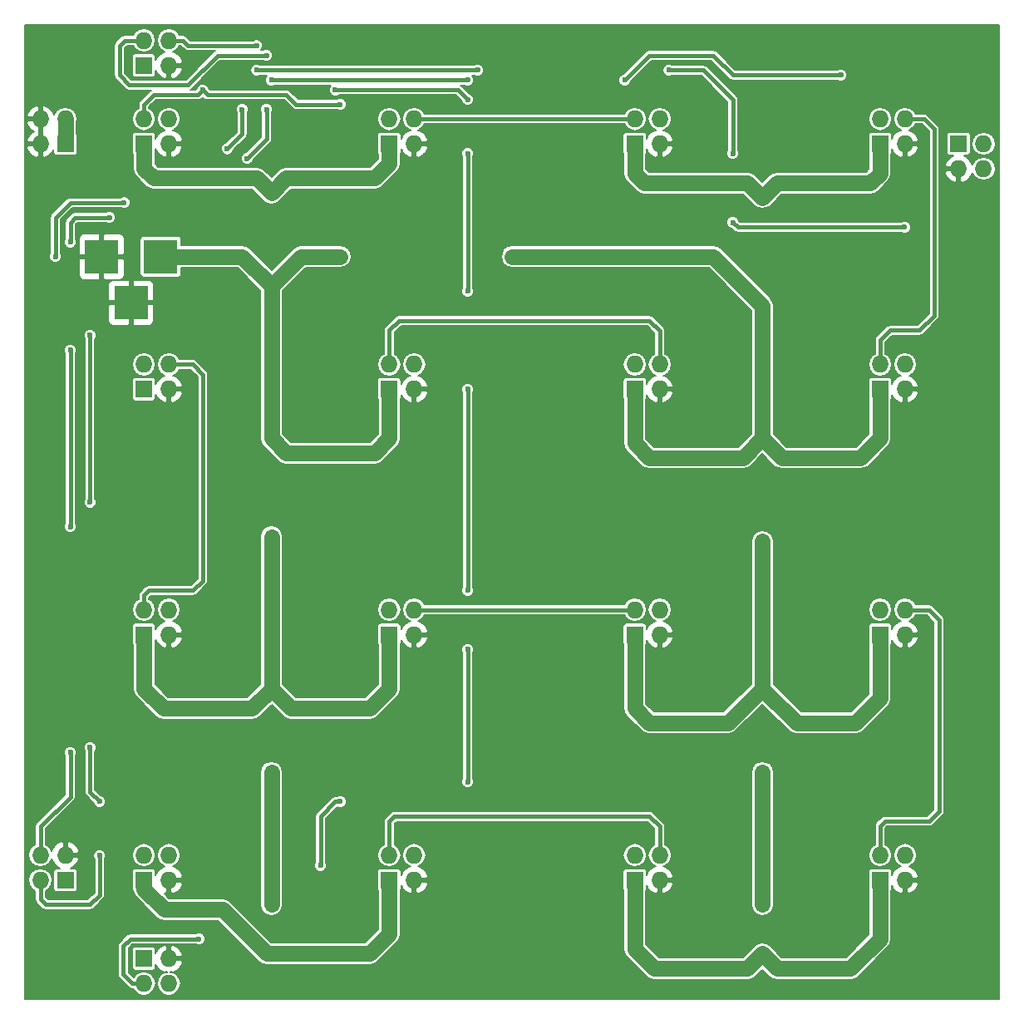
<source format=gbl>
G04 #@! TF.FileFunction,Copper,L2,Bot,Signal*
%FSLAX46Y46*%
G04 Gerber Fmt 4.6, Leading zero omitted, Abs format (unit mm)*
G04 Created by KiCad (PCBNEW 4.0.1-stable) date 2016/01/10 9:36:40*
%MOMM*%
G01*
G04 APERTURE LIST*
%ADD10C,0.100000*%
%ADD11R,3.500120X3.500120*%
%ADD12R,1.727200X1.727200*%
%ADD13O,1.727200X1.727200*%
%ADD14C,4.500000*%
%ADD15C,1.400000*%
%ADD16C,0.600000*%
%ADD17C,1.600000*%
%ADD18C,0.400000*%
%ADD19C,0.170000*%
G04 APERTURE END LIST*
D10*
D11*
X54200140Y-59000000D03*
X48200660Y-59000000D03*
X51200400Y-63699000D03*
D12*
X52500000Y-122500000D03*
D13*
X52500000Y-119960000D03*
X55040000Y-122500000D03*
X55040000Y-119960000D03*
D12*
X77500000Y-122500000D03*
D13*
X77500000Y-119960000D03*
X80040000Y-122500000D03*
X80040000Y-119960000D03*
D12*
X102500000Y-122500000D03*
D13*
X102500000Y-119960000D03*
X105040000Y-122500000D03*
X105040000Y-119960000D03*
D12*
X127500000Y-122500000D03*
D13*
X127500000Y-119960000D03*
X130040000Y-122500000D03*
X130040000Y-119960000D03*
D12*
X127500000Y-97500000D03*
D13*
X127500000Y-94960000D03*
X130040000Y-97500000D03*
X130040000Y-94960000D03*
D12*
X102500000Y-97500000D03*
D13*
X102500000Y-94960000D03*
X105040000Y-97500000D03*
X105040000Y-94960000D03*
D12*
X77500000Y-97500000D03*
D13*
X77500000Y-94960000D03*
X80040000Y-97500000D03*
X80040000Y-94960000D03*
D12*
X52500000Y-97500000D03*
D13*
X52500000Y-94960000D03*
X55040000Y-97500000D03*
X55040000Y-94960000D03*
D12*
X52500000Y-72500000D03*
D13*
X52500000Y-69960000D03*
X55040000Y-72500000D03*
X55040000Y-69960000D03*
D12*
X77500000Y-72500000D03*
D13*
X77500000Y-69960000D03*
X80040000Y-72500000D03*
X80040000Y-69960000D03*
D12*
X102500000Y-72500000D03*
D13*
X102500000Y-69960000D03*
X105040000Y-72500000D03*
X105040000Y-69960000D03*
D12*
X127500000Y-72500000D03*
D13*
X127500000Y-69960000D03*
X130040000Y-72500000D03*
X130040000Y-69960000D03*
D12*
X127500000Y-47500000D03*
D13*
X127500000Y-44960000D03*
X130040000Y-47500000D03*
X130040000Y-44960000D03*
D12*
X102500000Y-47500000D03*
D13*
X102500000Y-44960000D03*
X105040000Y-47500000D03*
X105040000Y-44960000D03*
D12*
X77500000Y-47500000D03*
D13*
X77500000Y-44960000D03*
X80040000Y-47500000D03*
X80040000Y-44960000D03*
D12*
X52500000Y-47500000D03*
D13*
X52500000Y-44960000D03*
X55040000Y-47500000D03*
X55040000Y-44960000D03*
D12*
X52500000Y-130500000D03*
D13*
X52500000Y-133040000D03*
X55040000Y-130500000D03*
X55040000Y-133040000D03*
D12*
X44500000Y-47500000D03*
D13*
X44500000Y-44960000D03*
X41960000Y-47500000D03*
X41960000Y-44960000D03*
D12*
X44500000Y-122500000D03*
D13*
X41960000Y-122500000D03*
X44500000Y-119960000D03*
X41960000Y-119960000D03*
D12*
X52500000Y-39500000D03*
D13*
X52500000Y-36960000D03*
X55040000Y-39500000D03*
X55040000Y-36960000D03*
D12*
X135500000Y-47500000D03*
D13*
X138040000Y-47500000D03*
X135500000Y-50040000D03*
X138040000Y-50040000D03*
D14*
X44000000Y-39000000D03*
X44000000Y-131000000D03*
X136000000Y-39000000D03*
X136000000Y-131000000D03*
D15*
X72500000Y-59000000D03*
X90000000Y-59000000D03*
X65500000Y-52500000D03*
X65500000Y-77500000D03*
X65500000Y-87500000D03*
X65500000Y-103000000D03*
X65500000Y-111500000D03*
X65500000Y-125000000D03*
X65500000Y-130000000D03*
X65500000Y-62000000D03*
X115500000Y-53000000D03*
X115500000Y-64000000D03*
X115500000Y-77500000D03*
X115500000Y-88000000D03*
X115500000Y-103000000D03*
X115500000Y-111500000D03*
X115500000Y-130000000D03*
X115500000Y-125000000D03*
X69800000Y-63500000D03*
X70400000Y-75700000D03*
X70900000Y-83000000D03*
X114100000Y-37300000D03*
X125300000Y-38400000D03*
X136100000Y-58100000D03*
X134900000Y-70400000D03*
X135700000Y-90100000D03*
X137100000Y-116500000D03*
X42600000Y-111800000D03*
X43100000Y-95600000D03*
X42800000Y-76100000D03*
X48300000Y-50600000D03*
X68100000Y-47200000D03*
X69900000Y-55100000D03*
X62900000Y-55900000D03*
X60400000Y-62400000D03*
X61600000Y-78900000D03*
X73900000Y-125500000D03*
X70000000Y-133000000D03*
X55700000Y-79900000D03*
X61400000Y-90100000D03*
X60400000Y-100600000D03*
X60800000Y-114700000D03*
X62600000Y-123700000D03*
X60800000Y-131800000D03*
X82900000Y-37400000D03*
X83000000Y-46500000D03*
X82500000Y-61800000D03*
X83000000Y-73500000D03*
X82700000Y-90600000D03*
X82900000Y-99100000D03*
X80500000Y-107000000D03*
X87600000Y-118200000D03*
X85300000Y-126500000D03*
X96900000Y-37800000D03*
X96900000Y-42900000D03*
X96900000Y-47800000D03*
X97000000Y-55400000D03*
X97100000Y-69400000D03*
X97200000Y-82300000D03*
X98200000Y-97700000D03*
X98600000Y-109000000D03*
X98100000Y-126600000D03*
X101200000Y-132800000D03*
X109000000Y-42400000D03*
X109100000Y-47200000D03*
X108700000Y-62000000D03*
X109000000Y-70600000D03*
X109400000Y-82300000D03*
X109800000Y-97300000D03*
X109700000Y-109100000D03*
X109900000Y-119800000D03*
X110300000Y-127400000D03*
X119500000Y-127400000D03*
X124300000Y-54000000D03*
X124300000Y-58600000D03*
X124100000Y-70000000D03*
X124200000Y-82500000D03*
X124300000Y-97000000D03*
X124400000Y-108900000D03*
X124200000Y-119900000D03*
D16*
X72500000Y-43500000D03*
X58500000Y-42000000D03*
X72500000Y-114500000D03*
X70500000Y-121000000D03*
X72000000Y-42000000D03*
X85500000Y-112500000D03*
X85500000Y-99000000D03*
X85500000Y-93000000D03*
X85500000Y-72500000D03*
X85500000Y-62500000D03*
X85500000Y-48500000D03*
X85500000Y-43000000D03*
X58100000Y-128500000D03*
X45000000Y-57500000D03*
X49000000Y-55000000D03*
X63000000Y-49000000D03*
X65000000Y-44000000D03*
X47000000Y-84000000D03*
X47000000Y-109000000D03*
X48000000Y-114500000D03*
X48000000Y-120000000D03*
X47000000Y-67000000D03*
X62500000Y-44000000D03*
X61000000Y-48000000D03*
X50500000Y-53500000D03*
X43500000Y-59000000D03*
X45000000Y-68500000D03*
X45000000Y-86500000D03*
X45000000Y-109500000D03*
X65000000Y-38500000D03*
X64000000Y-37500000D03*
X123500000Y-40500000D03*
X101500000Y-41000000D03*
X85500000Y-41000000D03*
X65500000Y-41000000D03*
X64000000Y-40000000D03*
X130000000Y-56000000D03*
X112500000Y-55500000D03*
X112500000Y-48500000D03*
X106000000Y-40000000D03*
X86500000Y-40000000D03*
D17*
X44500000Y-44960000D02*
X44500000Y-47500000D01*
X115500000Y-64000000D02*
X110500000Y-59000000D01*
X110500000Y-59000000D02*
X108500000Y-59000000D01*
X65500000Y-62000000D02*
X68500000Y-59000000D01*
X68500000Y-59000000D02*
X72500000Y-59000000D01*
X90000000Y-59000000D02*
X92500000Y-59000000D01*
X92500000Y-59000000D02*
X108500000Y-59000000D01*
X65500000Y-52500000D02*
X64000000Y-51000000D01*
X52500000Y-50000000D02*
X52500000Y-47500000D01*
X53500000Y-51000000D02*
X52500000Y-50000000D01*
X64000000Y-51000000D02*
X53500000Y-51000000D01*
X65500000Y-52500000D02*
X67000000Y-51000000D01*
X77500000Y-49500000D02*
X77500000Y-47500000D01*
X76000000Y-51000000D02*
X77500000Y-49500000D01*
X67000000Y-51000000D02*
X76000000Y-51000000D01*
X65500000Y-77500000D02*
X67000000Y-79000000D01*
X77500000Y-77500000D02*
X77500000Y-72500000D01*
X76000000Y-79000000D02*
X77500000Y-77500000D01*
X67000000Y-79000000D02*
X76000000Y-79000000D01*
X77500000Y-97500000D02*
X77500000Y-103000000D01*
X67500000Y-105000000D02*
X65500000Y-103000000D01*
X75500000Y-105000000D02*
X67500000Y-105000000D01*
X77500000Y-103000000D02*
X75500000Y-105000000D01*
X52500000Y-97500000D02*
X52500000Y-103000000D01*
X63500000Y-105000000D02*
X65500000Y-103000000D01*
X54500000Y-105000000D02*
X63500000Y-105000000D01*
X52500000Y-103000000D02*
X54500000Y-105000000D01*
X65500000Y-130000000D02*
X75500000Y-130000000D01*
X77500000Y-128000000D02*
X77500000Y-122500000D01*
X75500000Y-130000000D02*
X77500000Y-128000000D01*
X52500000Y-122500000D02*
X52500000Y-123400000D01*
X65500000Y-87500000D02*
X65500000Y-103000000D01*
X65500000Y-111500000D02*
X65500000Y-125000000D01*
X65500000Y-77500000D02*
X65500000Y-62000000D01*
X65000000Y-130000000D02*
X65500000Y-130000000D01*
X60500000Y-125500000D02*
X65000000Y-130000000D01*
X54600000Y-125500000D02*
X60500000Y-125500000D01*
X52500000Y-123400000D02*
X54600000Y-125500000D01*
X115500000Y-130000000D02*
X114000000Y-131500000D01*
X104500000Y-131500000D02*
X102500000Y-129500000D01*
X102500000Y-129500000D02*
X102500000Y-122500000D01*
X114000000Y-131500000D02*
X104500000Y-131500000D01*
X54200140Y-59000000D02*
X62500000Y-59000000D01*
X62500000Y-59000000D02*
X65500000Y-62000000D01*
X115500000Y-53000000D02*
X114000000Y-51500000D01*
X114000000Y-51500000D02*
X103500000Y-51500000D01*
X103500000Y-51500000D02*
X102500000Y-50500000D01*
X102500000Y-50500000D02*
X102500000Y-47500000D01*
X127500000Y-50500000D02*
X127500000Y-47500000D01*
X126500000Y-51500000D02*
X127500000Y-50500000D01*
X117000000Y-51500000D02*
X126500000Y-51500000D01*
X115500000Y-53000000D02*
X117000000Y-51500000D01*
X102500000Y-72500000D02*
X102500000Y-78000000D01*
X102500000Y-78000000D02*
X104000000Y-79500000D01*
X104000000Y-79500000D02*
X113500000Y-79500000D01*
X113500000Y-79500000D02*
X115500000Y-77500000D01*
X127500000Y-72500000D02*
X127500000Y-77500000D01*
X117500000Y-79500000D02*
X115500000Y-77500000D01*
X125500000Y-79500000D02*
X117500000Y-79500000D01*
X127500000Y-77500000D02*
X125500000Y-79500000D01*
X102500000Y-97500000D02*
X102500000Y-105000000D01*
X102500000Y-105000000D02*
X104000000Y-106500000D01*
X104000000Y-106500000D02*
X112000000Y-106500000D01*
X112000000Y-106500000D02*
X115500000Y-103000000D01*
X127500000Y-97500000D02*
X127500000Y-104000000D01*
X119000000Y-106500000D02*
X115500000Y-103000000D01*
X125000000Y-106500000D02*
X119000000Y-106500000D01*
X127500000Y-104000000D02*
X125000000Y-106500000D01*
X115500000Y-111500000D02*
X115500000Y-125000000D01*
X115500000Y-64000000D02*
X115500000Y-77500000D01*
X115500000Y-88000000D02*
X115500000Y-103000000D01*
X127500000Y-128500000D02*
X127500000Y-122500000D01*
X124500000Y-131500000D02*
X127500000Y-128500000D01*
X117000000Y-131500000D02*
X124500000Y-131500000D01*
X115500000Y-130000000D02*
X117000000Y-131500000D01*
X82700000Y-90600000D02*
X78300000Y-90600000D01*
X69800000Y-75100000D02*
X69800000Y-63500000D01*
X70400000Y-75700000D02*
X69800000Y-75100000D01*
X70900000Y-83200000D02*
X70900000Y-83000000D01*
X78300000Y-90600000D02*
X70900000Y-83200000D01*
X136000000Y-39000000D02*
X125900000Y-39000000D01*
X125900000Y-39000000D02*
X125300000Y-38400000D01*
X136000000Y-131000000D02*
X136000000Y-117600000D01*
X136100000Y-58100000D02*
X136100000Y-58000000D01*
X134900000Y-89300000D02*
X134900000Y-70400000D01*
X135700000Y-90100000D02*
X134900000Y-89300000D01*
X136000000Y-117600000D02*
X137100000Y-116500000D01*
X43100000Y-76400000D02*
X43100000Y-95600000D01*
X42800000Y-76100000D02*
X43100000Y-76400000D01*
X44000000Y-39000000D02*
X44900000Y-39000000D01*
X44900000Y-39000000D02*
X48300000Y-42400000D01*
X48300000Y-42400000D02*
X48300000Y-50600000D01*
X63700000Y-55100000D02*
X69900000Y-55100000D01*
X62900000Y-55900000D02*
X63700000Y-55100000D01*
X60400000Y-77700000D02*
X60400000Y-62400000D01*
X61600000Y-78900000D02*
X60400000Y-77700000D01*
X70000000Y-133000000D02*
X62000000Y-133000000D01*
X77300000Y-107000000D02*
X73900000Y-110400000D01*
X73900000Y-110400000D02*
X73900000Y-125500000D01*
X80500000Y-107000000D02*
X77300000Y-107000000D01*
X61400000Y-99600000D02*
X61400000Y-90100000D01*
X60400000Y-100600000D02*
X61400000Y-99600000D01*
X60800000Y-121900000D02*
X60800000Y-114700000D01*
X62600000Y-123700000D02*
X60800000Y-121900000D01*
X62000000Y-133000000D02*
X60800000Y-131800000D01*
X83000000Y-61300000D02*
X83000000Y-46500000D01*
X82500000Y-61800000D02*
X83000000Y-61300000D01*
X83000000Y-90300000D02*
X83000000Y-73500000D01*
X82700000Y-90600000D02*
X83000000Y-90300000D01*
X82900000Y-104600000D02*
X82900000Y-99100000D01*
X80500000Y-107000000D02*
X82900000Y-104600000D01*
X87600000Y-124200000D02*
X87600000Y-118200000D01*
X85300000Y-126500000D02*
X87600000Y-124200000D01*
X96900000Y-42900000D02*
X96900000Y-37800000D01*
X96900000Y-55300000D02*
X96900000Y-47800000D01*
X97000000Y-55400000D02*
X96900000Y-55300000D01*
X97100000Y-82200000D02*
X97100000Y-69400000D01*
X97200000Y-82300000D02*
X97100000Y-82200000D01*
X98200000Y-108600000D02*
X98200000Y-97700000D01*
X98600000Y-109000000D02*
X98200000Y-108600000D01*
X98100000Y-129700000D02*
X98100000Y-126600000D01*
X101200000Y-132800000D02*
X98100000Y-129700000D01*
X109000000Y-47100000D02*
X109000000Y-42400000D01*
X109100000Y-47200000D02*
X109000000Y-47100000D01*
X108700000Y-70300000D02*
X108700000Y-62000000D01*
X109000000Y-70600000D02*
X108700000Y-70300000D01*
X109400000Y-96900000D02*
X109400000Y-82300000D01*
X109800000Y-97300000D02*
X109400000Y-96900000D01*
X109700000Y-119600000D02*
X109700000Y-109100000D01*
X109900000Y-119800000D02*
X109700000Y-119600000D01*
X119500000Y-127400000D02*
X110300000Y-127400000D01*
X124300000Y-54000000D02*
X124300000Y-53800000D01*
X124300000Y-69800000D02*
X124300000Y-58600000D01*
X124100000Y-70000000D02*
X124300000Y-69800000D01*
X124200000Y-96900000D02*
X124200000Y-82500000D01*
X124300000Y-97000000D02*
X124200000Y-96900000D01*
X124400000Y-119700000D02*
X124400000Y-108900000D01*
X124200000Y-119900000D02*
X124400000Y-119700000D01*
D18*
X77500000Y-119960000D02*
X77500000Y-116500000D01*
X105040000Y-117040000D02*
X105040000Y-119960000D01*
X104000000Y-116000000D02*
X105040000Y-117040000D01*
X78000000Y-116000000D02*
X104000000Y-116000000D01*
X77500000Y-116500000D02*
X78000000Y-116000000D01*
X127500000Y-119960000D02*
X127500000Y-117000000D01*
X132460000Y-94960000D02*
X130040000Y-94960000D01*
X133500000Y-96000000D02*
X132460000Y-94960000D01*
X133500000Y-115500000D02*
X133500000Y-96000000D01*
X132500000Y-116500000D02*
X133500000Y-115500000D01*
X128000000Y-116500000D02*
X132500000Y-116500000D01*
X127500000Y-117000000D02*
X128000000Y-116500000D01*
X102500000Y-94960000D02*
X80040000Y-94960000D01*
X52500000Y-94960000D02*
X52500000Y-93500000D01*
X57460000Y-69960000D02*
X55040000Y-69960000D01*
X58500000Y-71000000D02*
X57460000Y-69960000D01*
X58500000Y-92000000D02*
X58500000Y-71000000D01*
X57500000Y-93000000D02*
X58500000Y-92000000D01*
X53000000Y-93000000D02*
X57500000Y-93000000D01*
X52500000Y-93500000D02*
X53000000Y-93000000D01*
X77500000Y-69960000D02*
X77500000Y-66500000D01*
X105040000Y-66540000D02*
X105040000Y-69960000D01*
X104000000Y-65500000D02*
X105040000Y-66540000D01*
X78500000Y-65500000D02*
X104000000Y-65500000D01*
X77500000Y-66500000D02*
X78500000Y-65500000D01*
X127500000Y-69960000D02*
X127500000Y-67500000D01*
X131960000Y-44960000D02*
X130040000Y-44960000D01*
X133000000Y-46000000D02*
X131960000Y-44960000D01*
X133000000Y-65000000D02*
X133000000Y-46000000D01*
X131500000Y-66500000D02*
X133000000Y-65000000D01*
X128500000Y-66500000D02*
X131500000Y-66500000D01*
X127500000Y-67500000D02*
X128500000Y-66500000D01*
X102500000Y-44960000D02*
X80040000Y-44960000D01*
X59000000Y-42500000D02*
X58500000Y-42000000D01*
X67000000Y-42500000D02*
X59000000Y-42500000D01*
X68000000Y-43500000D02*
X67000000Y-42500000D01*
X72500000Y-43500000D02*
X68000000Y-43500000D01*
X52500000Y-44960000D02*
X52500000Y-43500000D01*
X58000000Y-42500000D02*
X58500000Y-42000000D01*
X53500000Y-42500000D02*
X58000000Y-42500000D01*
X52500000Y-43500000D02*
X53500000Y-42500000D01*
X52500000Y-133040000D02*
X51340000Y-133040000D01*
X72500000Y-114500000D02*
X72000000Y-114500000D01*
X72000000Y-114500000D02*
X70500000Y-116000000D01*
X70500000Y-116000000D02*
X70500000Y-121000000D01*
X85500000Y-99000000D02*
X85500000Y-112500000D01*
X85500000Y-72500000D02*
X85500000Y-93000000D01*
X85500000Y-48500000D02*
X85500000Y-62500000D01*
X84500000Y-42000000D02*
X85500000Y-43000000D01*
X84500000Y-42000000D02*
X72000000Y-42000000D01*
X51100000Y-128500000D02*
X58100000Y-128500000D01*
X50400000Y-129200000D02*
X51100000Y-128500000D01*
X50400000Y-132100000D02*
X50400000Y-129200000D01*
X51340000Y-133040000D02*
X50400000Y-132100000D01*
X45000000Y-57500000D02*
X45000000Y-55500000D01*
X45000000Y-55500000D02*
X45500000Y-55000000D01*
X45500000Y-55000000D02*
X49000000Y-55000000D01*
X63000000Y-49000000D02*
X65000000Y-47000000D01*
X65000000Y-47000000D02*
X65000000Y-44000000D01*
X41960000Y-122500000D02*
X41960000Y-124460000D01*
X47000000Y-84000000D02*
X47000000Y-67000000D01*
X47000000Y-113500000D02*
X47000000Y-109000000D01*
X48000000Y-114500000D02*
X47000000Y-113500000D01*
X48000000Y-124000000D02*
X48000000Y-120000000D01*
X47000000Y-125000000D02*
X48000000Y-124000000D01*
X42500000Y-125000000D02*
X47000000Y-125000000D01*
X41960000Y-124460000D02*
X42500000Y-125000000D01*
X41960000Y-119960000D02*
X41960000Y-117040000D01*
X62500000Y-46500000D02*
X62500000Y-44000000D01*
X61000000Y-48000000D02*
X62500000Y-46500000D01*
X45000000Y-53500000D02*
X50500000Y-53500000D01*
X43500000Y-55000000D02*
X45000000Y-53500000D01*
X43500000Y-59000000D02*
X43500000Y-55000000D01*
X45000000Y-86500000D02*
X45000000Y-68500000D01*
X45000000Y-114000000D02*
X45000000Y-109500000D01*
X41960000Y-117040000D02*
X45000000Y-114000000D01*
X50540000Y-36960000D02*
X50000000Y-37500000D01*
X50000000Y-37500000D02*
X50000000Y-40500000D01*
X50000000Y-40500000D02*
X51000000Y-41500000D01*
X51000000Y-41500000D02*
X57000000Y-41500000D01*
X57000000Y-41500000D02*
X60000000Y-38500000D01*
X60000000Y-38500000D02*
X65000000Y-38500000D01*
X52500000Y-36960000D02*
X50540000Y-36960000D01*
X64000000Y-37500000D02*
X57000000Y-37500000D01*
X56460000Y-36960000D02*
X55040000Y-36960000D01*
X57000000Y-37500000D02*
X56460000Y-36960000D01*
X104000000Y-38500000D02*
X110500000Y-38500000D01*
X110500000Y-38500000D02*
X112500000Y-40500000D01*
X112500000Y-40500000D02*
X123500000Y-40500000D01*
X65500000Y-41000000D02*
X85500000Y-41000000D01*
X101500000Y-41000000D02*
X104000000Y-38500000D01*
X64000000Y-40000000D02*
X65500000Y-40000000D01*
X113000000Y-56000000D02*
X130000000Y-56000000D01*
X112500000Y-55500000D02*
X113000000Y-56000000D01*
X112500000Y-43000000D02*
X112500000Y-48500000D01*
X109500000Y-40000000D02*
X112500000Y-43000000D01*
X106000000Y-40000000D02*
X109500000Y-40000000D01*
X65500000Y-40000000D02*
X86500000Y-40000000D01*
D19*
G36*
X139586000Y-134586000D02*
X40414000Y-134586000D01*
X40414000Y-129200000D01*
X49860999Y-129200000D01*
X49861000Y-129200005D01*
X49861000Y-132099995D01*
X49860999Y-132100000D01*
X49902029Y-132306267D01*
X50018869Y-132481131D01*
X50958867Y-133421128D01*
X50958869Y-133421131D01*
X51077228Y-133500215D01*
X51133734Y-133537971D01*
X51340000Y-133579001D01*
X51340005Y-133579000D01*
X51418024Y-133579000D01*
X51626073Y-133890367D01*
X52016225Y-134151058D01*
X52476440Y-134242600D01*
X52523560Y-134242600D01*
X52983775Y-134151058D01*
X53373927Y-133890367D01*
X53634618Y-133500215D01*
X53726160Y-133040000D01*
X53634618Y-132579785D01*
X53373927Y-132189633D01*
X52983775Y-131928942D01*
X52523560Y-131837400D01*
X52476440Y-131837400D01*
X52016225Y-131928942D01*
X51626073Y-132189633D01*
X51476198Y-132413937D01*
X50939000Y-131876738D01*
X50939000Y-129636400D01*
X51290759Y-129636400D01*
X51290759Y-131363600D01*
X51314397Y-131489226D01*
X51388642Y-131604605D01*
X51501926Y-131682009D01*
X51636400Y-131709241D01*
X53363600Y-131709241D01*
X53489226Y-131685603D01*
X53604605Y-131611358D01*
X53682009Y-131498074D01*
X53709241Y-131363600D01*
X53709241Y-131066492D01*
X53770198Y-131213670D01*
X54139966Y-131645277D01*
X54646755Y-131902526D01*
X54870998Y-131798527D01*
X54870998Y-131866330D01*
X54556225Y-131928942D01*
X54166073Y-132189633D01*
X53905382Y-132579785D01*
X53813840Y-133040000D01*
X53905382Y-133500215D01*
X54166073Y-133890367D01*
X54556225Y-134151058D01*
X55016440Y-134242600D01*
X55063560Y-134242600D01*
X55523775Y-134151058D01*
X55913927Y-133890367D01*
X56174618Y-133500215D01*
X56266160Y-133040000D01*
X56174618Y-132579785D01*
X55913927Y-132189633D01*
X55523775Y-131928942D01*
X55209002Y-131866330D01*
X55209002Y-131798527D01*
X55433245Y-131902526D01*
X55940034Y-131645277D01*
X56309802Y-131213670D01*
X56442514Y-130893243D01*
X56337389Y-130669000D01*
X55209000Y-130669000D01*
X55209000Y-130689000D01*
X54871000Y-130689000D01*
X54871000Y-130669000D01*
X54851000Y-130669000D01*
X54851000Y-130331000D01*
X54871000Y-130331000D01*
X54871000Y-129201474D01*
X55209000Y-129201474D01*
X55209000Y-130331000D01*
X56337389Y-130331000D01*
X56442514Y-130106757D01*
X56309802Y-129786330D01*
X55940034Y-129354723D01*
X55433245Y-129097474D01*
X55209000Y-129201474D01*
X54871000Y-129201474D01*
X54646755Y-129097474D01*
X54139966Y-129354723D01*
X53770198Y-129786330D01*
X53709241Y-129933508D01*
X53709241Y-129636400D01*
X53685603Y-129510774D01*
X53611358Y-129395395D01*
X53498074Y-129317991D01*
X53363600Y-129290759D01*
X51636400Y-129290759D01*
X51510774Y-129314397D01*
X51395395Y-129388642D01*
X51317991Y-129501926D01*
X51290759Y-129636400D01*
X50939000Y-129636400D01*
X50939000Y-129423262D01*
X51323261Y-129039000D01*
X57735165Y-129039000D01*
X57737563Y-129041402D01*
X57972337Y-129138889D01*
X58226547Y-129139111D01*
X58461492Y-129042034D01*
X58641402Y-128862437D01*
X58738889Y-128627663D01*
X58739111Y-128373453D01*
X58642034Y-128138508D01*
X58462437Y-127958598D01*
X58227663Y-127861111D01*
X57973453Y-127860889D01*
X57738508Y-127957966D01*
X57735469Y-127961000D01*
X51100000Y-127961000D01*
X50893734Y-128002029D01*
X50718869Y-128118869D01*
X50718867Y-128118872D01*
X50018869Y-128818869D01*
X49902029Y-128993733D01*
X49860999Y-129200000D01*
X40414000Y-129200000D01*
X40414000Y-122500000D01*
X40733840Y-122500000D01*
X40825382Y-122960215D01*
X41086073Y-123350367D01*
X41421000Y-123574158D01*
X41421000Y-124459995D01*
X41420999Y-124460000D01*
X41462029Y-124666267D01*
X41578869Y-124841131D01*
X42118867Y-125381128D01*
X42118869Y-125381131D01*
X42223693Y-125451171D01*
X42293733Y-125497971D01*
X42500000Y-125539000D01*
X46999995Y-125539000D01*
X47000000Y-125539001D01*
X47206267Y-125497971D01*
X47381131Y-125381131D01*
X48381128Y-124381133D01*
X48381131Y-124381131D01*
X48497971Y-124206266D01*
X48515396Y-124118665D01*
X48539001Y-124000000D01*
X48539000Y-123999995D01*
X48539000Y-121636400D01*
X51290759Y-121636400D01*
X51290759Y-123363600D01*
X51314397Y-123489226D01*
X51388642Y-123604605D01*
X51403751Y-123614929D01*
X51447701Y-123835877D01*
X51694605Y-124205395D01*
X53794603Y-126305392D01*
X53794605Y-126305395D01*
X54164124Y-126552299D01*
X54600000Y-126639000D01*
X60028210Y-126639000D01*
X64194605Y-130805395D01*
X64564123Y-131052299D01*
X65000000Y-131139001D01*
X65000005Y-131139000D01*
X75499995Y-131139000D01*
X75500000Y-131139001D01*
X75935877Y-131052299D01*
X76305395Y-130805395D01*
X78305395Y-128805395D01*
X78552299Y-128435877D01*
X78639000Y-128000000D01*
X78639000Y-123561019D01*
X78682009Y-123498074D01*
X78709241Y-123363600D01*
X78709241Y-123034628D01*
X78894723Y-123400034D01*
X79326330Y-123769802D01*
X79646757Y-123902514D01*
X79871000Y-123797389D01*
X79871000Y-122669000D01*
X80209000Y-122669000D01*
X80209000Y-123797389D01*
X80433243Y-123902514D01*
X80753670Y-123769802D01*
X81185277Y-123400034D01*
X81442526Y-122893245D01*
X81338526Y-122669000D01*
X80209000Y-122669000D01*
X79871000Y-122669000D01*
X79851000Y-122669000D01*
X79851000Y-122331000D01*
X79871000Y-122331000D01*
X79871000Y-122311000D01*
X80209000Y-122311000D01*
X80209000Y-122331000D01*
X81338526Y-122331000D01*
X81442526Y-122106755D01*
X81185277Y-121599966D01*
X80753670Y-121230198D01*
X80450294Y-121104548D01*
X80500215Y-121094618D01*
X80890367Y-120833927D01*
X81151058Y-120443775D01*
X81242600Y-119983560D01*
X81242600Y-119936440D01*
X101297400Y-119936440D01*
X101297400Y-119983560D01*
X101388942Y-120443775D01*
X101649633Y-120833927D01*
X102039785Y-121094618D01*
X102500000Y-121186160D01*
X102960215Y-121094618D01*
X103350367Y-120833927D01*
X103611058Y-120443775D01*
X103702600Y-119983560D01*
X103702600Y-119936440D01*
X103611058Y-119476225D01*
X103350367Y-119086073D01*
X102960215Y-118825382D01*
X102500000Y-118733840D01*
X102039785Y-118825382D01*
X101649633Y-119086073D01*
X101388942Y-119476225D01*
X101297400Y-119936440D01*
X81242600Y-119936440D01*
X81151058Y-119476225D01*
X80890367Y-119086073D01*
X80500215Y-118825382D01*
X80040000Y-118733840D01*
X79579785Y-118825382D01*
X79189633Y-119086073D01*
X78928942Y-119476225D01*
X78837400Y-119936440D01*
X78837400Y-119983560D01*
X78928942Y-120443775D01*
X79189633Y-120833927D01*
X79579785Y-121094618D01*
X79629706Y-121104548D01*
X79326330Y-121230198D01*
X78894723Y-121599966D01*
X78709241Y-121965372D01*
X78709241Y-121636400D01*
X78685603Y-121510774D01*
X78611358Y-121395395D01*
X78498074Y-121317991D01*
X78363600Y-121290759D01*
X76636400Y-121290759D01*
X76510774Y-121314397D01*
X76395395Y-121388642D01*
X76317991Y-121501926D01*
X76290759Y-121636400D01*
X76290759Y-123363600D01*
X76314397Y-123489226D01*
X76361000Y-123561648D01*
X76361000Y-127528210D01*
X75028210Y-128861000D01*
X65471790Y-128861000D01*
X61305395Y-124694605D01*
X60935877Y-124447701D01*
X60500000Y-124360999D01*
X60499995Y-124361000D01*
X55071789Y-124361000D01*
X54589652Y-123878863D01*
X54646757Y-123902514D01*
X54871000Y-123797389D01*
X54871000Y-122669000D01*
X55209000Y-122669000D01*
X55209000Y-123797389D01*
X55433243Y-123902514D01*
X55753670Y-123769802D01*
X56185277Y-123400034D01*
X56442526Y-122893245D01*
X56338526Y-122669000D01*
X55209000Y-122669000D01*
X54871000Y-122669000D01*
X54851000Y-122669000D01*
X54851000Y-122331000D01*
X54871000Y-122331000D01*
X54871000Y-122311000D01*
X55209000Y-122311000D01*
X55209000Y-122331000D01*
X56338526Y-122331000D01*
X56442526Y-122106755D01*
X56185277Y-121599966D01*
X55753670Y-121230198D01*
X55450294Y-121104548D01*
X55500215Y-121094618D01*
X55890367Y-120833927D01*
X56151058Y-120443775D01*
X56242600Y-119983560D01*
X56242600Y-119936440D01*
X56151058Y-119476225D01*
X55890367Y-119086073D01*
X55500215Y-118825382D01*
X55040000Y-118733840D01*
X54579785Y-118825382D01*
X54189633Y-119086073D01*
X53928942Y-119476225D01*
X53837400Y-119936440D01*
X53837400Y-119983560D01*
X53928942Y-120443775D01*
X54189633Y-120833927D01*
X54579785Y-121094618D01*
X54629706Y-121104548D01*
X54326330Y-121230198D01*
X53894723Y-121599966D01*
X53709241Y-121965372D01*
X53709241Y-121636400D01*
X53685603Y-121510774D01*
X53611358Y-121395395D01*
X53498074Y-121317991D01*
X53363600Y-121290759D01*
X51636400Y-121290759D01*
X51510774Y-121314397D01*
X51395395Y-121388642D01*
X51317991Y-121501926D01*
X51290759Y-121636400D01*
X48539000Y-121636400D01*
X48539000Y-120364835D01*
X48541402Y-120362437D01*
X48638889Y-120127663D01*
X48639055Y-119936440D01*
X51297400Y-119936440D01*
X51297400Y-119983560D01*
X51388942Y-120443775D01*
X51649633Y-120833927D01*
X52039785Y-121094618D01*
X52500000Y-121186160D01*
X52960215Y-121094618D01*
X53350367Y-120833927D01*
X53611058Y-120443775D01*
X53702600Y-119983560D01*
X53702600Y-119936440D01*
X53611058Y-119476225D01*
X53350367Y-119086073D01*
X52960215Y-118825382D01*
X52500000Y-118733840D01*
X52039785Y-118825382D01*
X51649633Y-119086073D01*
X51388942Y-119476225D01*
X51297400Y-119936440D01*
X48639055Y-119936440D01*
X48639111Y-119873453D01*
X48542034Y-119638508D01*
X48362437Y-119458598D01*
X48127663Y-119361111D01*
X47873453Y-119360889D01*
X47638508Y-119457966D01*
X47458598Y-119637563D01*
X47361111Y-119872337D01*
X47360889Y-120126547D01*
X47457966Y-120361492D01*
X47461000Y-120364531D01*
X47461000Y-123776739D01*
X46776738Y-124461000D01*
X42723261Y-124461000D01*
X42499000Y-124236738D01*
X42499000Y-123574158D01*
X42833927Y-123350367D01*
X43094618Y-122960215D01*
X43186160Y-122500000D01*
X43094618Y-122039785D01*
X42833927Y-121649633D01*
X42443775Y-121388942D01*
X41983560Y-121297400D01*
X41936440Y-121297400D01*
X41476225Y-121388942D01*
X41086073Y-121649633D01*
X40825382Y-122039785D01*
X40733840Y-122500000D01*
X40414000Y-122500000D01*
X40414000Y-119960000D01*
X40733840Y-119960000D01*
X40825382Y-120420215D01*
X41086073Y-120810367D01*
X41476225Y-121071058D01*
X41936440Y-121162600D01*
X41983560Y-121162600D01*
X42443775Y-121071058D01*
X42833927Y-120810367D01*
X43094618Y-120420215D01*
X43104548Y-120370294D01*
X43230198Y-120673670D01*
X43599966Y-121105277D01*
X43965372Y-121290759D01*
X43636400Y-121290759D01*
X43510774Y-121314397D01*
X43395395Y-121388642D01*
X43317991Y-121501926D01*
X43290759Y-121636400D01*
X43290759Y-123363600D01*
X43314397Y-123489226D01*
X43388642Y-123604605D01*
X43501926Y-123682009D01*
X43636400Y-123709241D01*
X45363600Y-123709241D01*
X45489226Y-123685603D01*
X45604605Y-123611358D01*
X45682009Y-123498074D01*
X45709241Y-123363600D01*
X45709241Y-121636400D01*
X45685603Y-121510774D01*
X45611358Y-121395395D01*
X45498074Y-121317991D01*
X45363600Y-121290759D01*
X45034628Y-121290759D01*
X45400034Y-121105277D01*
X45769802Y-120673670D01*
X45902514Y-120353243D01*
X45797389Y-120129000D01*
X44669000Y-120129000D01*
X44669000Y-120149000D01*
X44331000Y-120149000D01*
X44331000Y-120129000D01*
X44311000Y-120129000D01*
X44311000Y-119791000D01*
X44331000Y-119791000D01*
X44331000Y-118661474D01*
X44669000Y-118661474D01*
X44669000Y-119791000D01*
X45797389Y-119791000D01*
X45902514Y-119566757D01*
X45769802Y-119246330D01*
X45400034Y-118814723D01*
X44893245Y-118557474D01*
X44669000Y-118661474D01*
X44331000Y-118661474D01*
X44106755Y-118557474D01*
X43599966Y-118814723D01*
X43230198Y-119246330D01*
X43104548Y-119549706D01*
X43094618Y-119499785D01*
X42833927Y-119109633D01*
X42499000Y-118885842D01*
X42499000Y-117263262D01*
X45381128Y-114381133D01*
X45381131Y-114381131D01*
X45451171Y-114276307D01*
X45497971Y-114206267D01*
X45539000Y-114000000D01*
X45539000Y-109864835D01*
X45541402Y-109862437D01*
X45638889Y-109627663D01*
X45639111Y-109373453D01*
X45542034Y-109138508D01*
X45530094Y-109126547D01*
X46360889Y-109126547D01*
X46457966Y-109361492D01*
X46461000Y-109364531D01*
X46461000Y-113499995D01*
X46460999Y-113500000D01*
X46502029Y-113706267D01*
X46618869Y-113881131D01*
X47360892Y-114623153D01*
X47360889Y-114626547D01*
X47457966Y-114861492D01*
X47637563Y-115041402D01*
X47872337Y-115138889D01*
X48126547Y-115139111D01*
X48361492Y-115042034D01*
X48541402Y-114862437D01*
X48638889Y-114627663D01*
X48639111Y-114373453D01*
X48542034Y-114138508D01*
X48362437Y-113958598D01*
X48127663Y-113861111D01*
X48123369Y-113861107D01*
X47539000Y-113276738D01*
X47539000Y-111500000D01*
X64361000Y-111500000D01*
X64361000Y-125000000D01*
X64447701Y-125435876D01*
X64694605Y-125805395D01*
X65064124Y-126052299D01*
X65500000Y-126139000D01*
X65935876Y-126052299D01*
X66305395Y-125805395D01*
X66552299Y-125435876D01*
X66639000Y-125000000D01*
X66639000Y-121126547D01*
X69860889Y-121126547D01*
X69957966Y-121361492D01*
X70137563Y-121541402D01*
X70372337Y-121638889D01*
X70626547Y-121639111D01*
X70861492Y-121542034D01*
X71041402Y-121362437D01*
X71138889Y-121127663D01*
X71139111Y-120873453D01*
X71042034Y-120638508D01*
X71039000Y-120635469D01*
X71039000Y-119936440D01*
X76297400Y-119936440D01*
X76297400Y-119983560D01*
X76388942Y-120443775D01*
X76649633Y-120833927D01*
X77039785Y-121094618D01*
X77500000Y-121186160D01*
X77960215Y-121094618D01*
X78350367Y-120833927D01*
X78611058Y-120443775D01*
X78702600Y-119983560D01*
X78702600Y-119936440D01*
X78611058Y-119476225D01*
X78350367Y-119086073D01*
X78039000Y-118878024D01*
X78039000Y-116723262D01*
X78223261Y-116539000D01*
X103776738Y-116539000D01*
X104501000Y-117263261D01*
X104501000Y-118878024D01*
X104189633Y-119086073D01*
X103928942Y-119476225D01*
X103837400Y-119936440D01*
X103837400Y-119983560D01*
X103928942Y-120443775D01*
X104189633Y-120833927D01*
X104579785Y-121094618D01*
X104629706Y-121104548D01*
X104326330Y-121230198D01*
X103894723Y-121599966D01*
X103709241Y-121965372D01*
X103709241Y-121636400D01*
X103685603Y-121510774D01*
X103611358Y-121395395D01*
X103498074Y-121317991D01*
X103363600Y-121290759D01*
X101636400Y-121290759D01*
X101510774Y-121314397D01*
X101395395Y-121388642D01*
X101317991Y-121501926D01*
X101290759Y-121636400D01*
X101290759Y-123363600D01*
X101314397Y-123489226D01*
X101361000Y-123561648D01*
X101361000Y-129499995D01*
X101360999Y-129500000D01*
X101447701Y-129935877D01*
X101694605Y-130305395D01*
X103694605Y-132305395D01*
X104064123Y-132552299D01*
X104500000Y-132639000D01*
X113999995Y-132639000D01*
X114000000Y-132639001D01*
X114435877Y-132552299D01*
X114805395Y-132305395D01*
X115500000Y-131610789D01*
X116194603Y-132305392D01*
X116194605Y-132305395D01*
X116564124Y-132552299D01*
X117000000Y-132639000D01*
X124499995Y-132639000D01*
X124500000Y-132639001D01*
X124935877Y-132552299D01*
X125305395Y-132305395D01*
X128305392Y-129305397D01*
X128305395Y-129305395D01*
X128444323Y-129097474D01*
X128552299Y-128935877D01*
X128639001Y-128500000D01*
X128639000Y-128499995D01*
X128639000Y-123561019D01*
X128682009Y-123498074D01*
X128709241Y-123363600D01*
X128709241Y-123034628D01*
X128894723Y-123400034D01*
X129326330Y-123769802D01*
X129646757Y-123902514D01*
X129871000Y-123797389D01*
X129871000Y-122669000D01*
X130209000Y-122669000D01*
X130209000Y-123797389D01*
X130433243Y-123902514D01*
X130753670Y-123769802D01*
X131185277Y-123400034D01*
X131442526Y-122893245D01*
X131338526Y-122669000D01*
X130209000Y-122669000D01*
X129871000Y-122669000D01*
X129851000Y-122669000D01*
X129851000Y-122331000D01*
X129871000Y-122331000D01*
X129871000Y-122311000D01*
X130209000Y-122311000D01*
X130209000Y-122331000D01*
X131338526Y-122331000D01*
X131442526Y-122106755D01*
X131185277Y-121599966D01*
X130753670Y-121230198D01*
X130450294Y-121104548D01*
X130500215Y-121094618D01*
X130890367Y-120833927D01*
X131151058Y-120443775D01*
X131242600Y-119983560D01*
X131242600Y-119936440D01*
X131151058Y-119476225D01*
X130890367Y-119086073D01*
X130500215Y-118825382D01*
X130040000Y-118733840D01*
X129579785Y-118825382D01*
X129189633Y-119086073D01*
X128928942Y-119476225D01*
X128837400Y-119936440D01*
X128837400Y-119983560D01*
X128928942Y-120443775D01*
X129189633Y-120833927D01*
X129579785Y-121094618D01*
X129629706Y-121104548D01*
X129326330Y-121230198D01*
X128894723Y-121599966D01*
X128709241Y-121965372D01*
X128709241Y-121636400D01*
X128685603Y-121510774D01*
X128611358Y-121395395D01*
X128498074Y-121317991D01*
X128363600Y-121290759D01*
X126636400Y-121290759D01*
X126510774Y-121314397D01*
X126395395Y-121388642D01*
X126317991Y-121501926D01*
X126290759Y-121636400D01*
X126290759Y-123363600D01*
X126314397Y-123489226D01*
X126361000Y-123561648D01*
X126361000Y-128028211D01*
X124028210Y-130361000D01*
X117471789Y-130361000D01*
X116305395Y-129194605D01*
X115935877Y-128947701D01*
X115500000Y-128860999D01*
X115064123Y-128947701D01*
X114694605Y-129194605D01*
X114694603Y-129194608D01*
X113528210Y-130361000D01*
X104971790Y-130361000D01*
X103639000Y-129028210D01*
X103639000Y-123561019D01*
X103682009Y-123498074D01*
X103709241Y-123363600D01*
X103709241Y-123034628D01*
X103894723Y-123400034D01*
X104326330Y-123769802D01*
X104646757Y-123902514D01*
X104871000Y-123797389D01*
X104871000Y-122669000D01*
X105209000Y-122669000D01*
X105209000Y-123797389D01*
X105433243Y-123902514D01*
X105753670Y-123769802D01*
X106185277Y-123400034D01*
X106442526Y-122893245D01*
X106338526Y-122669000D01*
X105209000Y-122669000D01*
X104871000Y-122669000D01*
X104851000Y-122669000D01*
X104851000Y-122331000D01*
X104871000Y-122331000D01*
X104871000Y-122311000D01*
X105209000Y-122311000D01*
X105209000Y-122331000D01*
X106338526Y-122331000D01*
X106442526Y-122106755D01*
X106185277Y-121599966D01*
X105753670Y-121230198D01*
X105450294Y-121104548D01*
X105500215Y-121094618D01*
X105890367Y-120833927D01*
X106151058Y-120443775D01*
X106242600Y-119983560D01*
X106242600Y-119936440D01*
X106151058Y-119476225D01*
X105890367Y-119086073D01*
X105579000Y-118878024D01*
X105579000Y-117040005D01*
X105579001Y-117040000D01*
X105537971Y-116833733D01*
X105491171Y-116763693D01*
X105421131Y-116658869D01*
X105421128Y-116658867D01*
X104381131Y-115618869D01*
X104206267Y-115502029D01*
X104000000Y-115460999D01*
X103999995Y-115461000D01*
X78000005Y-115461000D01*
X78000000Y-115460999D01*
X77803934Y-115500000D01*
X77793734Y-115502029D01*
X77618869Y-115618869D01*
X77618867Y-115618872D01*
X77118869Y-116118869D01*
X77002029Y-116293733D01*
X76960999Y-116500000D01*
X76961000Y-116500005D01*
X76961000Y-118878024D01*
X76649633Y-119086073D01*
X76388942Y-119476225D01*
X76297400Y-119936440D01*
X71039000Y-119936440D01*
X71039000Y-116223262D01*
X72196420Y-115065841D01*
X72372337Y-115138889D01*
X72626547Y-115139111D01*
X72861492Y-115042034D01*
X73041402Y-114862437D01*
X73138889Y-114627663D01*
X73139111Y-114373453D01*
X73042034Y-114138508D01*
X72862437Y-113958598D01*
X72627663Y-113861111D01*
X72373453Y-113860889D01*
X72138508Y-113957966D01*
X72135469Y-113961000D01*
X72000000Y-113961000D01*
X71793733Y-114002029D01*
X71738402Y-114039000D01*
X71618869Y-114118869D01*
X71618867Y-114118872D01*
X70118869Y-115618869D01*
X70002029Y-115793733D01*
X69960999Y-116000000D01*
X69961000Y-116000005D01*
X69961000Y-120635165D01*
X69958598Y-120637563D01*
X69861111Y-120872337D01*
X69860889Y-121126547D01*
X66639000Y-121126547D01*
X66639000Y-111500000D01*
X66552299Y-111064124D01*
X66305395Y-110694605D01*
X65935876Y-110447701D01*
X65500000Y-110361000D01*
X65064124Y-110447701D01*
X64694605Y-110694605D01*
X64447701Y-111064124D01*
X64361000Y-111500000D01*
X47539000Y-111500000D01*
X47539000Y-109364835D01*
X47541402Y-109362437D01*
X47638889Y-109127663D01*
X47639111Y-108873453D01*
X47542034Y-108638508D01*
X47362437Y-108458598D01*
X47127663Y-108361111D01*
X46873453Y-108360889D01*
X46638508Y-108457966D01*
X46458598Y-108637563D01*
X46361111Y-108872337D01*
X46360889Y-109126547D01*
X45530094Y-109126547D01*
X45362437Y-108958598D01*
X45127663Y-108861111D01*
X44873453Y-108860889D01*
X44638508Y-108957966D01*
X44458598Y-109137563D01*
X44361111Y-109372337D01*
X44360889Y-109626547D01*
X44457966Y-109861492D01*
X44461000Y-109864531D01*
X44461000Y-113776739D01*
X41578869Y-116658869D01*
X41462029Y-116833733D01*
X41420999Y-117040000D01*
X41421000Y-117040005D01*
X41421000Y-118885842D01*
X41086073Y-119109633D01*
X40825382Y-119499785D01*
X40733840Y-119960000D01*
X40414000Y-119960000D01*
X40414000Y-96636400D01*
X51290759Y-96636400D01*
X51290759Y-98363600D01*
X51314397Y-98489226D01*
X51361000Y-98561648D01*
X51361000Y-102999995D01*
X51360999Y-103000000D01*
X51447701Y-103435877D01*
X51694605Y-103805395D01*
X53694605Y-105805395D01*
X54064123Y-106052299D01*
X54500000Y-106139000D01*
X63499995Y-106139000D01*
X63500000Y-106139001D01*
X63935877Y-106052299D01*
X64305395Y-105805395D01*
X65500000Y-104610790D01*
X66694605Y-105805395D01*
X67064123Y-106052299D01*
X67500000Y-106139000D01*
X75499995Y-106139000D01*
X75500000Y-106139001D01*
X75935877Y-106052299D01*
X76305395Y-105805395D01*
X78305395Y-103805395D01*
X78552299Y-103435877D01*
X78639000Y-103000000D01*
X78639000Y-99126547D01*
X84860889Y-99126547D01*
X84957966Y-99361492D01*
X84961000Y-99364531D01*
X84961000Y-112135165D01*
X84958598Y-112137563D01*
X84861111Y-112372337D01*
X84860889Y-112626547D01*
X84957966Y-112861492D01*
X85137563Y-113041402D01*
X85372337Y-113138889D01*
X85626547Y-113139111D01*
X85861492Y-113042034D01*
X86041402Y-112862437D01*
X86138889Y-112627663D01*
X86139111Y-112373453D01*
X86042034Y-112138508D01*
X86039000Y-112135469D01*
X86039000Y-111500000D01*
X114361000Y-111500000D01*
X114361000Y-125000000D01*
X114447701Y-125435876D01*
X114694605Y-125805395D01*
X115064124Y-126052299D01*
X115500000Y-126139000D01*
X115935876Y-126052299D01*
X116305395Y-125805395D01*
X116552299Y-125435876D01*
X116639000Y-125000000D01*
X116639000Y-111500000D01*
X116552299Y-111064124D01*
X116305395Y-110694605D01*
X115935876Y-110447701D01*
X115500000Y-110361000D01*
X115064124Y-110447701D01*
X114694605Y-110694605D01*
X114447701Y-111064124D01*
X114361000Y-111500000D01*
X86039000Y-111500000D01*
X86039000Y-99364835D01*
X86041402Y-99362437D01*
X86138889Y-99127663D01*
X86139111Y-98873453D01*
X86042034Y-98638508D01*
X85862437Y-98458598D01*
X85627663Y-98361111D01*
X85373453Y-98360889D01*
X85138508Y-98457966D01*
X84958598Y-98637563D01*
X84861111Y-98872337D01*
X84860889Y-99126547D01*
X78639000Y-99126547D01*
X78639000Y-98561019D01*
X78682009Y-98498074D01*
X78709241Y-98363600D01*
X78709241Y-98034628D01*
X78894723Y-98400034D01*
X79326330Y-98769802D01*
X79646757Y-98902514D01*
X79871000Y-98797389D01*
X79871000Y-97669000D01*
X80209000Y-97669000D01*
X80209000Y-98797389D01*
X80433243Y-98902514D01*
X80753670Y-98769802D01*
X81185277Y-98400034D01*
X81442526Y-97893245D01*
X81338526Y-97669000D01*
X80209000Y-97669000D01*
X79871000Y-97669000D01*
X79851000Y-97669000D01*
X79851000Y-97331000D01*
X79871000Y-97331000D01*
X79871000Y-97311000D01*
X80209000Y-97311000D01*
X80209000Y-97331000D01*
X81338526Y-97331000D01*
X81442526Y-97106755D01*
X81203772Y-96636400D01*
X101290759Y-96636400D01*
X101290759Y-98363600D01*
X101314397Y-98489226D01*
X101361000Y-98561648D01*
X101361000Y-104999995D01*
X101360999Y-105000000D01*
X101447701Y-105435877D01*
X101694605Y-105805395D01*
X103194603Y-107305392D01*
X103194605Y-107305395D01*
X103564124Y-107552299D01*
X104000000Y-107639000D01*
X111999995Y-107639000D01*
X112000000Y-107639001D01*
X112435877Y-107552299D01*
X112805395Y-107305395D01*
X115500000Y-104610789D01*
X118194603Y-107305392D01*
X118194605Y-107305395D01*
X118564124Y-107552299D01*
X119000000Y-107639000D01*
X124999995Y-107639000D01*
X125000000Y-107639001D01*
X125435877Y-107552299D01*
X125805395Y-107305395D01*
X128305395Y-104805395D01*
X128552299Y-104435877D01*
X128639001Y-104000000D01*
X128639000Y-103999995D01*
X128639000Y-98561019D01*
X128682009Y-98498074D01*
X128709241Y-98363600D01*
X128709241Y-98034628D01*
X128894723Y-98400034D01*
X129326330Y-98769802D01*
X129646757Y-98902514D01*
X129871000Y-98797389D01*
X129871000Y-97669000D01*
X130209000Y-97669000D01*
X130209000Y-98797389D01*
X130433243Y-98902514D01*
X130753670Y-98769802D01*
X131185277Y-98400034D01*
X131442526Y-97893245D01*
X131338526Y-97669000D01*
X130209000Y-97669000D01*
X129871000Y-97669000D01*
X129851000Y-97669000D01*
X129851000Y-97331000D01*
X129871000Y-97331000D01*
X129871000Y-97311000D01*
X130209000Y-97311000D01*
X130209000Y-97331000D01*
X131338526Y-97331000D01*
X131442526Y-97106755D01*
X131185277Y-96599966D01*
X130753670Y-96230198D01*
X130450294Y-96104548D01*
X130500215Y-96094618D01*
X130890367Y-95833927D01*
X131114158Y-95499000D01*
X132236738Y-95499000D01*
X132961000Y-96223261D01*
X132961000Y-115276739D01*
X132276738Y-115961000D01*
X128000005Y-115961000D01*
X128000000Y-115960999D01*
X127803934Y-116000000D01*
X127793734Y-116002029D01*
X127618869Y-116118869D01*
X127618867Y-116118872D01*
X127118869Y-116618869D01*
X127002029Y-116793733D01*
X126960999Y-117000000D01*
X126961000Y-117000005D01*
X126961000Y-118878024D01*
X126649633Y-119086073D01*
X126388942Y-119476225D01*
X126297400Y-119936440D01*
X126297400Y-119983560D01*
X126388942Y-120443775D01*
X126649633Y-120833927D01*
X127039785Y-121094618D01*
X127500000Y-121186160D01*
X127960215Y-121094618D01*
X128350367Y-120833927D01*
X128611058Y-120443775D01*
X128702600Y-119983560D01*
X128702600Y-119936440D01*
X128611058Y-119476225D01*
X128350367Y-119086073D01*
X128039000Y-118878024D01*
X128039000Y-117223262D01*
X128223261Y-117039000D01*
X132499995Y-117039000D01*
X132500000Y-117039001D01*
X132706267Y-116997971D01*
X132881131Y-116881131D01*
X133881128Y-115881133D01*
X133881131Y-115881131D01*
X133997971Y-115706266D01*
X134039001Y-115500000D01*
X134039000Y-115499995D01*
X134039000Y-96000005D01*
X134039001Y-96000000D01*
X133997971Y-95793733D01*
X133951171Y-95723693D01*
X133881131Y-95618869D01*
X133881128Y-95618867D01*
X132841131Y-94578869D01*
X132666267Y-94462029D01*
X132460000Y-94420999D01*
X132459995Y-94421000D01*
X131114158Y-94421000D01*
X130890367Y-94086073D01*
X130500215Y-93825382D01*
X130040000Y-93733840D01*
X129579785Y-93825382D01*
X129189633Y-94086073D01*
X128928942Y-94476225D01*
X128837400Y-94936440D01*
X128837400Y-94983560D01*
X128928942Y-95443775D01*
X129189633Y-95833927D01*
X129579785Y-96094618D01*
X129629706Y-96104548D01*
X129326330Y-96230198D01*
X128894723Y-96599966D01*
X128709241Y-96965372D01*
X128709241Y-96636400D01*
X128685603Y-96510774D01*
X128611358Y-96395395D01*
X128498074Y-96317991D01*
X128363600Y-96290759D01*
X126636400Y-96290759D01*
X126510774Y-96314397D01*
X126395395Y-96388642D01*
X126317991Y-96501926D01*
X126290759Y-96636400D01*
X126290759Y-98363600D01*
X126314397Y-98489226D01*
X126361000Y-98561648D01*
X126361000Y-103528210D01*
X124528210Y-105361000D01*
X119471789Y-105361000D01*
X116639000Y-102528210D01*
X116639000Y-94936440D01*
X126297400Y-94936440D01*
X126297400Y-94983560D01*
X126388942Y-95443775D01*
X126649633Y-95833927D01*
X127039785Y-96094618D01*
X127500000Y-96186160D01*
X127960215Y-96094618D01*
X128350367Y-95833927D01*
X128611058Y-95443775D01*
X128702600Y-94983560D01*
X128702600Y-94936440D01*
X128611058Y-94476225D01*
X128350367Y-94086073D01*
X127960215Y-93825382D01*
X127500000Y-93733840D01*
X127039785Y-93825382D01*
X126649633Y-94086073D01*
X126388942Y-94476225D01*
X126297400Y-94936440D01*
X116639000Y-94936440D01*
X116639000Y-88000000D01*
X116552299Y-87564124D01*
X116305395Y-87194605D01*
X115935876Y-86947701D01*
X115500000Y-86861000D01*
X115064124Y-86947701D01*
X114694605Y-87194605D01*
X114447701Y-87564124D01*
X114361000Y-88000000D01*
X114361000Y-102528211D01*
X111528210Y-105361000D01*
X104471789Y-105361000D01*
X103639000Y-104528210D01*
X103639000Y-98561019D01*
X103682009Y-98498074D01*
X103709241Y-98363600D01*
X103709241Y-98034628D01*
X103894723Y-98400034D01*
X104326330Y-98769802D01*
X104646757Y-98902514D01*
X104871000Y-98797389D01*
X104871000Y-97669000D01*
X105209000Y-97669000D01*
X105209000Y-98797389D01*
X105433243Y-98902514D01*
X105753670Y-98769802D01*
X106185277Y-98400034D01*
X106442526Y-97893245D01*
X106338526Y-97669000D01*
X105209000Y-97669000D01*
X104871000Y-97669000D01*
X104851000Y-97669000D01*
X104851000Y-97331000D01*
X104871000Y-97331000D01*
X104871000Y-97311000D01*
X105209000Y-97311000D01*
X105209000Y-97331000D01*
X106338526Y-97331000D01*
X106442526Y-97106755D01*
X106185277Y-96599966D01*
X105753670Y-96230198D01*
X105450294Y-96104548D01*
X105500215Y-96094618D01*
X105890367Y-95833927D01*
X106151058Y-95443775D01*
X106242600Y-94983560D01*
X106242600Y-94936440D01*
X106151058Y-94476225D01*
X105890367Y-94086073D01*
X105500215Y-93825382D01*
X105040000Y-93733840D01*
X104579785Y-93825382D01*
X104189633Y-94086073D01*
X103928942Y-94476225D01*
X103837400Y-94936440D01*
X103837400Y-94983560D01*
X103928942Y-95443775D01*
X104189633Y-95833927D01*
X104579785Y-96094618D01*
X104629706Y-96104548D01*
X104326330Y-96230198D01*
X103894723Y-96599966D01*
X103709241Y-96965372D01*
X103709241Y-96636400D01*
X103685603Y-96510774D01*
X103611358Y-96395395D01*
X103498074Y-96317991D01*
X103363600Y-96290759D01*
X101636400Y-96290759D01*
X101510774Y-96314397D01*
X101395395Y-96388642D01*
X101317991Y-96501926D01*
X101290759Y-96636400D01*
X81203772Y-96636400D01*
X81185277Y-96599966D01*
X80753670Y-96230198D01*
X80450294Y-96104548D01*
X80500215Y-96094618D01*
X80890367Y-95833927D01*
X81114158Y-95499000D01*
X101425842Y-95499000D01*
X101649633Y-95833927D01*
X102039785Y-96094618D01*
X102500000Y-96186160D01*
X102960215Y-96094618D01*
X103350367Y-95833927D01*
X103611058Y-95443775D01*
X103702600Y-94983560D01*
X103702600Y-94936440D01*
X103611058Y-94476225D01*
X103350367Y-94086073D01*
X102960215Y-93825382D01*
X102500000Y-93733840D01*
X102039785Y-93825382D01*
X101649633Y-94086073D01*
X101425842Y-94421000D01*
X81114158Y-94421000D01*
X80890367Y-94086073D01*
X80500215Y-93825382D01*
X80040000Y-93733840D01*
X79579785Y-93825382D01*
X79189633Y-94086073D01*
X78928942Y-94476225D01*
X78837400Y-94936440D01*
X78837400Y-94983560D01*
X78928942Y-95443775D01*
X79189633Y-95833927D01*
X79579785Y-96094618D01*
X79629706Y-96104548D01*
X79326330Y-96230198D01*
X78894723Y-96599966D01*
X78709241Y-96965372D01*
X78709241Y-96636400D01*
X78685603Y-96510774D01*
X78611358Y-96395395D01*
X78498074Y-96317991D01*
X78363600Y-96290759D01*
X76636400Y-96290759D01*
X76510774Y-96314397D01*
X76395395Y-96388642D01*
X76317991Y-96501926D01*
X76290759Y-96636400D01*
X76290759Y-98363600D01*
X76314397Y-98489226D01*
X76361000Y-98561648D01*
X76361000Y-102528210D01*
X75028210Y-103861000D01*
X67971790Y-103861000D01*
X66639000Y-102528210D01*
X66639000Y-94936440D01*
X76297400Y-94936440D01*
X76297400Y-94983560D01*
X76388942Y-95443775D01*
X76649633Y-95833927D01*
X77039785Y-96094618D01*
X77500000Y-96186160D01*
X77960215Y-96094618D01*
X78350367Y-95833927D01*
X78611058Y-95443775D01*
X78702600Y-94983560D01*
X78702600Y-94936440D01*
X78611058Y-94476225D01*
X78350367Y-94086073D01*
X77960215Y-93825382D01*
X77500000Y-93733840D01*
X77039785Y-93825382D01*
X76649633Y-94086073D01*
X76388942Y-94476225D01*
X76297400Y-94936440D01*
X66639000Y-94936440D01*
X66639000Y-87500000D01*
X66552299Y-87064124D01*
X66305395Y-86694605D01*
X65935876Y-86447701D01*
X65500000Y-86361000D01*
X65064124Y-86447701D01*
X64694605Y-86694605D01*
X64447701Y-87064124D01*
X64361000Y-87500000D01*
X64361000Y-102528210D01*
X63028210Y-103861000D01*
X54971790Y-103861000D01*
X53639000Y-102528210D01*
X53639000Y-98561019D01*
X53682009Y-98498074D01*
X53709241Y-98363600D01*
X53709241Y-98034628D01*
X53894723Y-98400034D01*
X54326330Y-98769802D01*
X54646757Y-98902514D01*
X54871000Y-98797389D01*
X54871000Y-97669000D01*
X55209000Y-97669000D01*
X55209000Y-98797389D01*
X55433243Y-98902514D01*
X55753670Y-98769802D01*
X56185277Y-98400034D01*
X56442526Y-97893245D01*
X56338526Y-97669000D01*
X55209000Y-97669000D01*
X54871000Y-97669000D01*
X54851000Y-97669000D01*
X54851000Y-97331000D01*
X54871000Y-97331000D01*
X54871000Y-97311000D01*
X55209000Y-97311000D01*
X55209000Y-97331000D01*
X56338526Y-97331000D01*
X56442526Y-97106755D01*
X56185277Y-96599966D01*
X55753670Y-96230198D01*
X55450294Y-96104548D01*
X55500215Y-96094618D01*
X55890367Y-95833927D01*
X56151058Y-95443775D01*
X56242600Y-94983560D01*
X56242600Y-94936440D01*
X56151058Y-94476225D01*
X55890367Y-94086073D01*
X55500215Y-93825382D01*
X55040000Y-93733840D01*
X54579785Y-93825382D01*
X54189633Y-94086073D01*
X53928942Y-94476225D01*
X53837400Y-94936440D01*
X53837400Y-94983560D01*
X53928942Y-95443775D01*
X54189633Y-95833927D01*
X54579785Y-96094618D01*
X54629706Y-96104548D01*
X54326330Y-96230198D01*
X53894723Y-96599966D01*
X53709241Y-96965372D01*
X53709241Y-96636400D01*
X53685603Y-96510774D01*
X53611358Y-96395395D01*
X53498074Y-96317991D01*
X53363600Y-96290759D01*
X51636400Y-96290759D01*
X51510774Y-96314397D01*
X51395395Y-96388642D01*
X51317991Y-96501926D01*
X51290759Y-96636400D01*
X40414000Y-96636400D01*
X40414000Y-68626547D01*
X44360889Y-68626547D01*
X44457966Y-68861492D01*
X44461000Y-68864531D01*
X44461000Y-86135165D01*
X44458598Y-86137563D01*
X44361111Y-86372337D01*
X44360889Y-86626547D01*
X44457966Y-86861492D01*
X44637563Y-87041402D01*
X44872337Y-87138889D01*
X45126547Y-87139111D01*
X45361492Y-87042034D01*
X45541402Y-86862437D01*
X45638889Y-86627663D01*
X45639111Y-86373453D01*
X45542034Y-86138508D01*
X45539000Y-86135469D01*
X45539000Y-68864835D01*
X45541402Y-68862437D01*
X45638889Y-68627663D01*
X45639111Y-68373453D01*
X45542034Y-68138508D01*
X45362437Y-67958598D01*
X45127663Y-67861111D01*
X44873453Y-67860889D01*
X44638508Y-67957966D01*
X44458598Y-68137563D01*
X44361111Y-68372337D01*
X44360889Y-68626547D01*
X40414000Y-68626547D01*
X40414000Y-67126547D01*
X46360889Y-67126547D01*
X46457966Y-67361492D01*
X46461000Y-67364531D01*
X46461000Y-83635165D01*
X46458598Y-83637563D01*
X46361111Y-83872337D01*
X46360889Y-84126547D01*
X46457966Y-84361492D01*
X46637563Y-84541402D01*
X46872337Y-84638889D01*
X47126547Y-84639111D01*
X47361492Y-84542034D01*
X47541402Y-84362437D01*
X47638889Y-84127663D01*
X47639111Y-83873453D01*
X47542034Y-83638508D01*
X47539000Y-83635469D01*
X47539000Y-71636400D01*
X51290759Y-71636400D01*
X51290759Y-73363600D01*
X51314397Y-73489226D01*
X51388642Y-73604605D01*
X51501926Y-73682009D01*
X51636400Y-73709241D01*
X53363600Y-73709241D01*
X53489226Y-73685603D01*
X53604605Y-73611358D01*
X53682009Y-73498074D01*
X53709241Y-73363600D01*
X53709241Y-73034628D01*
X53894723Y-73400034D01*
X54326330Y-73769802D01*
X54646757Y-73902514D01*
X54871000Y-73797389D01*
X54871000Y-72669000D01*
X55209000Y-72669000D01*
X55209000Y-73797389D01*
X55433243Y-73902514D01*
X55753670Y-73769802D01*
X56185277Y-73400034D01*
X56442526Y-72893245D01*
X56338526Y-72669000D01*
X55209000Y-72669000D01*
X54871000Y-72669000D01*
X54851000Y-72669000D01*
X54851000Y-72331000D01*
X54871000Y-72331000D01*
X54871000Y-72311000D01*
X55209000Y-72311000D01*
X55209000Y-72331000D01*
X56338526Y-72331000D01*
X56442526Y-72106755D01*
X56185277Y-71599966D01*
X55753670Y-71230198D01*
X55450294Y-71104548D01*
X55500215Y-71094618D01*
X55890367Y-70833927D01*
X56114158Y-70499000D01*
X57236738Y-70499000D01*
X57961000Y-71223261D01*
X57961000Y-91776739D01*
X57276738Y-92461000D01*
X53000005Y-92461000D01*
X53000000Y-92460999D01*
X52793734Y-92502029D01*
X52618869Y-92618869D01*
X52618867Y-92618872D01*
X52118869Y-93118869D01*
X52002029Y-93293733D01*
X51960999Y-93500000D01*
X51961000Y-93500005D01*
X51961000Y-93878024D01*
X51649633Y-94086073D01*
X51388942Y-94476225D01*
X51297400Y-94936440D01*
X51297400Y-94983560D01*
X51388942Y-95443775D01*
X51649633Y-95833927D01*
X52039785Y-96094618D01*
X52500000Y-96186160D01*
X52960215Y-96094618D01*
X53350367Y-95833927D01*
X53611058Y-95443775D01*
X53702600Y-94983560D01*
X53702600Y-94936440D01*
X53611058Y-94476225D01*
X53350367Y-94086073D01*
X53039000Y-93878024D01*
X53039000Y-93723262D01*
X53223261Y-93539000D01*
X57499995Y-93539000D01*
X57500000Y-93539001D01*
X57706267Y-93497971D01*
X57881131Y-93381131D01*
X58881128Y-92381133D01*
X58881131Y-92381131D01*
X58997971Y-92206266D01*
X59039001Y-92000000D01*
X59039000Y-91999995D01*
X59039000Y-71000005D01*
X59039001Y-71000000D01*
X58997971Y-70793733D01*
X58951171Y-70723693D01*
X58881131Y-70618869D01*
X58881128Y-70618867D01*
X57841131Y-69578869D01*
X57666267Y-69462029D01*
X57460000Y-69420999D01*
X57459995Y-69421000D01*
X56114158Y-69421000D01*
X55890367Y-69086073D01*
X55500215Y-68825382D01*
X55040000Y-68733840D01*
X54579785Y-68825382D01*
X54189633Y-69086073D01*
X53928942Y-69476225D01*
X53837400Y-69936440D01*
X53837400Y-69983560D01*
X53928942Y-70443775D01*
X54189633Y-70833927D01*
X54579785Y-71094618D01*
X54629706Y-71104548D01*
X54326330Y-71230198D01*
X53894723Y-71599966D01*
X53709241Y-71965372D01*
X53709241Y-71636400D01*
X53685603Y-71510774D01*
X53611358Y-71395395D01*
X53498074Y-71317991D01*
X53363600Y-71290759D01*
X51636400Y-71290759D01*
X51510774Y-71314397D01*
X51395395Y-71388642D01*
X51317991Y-71501926D01*
X51290759Y-71636400D01*
X47539000Y-71636400D01*
X47539000Y-69936440D01*
X51297400Y-69936440D01*
X51297400Y-69983560D01*
X51388942Y-70443775D01*
X51649633Y-70833927D01*
X52039785Y-71094618D01*
X52500000Y-71186160D01*
X52960215Y-71094618D01*
X53350367Y-70833927D01*
X53611058Y-70443775D01*
X53702600Y-69983560D01*
X53702600Y-69936440D01*
X53611058Y-69476225D01*
X53350367Y-69086073D01*
X52960215Y-68825382D01*
X52500000Y-68733840D01*
X52039785Y-68825382D01*
X51649633Y-69086073D01*
X51388942Y-69476225D01*
X51297400Y-69936440D01*
X47539000Y-69936440D01*
X47539000Y-67364835D01*
X47541402Y-67362437D01*
X47638889Y-67127663D01*
X47639111Y-66873453D01*
X47542034Y-66638508D01*
X47362437Y-66458598D01*
X47127663Y-66361111D01*
X46873453Y-66360889D01*
X46638508Y-66457966D01*
X46458598Y-66637563D01*
X46361111Y-66872337D01*
X46360889Y-67126547D01*
X40414000Y-67126547D01*
X40414000Y-64016250D01*
X48857340Y-64016250D01*
X48857340Y-65567015D01*
X48947619Y-65784968D01*
X49114433Y-65951781D01*
X49332385Y-66042060D01*
X50883150Y-66042060D01*
X51031400Y-65893810D01*
X51031400Y-63868000D01*
X51369400Y-63868000D01*
X51369400Y-65893810D01*
X51517650Y-66042060D01*
X53068415Y-66042060D01*
X53286367Y-65951781D01*
X53453181Y-65784968D01*
X53543460Y-65567015D01*
X53543460Y-64016250D01*
X53395210Y-63868000D01*
X51369400Y-63868000D01*
X51031400Y-63868000D01*
X49005590Y-63868000D01*
X48857340Y-64016250D01*
X40414000Y-64016250D01*
X40414000Y-61830985D01*
X48857340Y-61830985D01*
X48857340Y-63381750D01*
X49005590Y-63530000D01*
X51031400Y-63530000D01*
X51031400Y-61504190D01*
X51369400Y-61504190D01*
X51369400Y-63530000D01*
X53395210Y-63530000D01*
X53543460Y-63381750D01*
X53543460Y-61830985D01*
X53453181Y-61613032D01*
X53286367Y-61446219D01*
X53068415Y-61355940D01*
X51517650Y-61355940D01*
X51369400Y-61504190D01*
X51031400Y-61504190D01*
X50883150Y-61355940D01*
X49332385Y-61355940D01*
X49114433Y-61446219D01*
X48947619Y-61613032D01*
X48857340Y-61830985D01*
X40414000Y-61830985D01*
X40414000Y-59126547D01*
X42860889Y-59126547D01*
X42957966Y-59361492D01*
X43137563Y-59541402D01*
X43372337Y-59638889D01*
X43626547Y-59639111D01*
X43861492Y-59542034D01*
X44041402Y-59362437D01*
X44060165Y-59317250D01*
X45857600Y-59317250D01*
X45857600Y-60868015D01*
X45947879Y-61085968D01*
X46114693Y-61252781D01*
X46332645Y-61343060D01*
X47883410Y-61343060D01*
X48031660Y-61194810D01*
X48031660Y-59169000D01*
X48369660Y-59169000D01*
X48369660Y-61194810D01*
X48517910Y-61343060D01*
X50068675Y-61343060D01*
X50286627Y-61252781D01*
X50453441Y-61085968D01*
X50543720Y-60868015D01*
X50543720Y-59317250D01*
X50395470Y-59169000D01*
X48369660Y-59169000D01*
X48031660Y-59169000D01*
X46005850Y-59169000D01*
X45857600Y-59317250D01*
X44060165Y-59317250D01*
X44138889Y-59127663D01*
X44139111Y-58873453D01*
X44042034Y-58638508D01*
X44039000Y-58635469D01*
X44039000Y-57626547D01*
X44360889Y-57626547D01*
X44457966Y-57861492D01*
X44637563Y-58041402D01*
X44872337Y-58138889D01*
X45126547Y-58139111D01*
X45361492Y-58042034D01*
X45541402Y-57862437D01*
X45638889Y-57627663D01*
X45639111Y-57373453D01*
X45542034Y-57138508D01*
X45539000Y-57135469D01*
X45539000Y-57131985D01*
X45857600Y-57131985D01*
X45857600Y-58682750D01*
X46005850Y-58831000D01*
X48031660Y-58831000D01*
X48031660Y-56805190D01*
X48369660Y-56805190D01*
X48369660Y-58831000D01*
X50395470Y-58831000D01*
X50543720Y-58682750D01*
X50543720Y-57249940D01*
X52104439Y-57249940D01*
X52104439Y-60750060D01*
X52128077Y-60875686D01*
X52202322Y-60991065D01*
X52315606Y-61068469D01*
X52450080Y-61095701D01*
X55950200Y-61095701D01*
X56075826Y-61072063D01*
X56191205Y-60997818D01*
X56268609Y-60884534D01*
X56295841Y-60750060D01*
X56295841Y-60139000D01*
X62028210Y-60139000D01*
X64361000Y-62471789D01*
X64361000Y-77499995D01*
X64360999Y-77500000D01*
X64447701Y-77935877D01*
X64694605Y-78305395D01*
X66194603Y-79805392D01*
X66194605Y-79805395D01*
X66564124Y-80052299D01*
X67000000Y-80139000D01*
X75999995Y-80139000D01*
X76000000Y-80139001D01*
X76435877Y-80052299D01*
X76805395Y-79805395D01*
X78305392Y-78305397D01*
X78305395Y-78305395D01*
X78552299Y-77935876D01*
X78639000Y-77500000D01*
X78639000Y-73561019D01*
X78682009Y-73498074D01*
X78709241Y-73363600D01*
X78709241Y-73034628D01*
X78894723Y-73400034D01*
X79326330Y-73769802D01*
X79646757Y-73902514D01*
X79871000Y-73797389D01*
X79871000Y-72669000D01*
X80209000Y-72669000D01*
X80209000Y-73797389D01*
X80433243Y-73902514D01*
X80753670Y-73769802D01*
X81185277Y-73400034D01*
X81442526Y-72893245D01*
X81338526Y-72669000D01*
X80209000Y-72669000D01*
X79871000Y-72669000D01*
X79851000Y-72669000D01*
X79851000Y-72626547D01*
X84860889Y-72626547D01*
X84957966Y-72861492D01*
X84961000Y-72864531D01*
X84961000Y-92635165D01*
X84958598Y-92637563D01*
X84861111Y-92872337D01*
X84860889Y-93126547D01*
X84957966Y-93361492D01*
X85137563Y-93541402D01*
X85372337Y-93638889D01*
X85626547Y-93639111D01*
X85861492Y-93542034D01*
X86041402Y-93362437D01*
X86138889Y-93127663D01*
X86139111Y-92873453D01*
X86042034Y-92638508D01*
X86039000Y-92635469D01*
X86039000Y-72864835D01*
X86041402Y-72862437D01*
X86138889Y-72627663D01*
X86139111Y-72373453D01*
X86042034Y-72138508D01*
X85862437Y-71958598D01*
X85627663Y-71861111D01*
X85373453Y-71860889D01*
X85138508Y-71957966D01*
X84958598Y-72137563D01*
X84861111Y-72372337D01*
X84860889Y-72626547D01*
X79851000Y-72626547D01*
X79851000Y-72331000D01*
X79871000Y-72331000D01*
X79871000Y-72311000D01*
X80209000Y-72311000D01*
X80209000Y-72331000D01*
X81338526Y-72331000D01*
X81442526Y-72106755D01*
X81185277Y-71599966D01*
X80753670Y-71230198D01*
X80450294Y-71104548D01*
X80500215Y-71094618D01*
X80890367Y-70833927D01*
X81151058Y-70443775D01*
X81242600Y-69983560D01*
X81242600Y-69936440D01*
X101297400Y-69936440D01*
X101297400Y-69983560D01*
X101388942Y-70443775D01*
X101649633Y-70833927D01*
X102039785Y-71094618D01*
X102500000Y-71186160D01*
X102960215Y-71094618D01*
X103350367Y-70833927D01*
X103611058Y-70443775D01*
X103702600Y-69983560D01*
X103702600Y-69936440D01*
X103611058Y-69476225D01*
X103350367Y-69086073D01*
X102960215Y-68825382D01*
X102500000Y-68733840D01*
X102039785Y-68825382D01*
X101649633Y-69086073D01*
X101388942Y-69476225D01*
X101297400Y-69936440D01*
X81242600Y-69936440D01*
X81151058Y-69476225D01*
X80890367Y-69086073D01*
X80500215Y-68825382D01*
X80040000Y-68733840D01*
X79579785Y-68825382D01*
X79189633Y-69086073D01*
X78928942Y-69476225D01*
X78837400Y-69936440D01*
X78837400Y-69983560D01*
X78928942Y-70443775D01*
X79189633Y-70833927D01*
X79579785Y-71094618D01*
X79629706Y-71104548D01*
X79326330Y-71230198D01*
X78894723Y-71599966D01*
X78709241Y-71965372D01*
X78709241Y-71636400D01*
X78685603Y-71510774D01*
X78611358Y-71395395D01*
X78498074Y-71317991D01*
X78363600Y-71290759D01*
X76636400Y-71290759D01*
X76510774Y-71314397D01*
X76395395Y-71388642D01*
X76317991Y-71501926D01*
X76290759Y-71636400D01*
X76290759Y-73363600D01*
X76314397Y-73489226D01*
X76361000Y-73561648D01*
X76361000Y-77028211D01*
X75528210Y-77861000D01*
X67471789Y-77861000D01*
X66639000Y-77028210D01*
X66639000Y-69936440D01*
X76297400Y-69936440D01*
X76297400Y-69983560D01*
X76388942Y-70443775D01*
X76649633Y-70833927D01*
X77039785Y-71094618D01*
X77500000Y-71186160D01*
X77960215Y-71094618D01*
X78350367Y-70833927D01*
X78611058Y-70443775D01*
X78702600Y-69983560D01*
X78702600Y-69936440D01*
X78611058Y-69476225D01*
X78350367Y-69086073D01*
X78039000Y-68878024D01*
X78039000Y-66723262D01*
X78723261Y-66039000D01*
X103776738Y-66039000D01*
X104501000Y-66763261D01*
X104501000Y-68878024D01*
X104189633Y-69086073D01*
X103928942Y-69476225D01*
X103837400Y-69936440D01*
X103837400Y-69983560D01*
X103928942Y-70443775D01*
X104189633Y-70833927D01*
X104579785Y-71094618D01*
X104629706Y-71104548D01*
X104326330Y-71230198D01*
X103894723Y-71599966D01*
X103709241Y-71965372D01*
X103709241Y-71636400D01*
X103685603Y-71510774D01*
X103611358Y-71395395D01*
X103498074Y-71317991D01*
X103363600Y-71290759D01*
X101636400Y-71290759D01*
X101510774Y-71314397D01*
X101395395Y-71388642D01*
X101317991Y-71501926D01*
X101290759Y-71636400D01*
X101290759Y-73363600D01*
X101314397Y-73489226D01*
X101361000Y-73561648D01*
X101361000Y-77999995D01*
X101360999Y-78000000D01*
X101447701Y-78435877D01*
X101694605Y-78805395D01*
X103194603Y-80305392D01*
X103194605Y-80305395D01*
X103564124Y-80552299D01*
X104000000Y-80639000D01*
X113499995Y-80639000D01*
X113500000Y-80639001D01*
X113935877Y-80552299D01*
X114305395Y-80305395D01*
X115500000Y-79110790D01*
X116694605Y-80305395D01*
X117064123Y-80552299D01*
X117500000Y-80639000D01*
X125499995Y-80639000D01*
X125500000Y-80639001D01*
X125935877Y-80552299D01*
X126305395Y-80305395D01*
X128305395Y-78305395D01*
X128552299Y-77935877D01*
X128639000Y-77500000D01*
X128639000Y-73561019D01*
X128682009Y-73498074D01*
X128709241Y-73363600D01*
X128709241Y-73034628D01*
X128894723Y-73400034D01*
X129326330Y-73769802D01*
X129646757Y-73902514D01*
X129871000Y-73797389D01*
X129871000Y-72669000D01*
X130209000Y-72669000D01*
X130209000Y-73797389D01*
X130433243Y-73902514D01*
X130753670Y-73769802D01*
X131185277Y-73400034D01*
X131442526Y-72893245D01*
X131338526Y-72669000D01*
X130209000Y-72669000D01*
X129871000Y-72669000D01*
X129851000Y-72669000D01*
X129851000Y-72331000D01*
X129871000Y-72331000D01*
X129871000Y-72311000D01*
X130209000Y-72311000D01*
X130209000Y-72331000D01*
X131338526Y-72331000D01*
X131442526Y-72106755D01*
X131185277Y-71599966D01*
X130753670Y-71230198D01*
X130450294Y-71104548D01*
X130500215Y-71094618D01*
X130890367Y-70833927D01*
X131151058Y-70443775D01*
X131242600Y-69983560D01*
X131242600Y-69936440D01*
X131151058Y-69476225D01*
X130890367Y-69086073D01*
X130500215Y-68825382D01*
X130040000Y-68733840D01*
X129579785Y-68825382D01*
X129189633Y-69086073D01*
X128928942Y-69476225D01*
X128837400Y-69936440D01*
X128837400Y-69983560D01*
X128928942Y-70443775D01*
X129189633Y-70833927D01*
X129579785Y-71094618D01*
X129629706Y-71104548D01*
X129326330Y-71230198D01*
X128894723Y-71599966D01*
X128709241Y-71965372D01*
X128709241Y-71636400D01*
X128685603Y-71510774D01*
X128611358Y-71395395D01*
X128498074Y-71317991D01*
X128363600Y-71290759D01*
X126636400Y-71290759D01*
X126510774Y-71314397D01*
X126395395Y-71388642D01*
X126317991Y-71501926D01*
X126290759Y-71636400D01*
X126290759Y-73363600D01*
X126314397Y-73489226D01*
X126361000Y-73561648D01*
X126361000Y-77028210D01*
X125028210Y-78361000D01*
X117971790Y-78361000D01*
X116639000Y-77028210D01*
X116639000Y-64000005D01*
X116639001Y-64000000D01*
X116552299Y-63564123D01*
X116428847Y-63379365D01*
X116305395Y-63194605D01*
X116305392Y-63194603D01*
X111305395Y-58194605D01*
X110935877Y-57947701D01*
X110500000Y-57860999D01*
X110499995Y-57861000D01*
X90000000Y-57861000D01*
X89564124Y-57947701D01*
X89194605Y-58194605D01*
X88947701Y-58564124D01*
X88861000Y-59000000D01*
X88947701Y-59435876D01*
X89194605Y-59805395D01*
X89564124Y-60052299D01*
X90000000Y-60139000D01*
X110028210Y-60139000D01*
X114361000Y-64471789D01*
X114361000Y-77028210D01*
X113028210Y-78361000D01*
X104471789Y-78361000D01*
X103639000Y-77528210D01*
X103639000Y-73561019D01*
X103682009Y-73498074D01*
X103709241Y-73363600D01*
X103709241Y-73034628D01*
X103894723Y-73400034D01*
X104326330Y-73769802D01*
X104646757Y-73902514D01*
X104871000Y-73797389D01*
X104871000Y-72669000D01*
X105209000Y-72669000D01*
X105209000Y-73797389D01*
X105433243Y-73902514D01*
X105753670Y-73769802D01*
X106185277Y-73400034D01*
X106442526Y-72893245D01*
X106338526Y-72669000D01*
X105209000Y-72669000D01*
X104871000Y-72669000D01*
X104851000Y-72669000D01*
X104851000Y-72331000D01*
X104871000Y-72331000D01*
X104871000Y-72311000D01*
X105209000Y-72311000D01*
X105209000Y-72331000D01*
X106338526Y-72331000D01*
X106442526Y-72106755D01*
X106185277Y-71599966D01*
X105753670Y-71230198D01*
X105450294Y-71104548D01*
X105500215Y-71094618D01*
X105890367Y-70833927D01*
X106151058Y-70443775D01*
X106242600Y-69983560D01*
X106242600Y-69936440D01*
X106151058Y-69476225D01*
X105890367Y-69086073D01*
X105579000Y-68878024D01*
X105579000Y-66540005D01*
X105579001Y-66540000D01*
X105537971Y-66333733D01*
X105491171Y-66263693D01*
X105421131Y-66158869D01*
X105421128Y-66158867D01*
X104381131Y-65118869D01*
X104206267Y-65002029D01*
X104000000Y-64960999D01*
X103999995Y-64961000D01*
X78500005Y-64961000D01*
X78500000Y-64960999D01*
X78303934Y-65000000D01*
X78293734Y-65002029D01*
X78118869Y-65118869D01*
X78118867Y-65118872D01*
X77118869Y-66118869D01*
X77002029Y-66293733D01*
X76960999Y-66500000D01*
X76961000Y-66500005D01*
X76961000Y-68878024D01*
X76649633Y-69086073D01*
X76388942Y-69476225D01*
X76297400Y-69936440D01*
X66639000Y-69936440D01*
X66639000Y-62471790D01*
X68971789Y-60139000D01*
X72500000Y-60139000D01*
X72935876Y-60052299D01*
X73305395Y-59805395D01*
X73552299Y-59435876D01*
X73639000Y-59000000D01*
X73552299Y-58564124D01*
X73305395Y-58194605D01*
X72935876Y-57947701D01*
X72500000Y-57861000D01*
X68500005Y-57861000D01*
X68500000Y-57860999D01*
X68064123Y-57947701D01*
X67988889Y-57997971D01*
X67694605Y-58194605D01*
X67694603Y-58194608D01*
X65500000Y-60389210D01*
X63305395Y-58194605D01*
X62935877Y-57947701D01*
X62500000Y-57860999D01*
X62499995Y-57861000D01*
X56295841Y-57861000D01*
X56295841Y-57249940D01*
X56272203Y-57124314D01*
X56197958Y-57008935D01*
X56084674Y-56931531D01*
X55950200Y-56904299D01*
X52450080Y-56904299D01*
X52324454Y-56927937D01*
X52209075Y-57002182D01*
X52131671Y-57115466D01*
X52104439Y-57249940D01*
X50543720Y-57249940D01*
X50543720Y-57131985D01*
X50453441Y-56914032D01*
X50286627Y-56747219D01*
X50068675Y-56656940D01*
X48517910Y-56656940D01*
X48369660Y-56805190D01*
X48031660Y-56805190D01*
X47883410Y-56656940D01*
X46332645Y-56656940D01*
X46114693Y-56747219D01*
X45947879Y-56914032D01*
X45857600Y-57131985D01*
X45539000Y-57131985D01*
X45539000Y-55723262D01*
X45723261Y-55539000D01*
X48635165Y-55539000D01*
X48637563Y-55541402D01*
X48872337Y-55638889D01*
X49126547Y-55639111D01*
X49361492Y-55542034D01*
X49541402Y-55362437D01*
X49638889Y-55127663D01*
X49639111Y-54873453D01*
X49542034Y-54638508D01*
X49362437Y-54458598D01*
X49127663Y-54361111D01*
X48873453Y-54360889D01*
X48638508Y-54457966D01*
X48635469Y-54461000D01*
X45500005Y-54461000D01*
X45500000Y-54460999D01*
X45293734Y-54502029D01*
X45118869Y-54618869D01*
X45118867Y-54618872D01*
X44618869Y-55118869D01*
X44502029Y-55293733D01*
X44460999Y-55500000D01*
X44461000Y-55500005D01*
X44461000Y-57135165D01*
X44458598Y-57137563D01*
X44361111Y-57372337D01*
X44360889Y-57626547D01*
X44039000Y-57626547D01*
X44039000Y-55223262D01*
X45223261Y-54039000D01*
X50135165Y-54039000D01*
X50137563Y-54041402D01*
X50372337Y-54138889D01*
X50626547Y-54139111D01*
X50861492Y-54042034D01*
X51041402Y-53862437D01*
X51138889Y-53627663D01*
X51139111Y-53373453D01*
X51042034Y-53138508D01*
X50862437Y-52958598D01*
X50627663Y-52861111D01*
X50373453Y-52860889D01*
X50138508Y-52957966D01*
X50135469Y-52961000D01*
X45000000Y-52961000D01*
X44793733Y-53002029D01*
X44723693Y-53048829D01*
X44618869Y-53118869D01*
X44618867Y-53118872D01*
X43118869Y-54618869D01*
X43002029Y-54793733D01*
X42960999Y-55000000D01*
X42961000Y-55000005D01*
X42961000Y-58635165D01*
X42958598Y-58637563D01*
X42861111Y-58872337D01*
X42860889Y-59126547D01*
X40414000Y-59126547D01*
X40414000Y-47893243D01*
X40557486Y-47893243D01*
X40690198Y-48213670D01*
X41059966Y-48645277D01*
X41566755Y-48902526D01*
X41791000Y-48798526D01*
X41791000Y-47669000D01*
X40662611Y-47669000D01*
X40557486Y-47893243D01*
X40414000Y-47893243D01*
X40414000Y-45353243D01*
X40557486Y-45353243D01*
X40690198Y-45673670D01*
X41059966Y-46105277D01*
X41305674Y-46230000D01*
X41059966Y-46354723D01*
X40690198Y-46786330D01*
X40557486Y-47106757D01*
X40662611Y-47331000D01*
X41791000Y-47331000D01*
X41791000Y-45129000D01*
X40662611Y-45129000D01*
X40557486Y-45353243D01*
X40414000Y-45353243D01*
X40414000Y-44566757D01*
X40557486Y-44566757D01*
X40662611Y-44791000D01*
X41791000Y-44791000D01*
X41791000Y-43661474D01*
X42129000Y-43661474D01*
X42129000Y-44791000D01*
X42149000Y-44791000D01*
X42149000Y-45129000D01*
X42129000Y-45129000D01*
X42129000Y-47331000D01*
X42149000Y-47331000D01*
X42149000Y-47669000D01*
X42129000Y-47669000D01*
X42129000Y-48798526D01*
X42353245Y-48902526D01*
X42860034Y-48645277D01*
X43229802Y-48213670D01*
X43290759Y-48066492D01*
X43290759Y-48363600D01*
X43314397Y-48489226D01*
X43388642Y-48604605D01*
X43501926Y-48682009D01*
X43636400Y-48709241D01*
X45363600Y-48709241D01*
X45489226Y-48685603D01*
X45604605Y-48611358D01*
X45682009Y-48498074D01*
X45709241Y-48363600D01*
X45709241Y-46636400D01*
X51290759Y-46636400D01*
X51290759Y-48363600D01*
X51314397Y-48489226D01*
X51361000Y-48561648D01*
X51361000Y-49999995D01*
X51360999Y-50000000D01*
X51447701Y-50435877D01*
X51694605Y-50805395D01*
X52694603Y-51805392D01*
X52694605Y-51805395D01*
X52852183Y-51910685D01*
X53064123Y-52052299D01*
X53500000Y-52139001D01*
X53500005Y-52139000D01*
X63528210Y-52139000D01*
X64694603Y-53305392D01*
X64694605Y-53305395D01*
X65064123Y-53552299D01*
X65500000Y-53639001D01*
X65935877Y-53552299D01*
X66305395Y-53305395D01*
X67471789Y-52139000D01*
X75999995Y-52139000D01*
X76000000Y-52139001D01*
X76435877Y-52052299D01*
X76805395Y-51805395D01*
X78305392Y-50305397D01*
X78305395Y-50305395D01*
X78552299Y-49935876D01*
X78639000Y-49500000D01*
X78639000Y-48561019D01*
X78682009Y-48498074D01*
X78709241Y-48363600D01*
X78709241Y-48034628D01*
X78894723Y-48400034D01*
X79326330Y-48769802D01*
X79646757Y-48902514D01*
X79871000Y-48797389D01*
X79871000Y-47669000D01*
X80209000Y-47669000D01*
X80209000Y-48797389D01*
X80433243Y-48902514D01*
X80753670Y-48769802D01*
X80920882Y-48626547D01*
X84860889Y-48626547D01*
X84957966Y-48861492D01*
X84961000Y-48864531D01*
X84961000Y-62135165D01*
X84958598Y-62137563D01*
X84861111Y-62372337D01*
X84860889Y-62626547D01*
X84957966Y-62861492D01*
X85137563Y-63041402D01*
X85372337Y-63138889D01*
X85626547Y-63139111D01*
X85861492Y-63042034D01*
X86041402Y-62862437D01*
X86138889Y-62627663D01*
X86139111Y-62373453D01*
X86042034Y-62138508D01*
X86039000Y-62135469D01*
X86039000Y-55626547D01*
X111860889Y-55626547D01*
X111957966Y-55861492D01*
X112137563Y-56041402D01*
X112372337Y-56138889D01*
X112376631Y-56138893D01*
X112618867Y-56381128D01*
X112618869Y-56381131D01*
X112793734Y-56497971D01*
X113000000Y-56539001D01*
X113000005Y-56539000D01*
X129635165Y-56539000D01*
X129637563Y-56541402D01*
X129872337Y-56638889D01*
X130126547Y-56639111D01*
X130361492Y-56542034D01*
X130541402Y-56362437D01*
X130638889Y-56127663D01*
X130639111Y-55873453D01*
X130542034Y-55638508D01*
X130362437Y-55458598D01*
X130127663Y-55361111D01*
X129873453Y-55360889D01*
X129638508Y-55457966D01*
X129635469Y-55461000D01*
X113223261Y-55461000D01*
X113139108Y-55376847D01*
X113139111Y-55373453D01*
X113042034Y-55138508D01*
X112862437Y-54958598D01*
X112627663Y-54861111D01*
X112373453Y-54860889D01*
X112138508Y-54957966D01*
X111958598Y-55137563D01*
X111861111Y-55372337D01*
X111860889Y-55626547D01*
X86039000Y-55626547D01*
X86039000Y-48864835D01*
X86041402Y-48862437D01*
X86138889Y-48627663D01*
X86139111Y-48373453D01*
X86042034Y-48138508D01*
X85862437Y-47958598D01*
X85627663Y-47861111D01*
X85373453Y-47860889D01*
X85138508Y-47957966D01*
X84958598Y-48137563D01*
X84861111Y-48372337D01*
X84860889Y-48626547D01*
X80920882Y-48626547D01*
X81185277Y-48400034D01*
X81442526Y-47893245D01*
X81338526Y-47669000D01*
X80209000Y-47669000D01*
X79871000Y-47669000D01*
X79851000Y-47669000D01*
X79851000Y-47331000D01*
X79871000Y-47331000D01*
X79871000Y-47311000D01*
X80209000Y-47311000D01*
X80209000Y-47331000D01*
X81338526Y-47331000D01*
X81442526Y-47106755D01*
X81203772Y-46636400D01*
X101290759Y-46636400D01*
X101290759Y-48363600D01*
X101314397Y-48489226D01*
X101361000Y-48561648D01*
X101361000Y-50499995D01*
X101360999Y-50500000D01*
X101447701Y-50935877D01*
X101694605Y-51305395D01*
X102694603Y-52305392D01*
X102694605Y-52305395D01*
X102852183Y-52410685D01*
X103064123Y-52552299D01*
X103500000Y-52639001D01*
X103500005Y-52639000D01*
X113528210Y-52639000D01*
X114694603Y-53805392D01*
X114694605Y-53805395D01*
X115064123Y-54052299D01*
X115500000Y-54139001D01*
X115935877Y-54052299D01*
X116305395Y-53805395D01*
X117471789Y-52639000D01*
X126499995Y-52639000D01*
X126500000Y-52639001D01*
X126935877Y-52552299D01*
X127305395Y-52305395D01*
X128305392Y-51305397D01*
X128305395Y-51305395D01*
X128466607Y-51064124D01*
X128552299Y-50935877D01*
X128639001Y-50500000D01*
X128639000Y-50499995D01*
X128639000Y-48561019D01*
X128682009Y-48498074D01*
X128709241Y-48363600D01*
X128709241Y-48034628D01*
X128894723Y-48400034D01*
X129326330Y-48769802D01*
X129646757Y-48902514D01*
X129871000Y-48797389D01*
X129871000Y-47669000D01*
X130209000Y-47669000D01*
X130209000Y-48797389D01*
X130433243Y-48902514D01*
X130753670Y-48769802D01*
X131185277Y-48400034D01*
X131442526Y-47893245D01*
X131338526Y-47669000D01*
X130209000Y-47669000D01*
X129871000Y-47669000D01*
X129851000Y-47669000D01*
X129851000Y-47331000D01*
X129871000Y-47331000D01*
X129871000Y-47311000D01*
X130209000Y-47311000D01*
X130209000Y-47331000D01*
X131338526Y-47331000D01*
X131442526Y-47106755D01*
X131185277Y-46599966D01*
X130753670Y-46230198D01*
X130450294Y-46104548D01*
X130500215Y-46094618D01*
X130890367Y-45833927D01*
X131114158Y-45499000D01*
X131736738Y-45499000D01*
X132461000Y-46223261D01*
X132461000Y-64776739D01*
X131276738Y-65961000D01*
X128500005Y-65961000D01*
X128500000Y-65960999D01*
X128298907Y-66001000D01*
X128293734Y-66002029D01*
X128118869Y-66118869D01*
X128118867Y-66118872D01*
X127118869Y-67118869D01*
X127002029Y-67293733D01*
X126960999Y-67500000D01*
X126961000Y-67500005D01*
X126961000Y-68878024D01*
X126649633Y-69086073D01*
X126388942Y-69476225D01*
X126297400Y-69936440D01*
X126297400Y-69983560D01*
X126388942Y-70443775D01*
X126649633Y-70833927D01*
X127039785Y-71094618D01*
X127500000Y-71186160D01*
X127960215Y-71094618D01*
X128350367Y-70833927D01*
X128611058Y-70443775D01*
X128702600Y-69983560D01*
X128702600Y-69936440D01*
X128611058Y-69476225D01*
X128350367Y-69086073D01*
X128039000Y-68878024D01*
X128039000Y-67723262D01*
X128723261Y-67039000D01*
X131499995Y-67039000D01*
X131500000Y-67039001D01*
X131706267Y-66997971D01*
X131881131Y-66881131D01*
X133381128Y-65381133D01*
X133381131Y-65381131D01*
X133451171Y-65276307D01*
X133497971Y-65206267D01*
X133539000Y-65000000D01*
X133539000Y-50433243D01*
X134097486Y-50433243D01*
X134230198Y-50753670D01*
X134599966Y-51185277D01*
X135106755Y-51442526D01*
X135331000Y-51338526D01*
X135331000Y-50209000D01*
X134202611Y-50209000D01*
X134097486Y-50433243D01*
X133539000Y-50433243D01*
X133539000Y-49646757D01*
X134097486Y-49646757D01*
X134202611Y-49871000D01*
X135331000Y-49871000D01*
X135331000Y-49851000D01*
X135669000Y-49851000D01*
X135669000Y-49871000D01*
X135689000Y-49871000D01*
X135689000Y-50209000D01*
X135669000Y-50209000D01*
X135669000Y-51338526D01*
X135893245Y-51442526D01*
X136400034Y-51185277D01*
X136769802Y-50753670D01*
X136895452Y-50450294D01*
X136905382Y-50500215D01*
X137166073Y-50890367D01*
X137556225Y-51151058D01*
X138016440Y-51242600D01*
X138063560Y-51242600D01*
X138523775Y-51151058D01*
X138913927Y-50890367D01*
X139174618Y-50500215D01*
X139266160Y-50040000D01*
X139174618Y-49579785D01*
X138913927Y-49189633D01*
X138523775Y-48928942D01*
X138063560Y-48837400D01*
X138016440Y-48837400D01*
X137556225Y-48928942D01*
X137166073Y-49189633D01*
X136905382Y-49579785D01*
X136895452Y-49629706D01*
X136769802Y-49326330D01*
X136400034Y-48894723D01*
X136034628Y-48709241D01*
X136363600Y-48709241D01*
X136489226Y-48685603D01*
X136604605Y-48611358D01*
X136682009Y-48498074D01*
X136709241Y-48363600D01*
X136709241Y-47500000D01*
X136813840Y-47500000D01*
X136905382Y-47960215D01*
X137166073Y-48350367D01*
X137556225Y-48611058D01*
X138016440Y-48702600D01*
X138063560Y-48702600D01*
X138523775Y-48611058D01*
X138913927Y-48350367D01*
X139174618Y-47960215D01*
X139266160Y-47500000D01*
X139174618Y-47039785D01*
X138913927Y-46649633D01*
X138523775Y-46388942D01*
X138063560Y-46297400D01*
X138016440Y-46297400D01*
X137556225Y-46388942D01*
X137166073Y-46649633D01*
X136905382Y-47039785D01*
X136813840Y-47500000D01*
X136709241Y-47500000D01*
X136709241Y-46636400D01*
X136685603Y-46510774D01*
X136611358Y-46395395D01*
X136498074Y-46317991D01*
X136363600Y-46290759D01*
X134636400Y-46290759D01*
X134510774Y-46314397D01*
X134395395Y-46388642D01*
X134317991Y-46501926D01*
X134290759Y-46636400D01*
X134290759Y-48363600D01*
X134314397Y-48489226D01*
X134388642Y-48604605D01*
X134501926Y-48682009D01*
X134636400Y-48709241D01*
X134965372Y-48709241D01*
X134599966Y-48894723D01*
X134230198Y-49326330D01*
X134097486Y-49646757D01*
X133539000Y-49646757D01*
X133539000Y-46000005D01*
X133539001Y-46000000D01*
X133497971Y-45793733D01*
X133451171Y-45723693D01*
X133381131Y-45618869D01*
X133381128Y-45618867D01*
X132341131Y-44578869D01*
X132166267Y-44462029D01*
X131960000Y-44420999D01*
X131959995Y-44421000D01*
X131114158Y-44421000D01*
X130890367Y-44086073D01*
X130500215Y-43825382D01*
X130040000Y-43733840D01*
X129579785Y-43825382D01*
X129189633Y-44086073D01*
X128928942Y-44476225D01*
X128837400Y-44936440D01*
X128837400Y-44983560D01*
X128928942Y-45443775D01*
X129189633Y-45833927D01*
X129579785Y-46094618D01*
X129629706Y-46104548D01*
X129326330Y-46230198D01*
X128894723Y-46599966D01*
X128709241Y-46965372D01*
X128709241Y-46636400D01*
X128685603Y-46510774D01*
X128611358Y-46395395D01*
X128498074Y-46317991D01*
X128363600Y-46290759D01*
X126636400Y-46290759D01*
X126510774Y-46314397D01*
X126395395Y-46388642D01*
X126317991Y-46501926D01*
X126290759Y-46636400D01*
X126290759Y-48363600D01*
X126314397Y-48489226D01*
X126361000Y-48561648D01*
X126361000Y-50028211D01*
X126028210Y-50361000D01*
X117000000Y-50361000D01*
X116564124Y-50447701D01*
X116194605Y-50694605D01*
X116194603Y-50694608D01*
X115500000Y-51389211D01*
X114805395Y-50694605D01*
X114435877Y-50447701D01*
X114000000Y-50360999D01*
X113999995Y-50361000D01*
X103971789Y-50361000D01*
X103639000Y-50028210D01*
X103639000Y-48561019D01*
X103682009Y-48498074D01*
X103709241Y-48363600D01*
X103709241Y-48034628D01*
X103894723Y-48400034D01*
X104326330Y-48769802D01*
X104646757Y-48902514D01*
X104871000Y-48797389D01*
X104871000Y-47669000D01*
X105209000Y-47669000D01*
X105209000Y-48797389D01*
X105433243Y-48902514D01*
X105753670Y-48769802D01*
X106185277Y-48400034D01*
X106442526Y-47893245D01*
X106338526Y-47669000D01*
X105209000Y-47669000D01*
X104871000Y-47669000D01*
X104851000Y-47669000D01*
X104851000Y-47331000D01*
X104871000Y-47331000D01*
X104871000Y-47311000D01*
X105209000Y-47311000D01*
X105209000Y-47331000D01*
X106338526Y-47331000D01*
X106442526Y-47106755D01*
X106185277Y-46599966D01*
X105753670Y-46230198D01*
X105450294Y-46104548D01*
X105500215Y-46094618D01*
X105890367Y-45833927D01*
X106151058Y-45443775D01*
X106242600Y-44983560D01*
X106242600Y-44936440D01*
X106151058Y-44476225D01*
X105890367Y-44086073D01*
X105500215Y-43825382D01*
X105040000Y-43733840D01*
X104579785Y-43825382D01*
X104189633Y-44086073D01*
X103928942Y-44476225D01*
X103837400Y-44936440D01*
X103837400Y-44983560D01*
X103928942Y-45443775D01*
X104189633Y-45833927D01*
X104579785Y-46094618D01*
X104629706Y-46104548D01*
X104326330Y-46230198D01*
X103894723Y-46599966D01*
X103709241Y-46965372D01*
X103709241Y-46636400D01*
X103685603Y-46510774D01*
X103611358Y-46395395D01*
X103498074Y-46317991D01*
X103363600Y-46290759D01*
X101636400Y-46290759D01*
X101510774Y-46314397D01*
X101395395Y-46388642D01*
X101317991Y-46501926D01*
X101290759Y-46636400D01*
X81203772Y-46636400D01*
X81185277Y-46599966D01*
X80753670Y-46230198D01*
X80450294Y-46104548D01*
X80500215Y-46094618D01*
X80890367Y-45833927D01*
X81114158Y-45499000D01*
X101425842Y-45499000D01*
X101649633Y-45833927D01*
X102039785Y-46094618D01*
X102500000Y-46186160D01*
X102960215Y-46094618D01*
X103350367Y-45833927D01*
X103611058Y-45443775D01*
X103702600Y-44983560D01*
X103702600Y-44936440D01*
X103611058Y-44476225D01*
X103350367Y-44086073D01*
X102960215Y-43825382D01*
X102500000Y-43733840D01*
X102039785Y-43825382D01*
X101649633Y-44086073D01*
X101425842Y-44421000D01*
X81114158Y-44421000D01*
X80890367Y-44086073D01*
X80500215Y-43825382D01*
X80040000Y-43733840D01*
X79579785Y-43825382D01*
X79189633Y-44086073D01*
X78928942Y-44476225D01*
X78837400Y-44936440D01*
X78837400Y-44983560D01*
X78928942Y-45443775D01*
X79189633Y-45833927D01*
X79579785Y-46094618D01*
X79629706Y-46104548D01*
X79326330Y-46230198D01*
X78894723Y-46599966D01*
X78709241Y-46965372D01*
X78709241Y-46636400D01*
X78685603Y-46510774D01*
X78611358Y-46395395D01*
X78498074Y-46317991D01*
X78363600Y-46290759D01*
X76636400Y-46290759D01*
X76510774Y-46314397D01*
X76395395Y-46388642D01*
X76317991Y-46501926D01*
X76290759Y-46636400D01*
X76290759Y-48363600D01*
X76314397Y-48489226D01*
X76361000Y-48561648D01*
X76361000Y-49028211D01*
X75528210Y-49861000D01*
X67000000Y-49861000D01*
X66564124Y-49947701D01*
X66194605Y-50194605D01*
X66194603Y-50194608D01*
X65500000Y-50889211D01*
X64805395Y-50194605D01*
X64435877Y-49947701D01*
X64000000Y-49860999D01*
X63999995Y-49861000D01*
X53971789Y-49861000D01*
X53639000Y-49528210D01*
X53639000Y-49126547D01*
X62360889Y-49126547D01*
X62457966Y-49361492D01*
X62637563Y-49541402D01*
X62872337Y-49638889D01*
X63126547Y-49639111D01*
X63361492Y-49542034D01*
X63541402Y-49362437D01*
X63638889Y-49127663D01*
X63638893Y-49123369D01*
X65381128Y-47381133D01*
X65381131Y-47381131D01*
X65451171Y-47276307D01*
X65497971Y-47206267D01*
X65539001Y-47000000D01*
X65539000Y-46999995D01*
X65539000Y-44936440D01*
X76297400Y-44936440D01*
X76297400Y-44983560D01*
X76388942Y-45443775D01*
X76649633Y-45833927D01*
X77039785Y-46094618D01*
X77500000Y-46186160D01*
X77960215Y-46094618D01*
X78350367Y-45833927D01*
X78611058Y-45443775D01*
X78702600Y-44983560D01*
X78702600Y-44936440D01*
X78611058Y-44476225D01*
X78350367Y-44086073D01*
X77960215Y-43825382D01*
X77500000Y-43733840D01*
X77039785Y-43825382D01*
X76649633Y-44086073D01*
X76388942Y-44476225D01*
X76297400Y-44936440D01*
X65539000Y-44936440D01*
X65539000Y-44364835D01*
X65541402Y-44362437D01*
X65638889Y-44127663D01*
X65639111Y-43873453D01*
X65542034Y-43638508D01*
X65362437Y-43458598D01*
X65127663Y-43361111D01*
X64873453Y-43360889D01*
X64638508Y-43457966D01*
X64458598Y-43637563D01*
X64361111Y-43872337D01*
X64360889Y-44126547D01*
X64457966Y-44361492D01*
X64461000Y-44364531D01*
X64461000Y-46776739D01*
X62876846Y-48360892D01*
X62873453Y-48360889D01*
X62638508Y-48457966D01*
X62458598Y-48637563D01*
X62361111Y-48872337D01*
X62360889Y-49126547D01*
X53639000Y-49126547D01*
X53639000Y-48561019D01*
X53682009Y-48498074D01*
X53709241Y-48363600D01*
X53709241Y-48034628D01*
X53894723Y-48400034D01*
X54326330Y-48769802D01*
X54646757Y-48902514D01*
X54871000Y-48797389D01*
X54871000Y-47669000D01*
X55209000Y-47669000D01*
X55209000Y-48797389D01*
X55433243Y-48902514D01*
X55753670Y-48769802D01*
X56185277Y-48400034D01*
X56324100Y-48126547D01*
X60360889Y-48126547D01*
X60457966Y-48361492D01*
X60637563Y-48541402D01*
X60872337Y-48638889D01*
X61126547Y-48639111D01*
X61361492Y-48542034D01*
X61541402Y-48362437D01*
X61638889Y-48127663D01*
X61638893Y-48123369D01*
X62881128Y-46881133D01*
X62881131Y-46881131D01*
X62951171Y-46776307D01*
X62997971Y-46706267D01*
X63039000Y-46500000D01*
X63039000Y-44364835D01*
X63041402Y-44362437D01*
X63138889Y-44127663D01*
X63139111Y-43873453D01*
X63042034Y-43638508D01*
X62862437Y-43458598D01*
X62627663Y-43361111D01*
X62373453Y-43360889D01*
X62138508Y-43457966D01*
X61958598Y-43637563D01*
X61861111Y-43872337D01*
X61860889Y-44126547D01*
X61957966Y-44361492D01*
X61961000Y-44364531D01*
X61961000Y-46276739D01*
X60876846Y-47360892D01*
X60873453Y-47360889D01*
X60638508Y-47457966D01*
X60458598Y-47637563D01*
X60361111Y-47872337D01*
X60360889Y-48126547D01*
X56324100Y-48126547D01*
X56442526Y-47893245D01*
X56338526Y-47669000D01*
X55209000Y-47669000D01*
X54871000Y-47669000D01*
X54851000Y-47669000D01*
X54851000Y-47331000D01*
X54871000Y-47331000D01*
X54871000Y-47311000D01*
X55209000Y-47311000D01*
X55209000Y-47331000D01*
X56338526Y-47331000D01*
X56442526Y-47106755D01*
X56185277Y-46599966D01*
X55753670Y-46230198D01*
X55450294Y-46104548D01*
X55500215Y-46094618D01*
X55890367Y-45833927D01*
X56151058Y-45443775D01*
X56242600Y-44983560D01*
X56242600Y-44936440D01*
X56151058Y-44476225D01*
X55890367Y-44086073D01*
X55500215Y-43825382D01*
X55040000Y-43733840D01*
X54579785Y-43825382D01*
X54189633Y-44086073D01*
X53928942Y-44476225D01*
X53837400Y-44936440D01*
X53837400Y-44983560D01*
X53928942Y-45443775D01*
X54189633Y-45833927D01*
X54579785Y-46094618D01*
X54629706Y-46104548D01*
X54326330Y-46230198D01*
X53894723Y-46599966D01*
X53709241Y-46965372D01*
X53709241Y-46636400D01*
X53685603Y-46510774D01*
X53611358Y-46395395D01*
X53498074Y-46317991D01*
X53363600Y-46290759D01*
X51636400Y-46290759D01*
X51510774Y-46314397D01*
X51395395Y-46388642D01*
X51317991Y-46501926D01*
X51290759Y-46636400D01*
X45709241Y-46636400D01*
X45685603Y-46510774D01*
X45639000Y-46438352D01*
X45639000Y-45398185D01*
X45726160Y-44960000D01*
X45634618Y-44499785D01*
X45373927Y-44109633D01*
X44983775Y-43848942D01*
X44523560Y-43757400D01*
X44476440Y-43757400D01*
X44016225Y-43848942D01*
X43626073Y-44109633D01*
X43365382Y-44499785D01*
X43355452Y-44549706D01*
X43229802Y-44246330D01*
X42860034Y-43814723D01*
X42353245Y-43557474D01*
X42129000Y-43661474D01*
X41791000Y-43661474D01*
X41566755Y-43557474D01*
X41059966Y-43814723D01*
X40690198Y-44246330D01*
X40557486Y-44566757D01*
X40414000Y-44566757D01*
X40414000Y-37500000D01*
X49460999Y-37500000D01*
X49461000Y-37500005D01*
X49461000Y-40499995D01*
X49460999Y-40500000D01*
X49502029Y-40706267D01*
X49618869Y-40881131D01*
X50618867Y-41881128D01*
X50618869Y-41881131D01*
X50793734Y-41997971D01*
X51000000Y-42039001D01*
X51000005Y-42039000D01*
X53238402Y-42039000D01*
X53118869Y-42118869D01*
X53118867Y-42118872D01*
X52118869Y-43118869D01*
X52002029Y-43293733D01*
X51960999Y-43500000D01*
X51961000Y-43500005D01*
X51961000Y-43878024D01*
X51649633Y-44086073D01*
X51388942Y-44476225D01*
X51297400Y-44936440D01*
X51297400Y-44983560D01*
X51388942Y-45443775D01*
X51649633Y-45833927D01*
X52039785Y-46094618D01*
X52500000Y-46186160D01*
X52960215Y-46094618D01*
X53350367Y-45833927D01*
X53611058Y-45443775D01*
X53702600Y-44983560D01*
X53702600Y-44936440D01*
X53611058Y-44476225D01*
X53350367Y-44086073D01*
X53039000Y-43878024D01*
X53039000Y-43723262D01*
X53723261Y-43039000D01*
X57999995Y-43039000D01*
X58000000Y-43039001D01*
X58206267Y-42997971D01*
X58381131Y-42881131D01*
X58500000Y-42762262D01*
X58618867Y-42881128D01*
X58618869Y-42881131D01*
X58793734Y-42997971D01*
X59000000Y-43039001D01*
X59000005Y-43039000D01*
X66776738Y-43039000D01*
X67618867Y-43881128D01*
X67618869Y-43881131D01*
X67793734Y-43997971D01*
X68000000Y-44039001D01*
X68000005Y-44039000D01*
X72135165Y-44039000D01*
X72137563Y-44041402D01*
X72372337Y-44138889D01*
X72626547Y-44139111D01*
X72861492Y-44042034D01*
X73041402Y-43862437D01*
X73138889Y-43627663D01*
X73139111Y-43373453D01*
X73042034Y-43138508D01*
X72862437Y-42958598D01*
X72627663Y-42861111D01*
X72373453Y-42860889D01*
X72138508Y-42957966D01*
X72135469Y-42961000D01*
X68223261Y-42961000D01*
X67381131Y-42118869D01*
X67206267Y-42002029D01*
X67000000Y-41960999D01*
X66999995Y-41961000D01*
X59223261Y-41961000D01*
X59139108Y-41876847D01*
X59139111Y-41873453D01*
X59042034Y-41638508D01*
X58862437Y-41458598D01*
X58627663Y-41361111D01*
X58373453Y-41360889D01*
X58138508Y-41457966D01*
X57958598Y-41637563D01*
X57861111Y-41872337D01*
X57861107Y-41876631D01*
X57776738Y-41961000D01*
X57261598Y-41961000D01*
X57381131Y-41881131D01*
X59135714Y-40126547D01*
X63360889Y-40126547D01*
X63457966Y-40361492D01*
X63637563Y-40541402D01*
X63872337Y-40638889D01*
X64126547Y-40639111D01*
X64361492Y-40542034D01*
X64364531Y-40539000D01*
X65057333Y-40539000D01*
X64958598Y-40637563D01*
X64861111Y-40872337D01*
X64860889Y-41126547D01*
X64957966Y-41361492D01*
X65137563Y-41541402D01*
X65372337Y-41638889D01*
X65626547Y-41639111D01*
X65861492Y-41542034D01*
X65864531Y-41539000D01*
X71557333Y-41539000D01*
X71458598Y-41637563D01*
X71361111Y-41872337D01*
X71360889Y-42126547D01*
X71457966Y-42361492D01*
X71637563Y-42541402D01*
X71872337Y-42638889D01*
X72126547Y-42639111D01*
X72361492Y-42542034D01*
X72364531Y-42539000D01*
X84276738Y-42539000D01*
X84860892Y-43123153D01*
X84860889Y-43126547D01*
X84957966Y-43361492D01*
X85137563Y-43541402D01*
X85372337Y-43638889D01*
X85626547Y-43639111D01*
X85861492Y-43542034D01*
X86041402Y-43362437D01*
X86138889Y-43127663D01*
X86139111Y-42873453D01*
X86042034Y-42638508D01*
X85862437Y-42458598D01*
X85627663Y-42361111D01*
X85623369Y-42361107D01*
X84881131Y-41618869D01*
X84761598Y-41539000D01*
X85135165Y-41539000D01*
X85137563Y-41541402D01*
X85372337Y-41638889D01*
X85626547Y-41639111D01*
X85861492Y-41542034D01*
X86041402Y-41362437D01*
X86138889Y-41127663D01*
X86138889Y-41126547D01*
X100860889Y-41126547D01*
X100957966Y-41361492D01*
X101137563Y-41541402D01*
X101372337Y-41638889D01*
X101626547Y-41639111D01*
X101861492Y-41542034D01*
X102041402Y-41362437D01*
X102138889Y-41127663D01*
X102138893Y-41123369D01*
X103135714Y-40126547D01*
X105360889Y-40126547D01*
X105457966Y-40361492D01*
X105637563Y-40541402D01*
X105872337Y-40638889D01*
X106126547Y-40639111D01*
X106361492Y-40542034D01*
X106364531Y-40539000D01*
X109276738Y-40539000D01*
X111961000Y-43223261D01*
X111961000Y-48135165D01*
X111958598Y-48137563D01*
X111861111Y-48372337D01*
X111860889Y-48626547D01*
X111957966Y-48861492D01*
X112137563Y-49041402D01*
X112372337Y-49138889D01*
X112626547Y-49139111D01*
X112861492Y-49042034D01*
X113041402Y-48862437D01*
X113138889Y-48627663D01*
X113139111Y-48373453D01*
X113042034Y-48138508D01*
X113039000Y-48135469D01*
X113039000Y-44936440D01*
X126297400Y-44936440D01*
X126297400Y-44983560D01*
X126388942Y-45443775D01*
X126649633Y-45833927D01*
X127039785Y-46094618D01*
X127500000Y-46186160D01*
X127960215Y-46094618D01*
X128350367Y-45833927D01*
X128611058Y-45443775D01*
X128702600Y-44983560D01*
X128702600Y-44936440D01*
X128611058Y-44476225D01*
X128350367Y-44086073D01*
X127960215Y-43825382D01*
X127500000Y-43733840D01*
X127039785Y-43825382D01*
X126649633Y-44086073D01*
X126388942Y-44476225D01*
X126297400Y-44936440D01*
X113039000Y-44936440D01*
X113039000Y-43000005D01*
X113039001Y-43000000D01*
X112997971Y-42793734D01*
X112894656Y-42639111D01*
X112881131Y-42618869D01*
X112881128Y-42618867D01*
X109881131Y-39618869D01*
X109706267Y-39502029D01*
X109500000Y-39460999D01*
X109499995Y-39461000D01*
X106364835Y-39461000D01*
X106362437Y-39458598D01*
X106127663Y-39361111D01*
X105873453Y-39360889D01*
X105638508Y-39457966D01*
X105458598Y-39637563D01*
X105361111Y-39872337D01*
X105360889Y-40126547D01*
X103135714Y-40126547D01*
X104223261Y-39039000D01*
X110276738Y-39039000D01*
X112118867Y-40881128D01*
X112118869Y-40881131D01*
X112223693Y-40951171D01*
X112293733Y-40997971D01*
X112500000Y-41039001D01*
X112500005Y-41039000D01*
X123135165Y-41039000D01*
X123137563Y-41041402D01*
X123372337Y-41138889D01*
X123626547Y-41139111D01*
X123861492Y-41042034D01*
X124041402Y-40862437D01*
X124138889Y-40627663D01*
X124139111Y-40373453D01*
X124042034Y-40138508D01*
X123862437Y-39958598D01*
X123627663Y-39861111D01*
X123373453Y-39860889D01*
X123138508Y-39957966D01*
X123135469Y-39961000D01*
X112723261Y-39961000D01*
X110881131Y-38118869D01*
X110706267Y-38002029D01*
X110500000Y-37960999D01*
X110499995Y-37961000D01*
X104000005Y-37961000D01*
X104000000Y-37960999D01*
X103793733Y-38002029D01*
X103618869Y-38118869D01*
X103618867Y-38118872D01*
X101376846Y-40360892D01*
X101373453Y-40360889D01*
X101138508Y-40457966D01*
X100958598Y-40637563D01*
X100861111Y-40872337D01*
X100860889Y-41126547D01*
X86138889Y-41126547D01*
X86139111Y-40873453D01*
X86042034Y-40638508D01*
X85942699Y-40539000D01*
X86135165Y-40539000D01*
X86137563Y-40541402D01*
X86372337Y-40638889D01*
X86626547Y-40639111D01*
X86861492Y-40542034D01*
X87041402Y-40362437D01*
X87138889Y-40127663D01*
X87139111Y-39873453D01*
X87042034Y-39638508D01*
X86862437Y-39458598D01*
X86627663Y-39361111D01*
X86373453Y-39360889D01*
X86138508Y-39457966D01*
X86135469Y-39461000D01*
X64364835Y-39461000D01*
X64362437Y-39458598D01*
X64127663Y-39361111D01*
X63873453Y-39360889D01*
X63638508Y-39457966D01*
X63458598Y-39637563D01*
X63361111Y-39872337D01*
X63360889Y-40126547D01*
X59135714Y-40126547D01*
X60223261Y-39039000D01*
X64635165Y-39039000D01*
X64637563Y-39041402D01*
X64872337Y-39138889D01*
X65126547Y-39139111D01*
X65361492Y-39042034D01*
X65541402Y-38862437D01*
X65638889Y-38627663D01*
X65639111Y-38373453D01*
X65542034Y-38138508D01*
X65362437Y-37958598D01*
X65127663Y-37861111D01*
X64873453Y-37860889D01*
X64638508Y-37957966D01*
X64635469Y-37961000D01*
X64442667Y-37961000D01*
X64541402Y-37862437D01*
X64638889Y-37627663D01*
X64639111Y-37373453D01*
X64542034Y-37138508D01*
X64362437Y-36958598D01*
X64127663Y-36861111D01*
X63873453Y-36860889D01*
X63638508Y-36957966D01*
X63635469Y-36961000D01*
X57223261Y-36961000D01*
X56841131Y-36578869D01*
X56666267Y-36462029D01*
X56460000Y-36420999D01*
X56459995Y-36421000D01*
X56114158Y-36421000D01*
X55890367Y-36086073D01*
X55500215Y-35825382D01*
X55040000Y-35733840D01*
X54579785Y-35825382D01*
X54189633Y-36086073D01*
X53928942Y-36476225D01*
X53837400Y-36936440D01*
X53837400Y-36983560D01*
X53928942Y-37443775D01*
X54189633Y-37833927D01*
X54579785Y-38094618D01*
X54629706Y-38104548D01*
X54326330Y-38230198D01*
X53894723Y-38599966D01*
X53709241Y-38965372D01*
X53709241Y-38636400D01*
X53685603Y-38510774D01*
X53611358Y-38395395D01*
X53498074Y-38317991D01*
X53363600Y-38290759D01*
X51636400Y-38290759D01*
X51510774Y-38314397D01*
X51395395Y-38388642D01*
X51317991Y-38501926D01*
X51290759Y-38636400D01*
X51290759Y-40363600D01*
X51314397Y-40489226D01*
X51388642Y-40604605D01*
X51501926Y-40682009D01*
X51636400Y-40709241D01*
X53363600Y-40709241D01*
X53489226Y-40685603D01*
X53604605Y-40611358D01*
X53682009Y-40498074D01*
X53709241Y-40363600D01*
X53709241Y-40034628D01*
X53894723Y-40400034D01*
X54326330Y-40769802D01*
X54646757Y-40902514D01*
X54871000Y-40797389D01*
X54871000Y-39669000D01*
X55209000Y-39669000D01*
X55209000Y-40797389D01*
X55433243Y-40902514D01*
X55753670Y-40769802D01*
X56185277Y-40400034D01*
X56442526Y-39893245D01*
X56338526Y-39669000D01*
X55209000Y-39669000D01*
X54871000Y-39669000D01*
X54851000Y-39669000D01*
X54851000Y-39331000D01*
X54871000Y-39331000D01*
X54871000Y-39311000D01*
X55209000Y-39311000D01*
X55209000Y-39331000D01*
X56338526Y-39331000D01*
X56442526Y-39106755D01*
X56185277Y-38599966D01*
X55753670Y-38230198D01*
X55450294Y-38104548D01*
X55500215Y-38094618D01*
X55890367Y-37833927D01*
X56114158Y-37499000D01*
X56236738Y-37499000D01*
X56618867Y-37881128D01*
X56618869Y-37881131D01*
X56723693Y-37951171D01*
X56793733Y-37997971D01*
X57000000Y-38039000D01*
X59738402Y-38039000D01*
X59618869Y-38118869D01*
X59618867Y-38118872D01*
X56776738Y-40961000D01*
X51223261Y-40961000D01*
X50539000Y-40276738D01*
X50539000Y-37723262D01*
X50763261Y-37499000D01*
X51425842Y-37499000D01*
X51649633Y-37833927D01*
X52039785Y-38094618D01*
X52500000Y-38186160D01*
X52960215Y-38094618D01*
X53350367Y-37833927D01*
X53611058Y-37443775D01*
X53702600Y-36983560D01*
X53702600Y-36936440D01*
X53611058Y-36476225D01*
X53350367Y-36086073D01*
X52960215Y-35825382D01*
X52500000Y-35733840D01*
X52039785Y-35825382D01*
X51649633Y-36086073D01*
X51425842Y-36421000D01*
X50540000Y-36421000D01*
X50333733Y-36462029D01*
X50263693Y-36508829D01*
X50158869Y-36578869D01*
X50158867Y-36578872D01*
X49618869Y-37118869D01*
X49502029Y-37293733D01*
X49460999Y-37500000D01*
X40414000Y-37500000D01*
X40414000Y-35414000D01*
X139586000Y-35414000D01*
X139586000Y-134586000D01*
X139586000Y-134586000D01*
G37*
X139586000Y-134586000D02*
X40414000Y-134586000D01*
X40414000Y-129200000D01*
X49860999Y-129200000D01*
X49861000Y-129200005D01*
X49861000Y-132099995D01*
X49860999Y-132100000D01*
X49902029Y-132306267D01*
X50018869Y-132481131D01*
X50958867Y-133421128D01*
X50958869Y-133421131D01*
X51077228Y-133500215D01*
X51133734Y-133537971D01*
X51340000Y-133579001D01*
X51340005Y-133579000D01*
X51418024Y-133579000D01*
X51626073Y-133890367D01*
X52016225Y-134151058D01*
X52476440Y-134242600D01*
X52523560Y-134242600D01*
X52983775Y-134151058D01*
X53373927Y-133890367D01*
X53634618Y-133500215D01*
X53726160Y-133040000D01*
X53634618Y-132579785D01*
X53373927Y-132189633D01*
X52983775Y-131928942D01*
X52523560Y-131837400D01*
X52476440Y-131837400D01*
X52016225Y-131928942D01*
X51626073Y-132189633D01*
X51476198Y-132413937D01*
X50939000Y-131876738D01*
X50939000Y-129636400D01*
X51290759Y-129636400D01*
X51290759Y-131363600D01*
X51314397Y-131489226D01*
X51388642Y-131604605D01*
X51501926Y-131682009D01*
X51636400Y-131709241D01*
X53363600Y-131709241D01*
X53489226Y-131685603D01*
X53604605Y-131611358D01*
X53682009Y-131498074D01*
X53709241Y-131363600D01*
X53709241Y-131066492D01*
X53770198Y-131213670D01*
X54139966Y-131645277D01*
X54646755Y-131902526D01*
X54870998Y-131798527D01*
X54870998Y-131866330D01*
X54556225Y-131928942D01*
X54166073Y-132189633D01*
X53905382Y-132579785D01*
X53813840Y-133040000D01*
X53905382Y-133500215D01*
X54166073Y-133890367D01*
X54556225Y-134151058D01*
X55016440Y-134242600D01*
X55063560Y-134242600D01*
X55523775Y-134151058D01*
X55913927Y-133890367D01*
X56174618Y-133500215D01*
X56266160Y-133040000D01*
X56174618Y-132579785D01*
X55913927Y-132189633D01*
X55523775Y-131928942D01*
X55209002Y-131866330D01*
X55209002Y-131798527D01*
X55433245Y-131902526D01*
X55940034Y-131645277D01*
X56309802Y-131213670D01*
X56442514Y-130893243D01*
X56337389Y-130669000D01*
X55209000Y-130669000D01*
X55209000Y-130689000D01*
X54871000Y-130689000D01*
X54871000Y-130669000D01*
X54851000Y-130669000D01*
X54851000Y-130331000D01*
X54871000Y-130331000D01*
X54871000Y-129201474D01*
X55209000Y-129201474D01*
X55209000Y-130331000D01*
X56337389Y-130331000D01*
X56442514Y-130106757D01*
X56309802Y-129786330D01*
X55940034Y-129354723D01*
X55433245Y-129097474D01*
X55209000Y-129201474D01*
X54871000Y-129201474D01*
X54646755Y-129097474D01*
X54139966Y-129354723D01*
X53770198Y-129786330D01*
X53709241Y-129933508D01*
X53709241Y-129636400D01*
X53685603Y-129510774D01*
X53611358Y-129395395D01*
X53498074Y-129317991D01*
X53363600Y-129290759D01*
X51636400Y-129290759D01*
X51510774Y-129314397D01*
X51395395Y-129388642D01*
X51317991Y-129501926D01*
X51290759Y-129636400D01*
X50939000Y-129636400D01*
X50939000Y-129423262D01*
X51323261Y-129039000D01*
X57735165Y-129039000D01*
X57737563Y-129041402D01*
X57972337Y-129138889D01*
X58226547Y-129139111D01*
X58461492Y-129042034D01*
X58641402Y-128862437D01*
X58738889Y-128627663D01*
X58739111Y-128373453D01*
X58642034Y-128138508D01*
X58462437Y-127958598D01*
X58227663Y-127861111D01*
X57973453Y-127860889D01*
X57738508Y-127957966D01*
X57735469Y-127961000D01*
X51100000Y-127961000D01*
X50893734Y-128002029D01*
X50718869Y-128118869D01*
X50718867Y-128118872D01*
X50018869Y-128818869D01*
X49902029Y-128993733D01*
X49860999Y-129200000D01*
X40414000Y-129200000D01*
X40414000Y-122500000D01*
X40733840Y-122500000D01*
X40825382Y-122960215D01*
X41086073Y-123350367D01*
X41421000Y-123574158D01*
X41421000Y-124459995D01*
X41420999Y-124460000D01*
X41462029Y-124666267D01*
X41578869Y-124841131D01*
X42118867Y-125381128D01*
X42118869Y-125381131D01*
X42223693Y-125451171D01*
X42293733Y-125497971D01*
X42500000Y-125539000D01*
X46999995Y-125539000D01*
X47000000Y-125539001D01*
X47206267Y-125497971D01*
X47381131Y-125381131D01*
X48381128Y-124381133D01*
X48381131Y-124381131D01*
X48497971Y-124206266D01*
X48515396Y-124118665D01*
X48539001Y-124000000D01*
X48539000Y-123999995D01*
X48539000Y-121636400D01*
X51290759Y-121636400D01*
X51290759Y-123363600D01*
X51314397Y-123489226D01*
X51388642Y-123604605D01*
X51403751Y-123614929D01*
X51447701Y-123835877D01*
X51694605Y-124205395D01*
X53794603Y-126305392D01*
X53794605Y-126305395D01*
X54164124Y-126552299D01*
X54600000Y-126639000D01*
X60028210Y-126639000D01*
X64194605Y-130805395D01*
X64564123Y-131052299D01*
X65000000Y-131139001D01*
X65000005Y-131139000D01*
X75499995Y-131139000D01*
X75500000Y-131139001D01*
X75935877Y-131052299D01*
X76305395Y-130805395D01*
X78305395Y-128805395D01*
X78552299Y-128435877D01*
X78639000Y-128000000D01*
X78639000Y-123561019D01*
X78682009Y-123498074D01*
X78709241Y-123363600D01*
X78709241Y-123034628D01*
X78894723Y-123400034D01*
X79326330Y-123769802D01*
X79646757Y-123902514D01*
X79871000Y-123797389D01*
X79871000Y-122669000D01*
X80209000Y-122669000D01*
X80209000Y-123797389D01*
X80433243Y-123902514D01*
X80753670Y-123769802D01*
X81185277Y-123400034D01*
X81442526Y-122893245D01*
X81338526Y-122669000D01*
X80209000Y-122669000D01*
X79871000Y-122669000D01*
X79851000Y-122669000D01*
X79851000Y-122331000D01*
X79871000Y-122331000D01*
X79871000Y-122311000D01*
X80209000Y-122311000D01*
X80209000Y-122331000D01*
X81338526Y-122331000D01*
X81442526Y-122106755D01*
X81185277Y-121599966D01*
X80753670Y-121230198D01*
X80450294Y-121104548D01*
X80500215Y-121094618D01*
X80890367Y-120833927D01*
X81151058Y-120443775D01*
X81242600Y-119983560D01*
X81242600Y-119936440D01*
X101297400Y-119936440D01*
X101297400Y-119983560D01*
X101388942Y-120443775D01*
X101649633Y-120833927D01*
X102039785Y-121094618D01*
X102500000Y-121186160D01*
X102960215Y-121094618D01*
X103350367Y-120833927D01*
X103611058Y-120443775D01*
X103702600Y-119983560D01*
X103702600Y-119936440D01*
X103611058Y-119476225D01*
X103350367Y-119086073D01*
X102960215Y-118825382D01*
X102500000Y-118733840D01*
X102039785Y-118825382D01*
X101649633Y-119086073D01*
X101388942Y-119476225D01*
X101297400Y-119936440D01*
X81242600Y-119936440D01*
X81151058Y-119476225D01*
X80890367Y-119086073D01*
X80500215Y-118825382D01*
X80040000Y-118733840D01*
X79579785Y-118825382D01*
X79189633Y-119086073D01*
X78928942Y-119476225D01*
X78837400Y-119936440D01*
X78837400Y-119983560D01*
X78928942Y-120443775D01*
X79189633Y-120833927D01*
X79579785Y-121094618D01*
X79629706Y-121104548D01*
X79326330Y-121230198D01*
X78894723Y-121599966D01*
X78709241Y-121965372D01*
X78709241Y-121636400D01*
X78685603Y-121510774D01*
X78611358Y-121395395D01*
X78498074Y-121317991D01*
X78363600Y-121290759D01*
X76636400Y-121290759D01*
X76510774Y-121314397D01*
X76395395Y-121388642D01*
X76317991Y-121501926D01*
X76290759Y-121636400D01*
X76290759Y-123363600D01*
X76314397Y-123489226D01*
X76361000Y-123561648D01*
X76361000Y-127528210D01*
X75028210Y-128861000D01*
X65471790Y-128861000D01*
X61305395Y-124694605D01*
X60935877Y-124447701D01*
X60500000Y-124360999D01*
X60499995Y-124361000D01*
X55071789Y-124361000D01*
X54589652Y-123878863D01*
X54646757Y-123902514D01*
X54871000Y-123797389D01*
X54871000Y-122669000D01*
X55209000Y-122669000D01*
X55209000Y-123797389D01*
X55433243Y-123902514D01*
X55753670Y-123769802D01*
X56185277Y-123400034D01*
X56442526Y-122893245D01*
X56338526Y-122669000D01*
X55209000Y-122669000D01*
X54871000Y-122669000D01*
X54851000Y-122669000D01*
X54851000Y-122331000D01*
X54871000Y-122331000D01*
X54871000Y-122311000D01*
X55209000Y-122311000D01*
X55209000Y-122331000D01*
X56338526Y-122331000D01*
X56442526Y-122106755D01*
X56185277Y-121599966D01*
X55753670Y-121230198D01*
X55450294Y-121104548D01*
X55500215Y-121094618D01*
X55890367Y-120833927D01*
X56151058Y-120443775D01*
X56242600Y-119983560D01*
X56242600Y-119936440D01*
X56151058Y-119476225D01*
X55890367Y-119086073D01*
X55500215Y-118825382D01*
X55040000Y-118733840D01*
X54579785Y-118825382D01*
X54189633Y-119086073D01*
X53928942Y-119476225D01*
X53837400Y-119936440D01*
X53837400Y-119983560D01*
X53928942Y-120443775D01*
X54189633Y-120833927D01*
X54579785Y-121094618D01*
X54629706Y-121104548D01*
X54326330Y-121230198D01*
X53894723Y-121599966D01*
X53709241Y-121965372D01*
X53709241Y-121636400D01*
X53685603Y-121510774D01*
X53611358Y-121395395D01*
X53498074Y-121317991D01*
X53363600Y-121290759D01*
X51636400Y-121290759D01*
X51510774Y-121314397D01*
X51395395Y-121388642D01*
X51317991Y-121501926D01*
X51290759Y-121636400D01*
X48539000Y-121636400D01*
X48539000Y-120364835D01*
X48541402Y-120362437D01*
X48638889Y-120127663D01*
X48639055Y-119936440D01*
X51297400Y-119936440D01*
X51297400Y-119983560D01*
X51388942Y-120443775D01*
X51649633Y-120833927D01*
X52039785Y-121094618D01*
X52500000Y-121186160D01*
X52960215Y-121094618D01*
X53350367Y-120833927D01*
X53611058Y-120443775D01*
X53702600Y-119983560D01*
X53702600Y-119936440D01*
X53611058Y-119476225D01*
X53350367Y-119086073D01*
X52960215Y-118825382D01*
X52500000Y-118733840D01*
X52039785Y-118825382D01*
X51649633Y-119086073D01*
X51388942Y-119476225D01*
X51297400Y-119936440D01*
X48639055Y-119936440D01*
X48639111Y-119873453D01*
X48542034Y-119638508D01*
X48362437Y-119458598D01*
X48127663Y-119361111D01*
X47873453Y-119360889D01*
X47638508Y-119457966D01*
X47458598Y-119637563D01*
X47361111Y-119872337D01*
X47360889Y-120126547D01*
X47457966Y-120361492D01*
X47461000Y-120364531D01*
X47461000Y-123776739D01*
X46776738Y-124461000D01*
X42723261Y-124461000D01*
X42499000Y-124236738D01*
X42499000Y-123574158D01*
X42833927Y-123350367D01*
X43094618Y-122960215D01*
X43186160Y-122500000D01*
X43094618Y-122039785D01*
X42833927Y-121649633D01*
X42443775Y-121388942D01*
X41983560Y-121297400D01*
X41936440Y-121297400D01*
X41476225Y-121388942D01*
X41086073Y-121649633D01*
X40825382Y-122039785D01*
X40733840Y-122500000D01*
X40414000Y-122500000D01*
X40414000Y-119960000D01*
X40733840Y-119960000D01*
X40825382Y-120420215D01*
X41086073Y-120810367D01*
X41476225Y-121071058D01*
X41936440Y-121162600D01*
X41983560Y-121162600D01*
X42443775Y-121071058D01*
X42833927Y-120810367D01*
X43094618Y-120420215D01*
X43104548Y-120370294D01*
X43230198Y-120673670D01*
X43599966Y-121105277D01*
X43965372Y-121290759D01*
X43636400Y-121290759D01*
X43510774Y-121314397D01*
X43395395Y-121388642D01*
X43317991Y-121501926D01*
X43290759Y-121636400D01*
X43290759Y-123363600D01*
X43314397Y-123489226D01*
X43388642Y-123604605D01*
X43501926Y-123682009D01*
X43636400Y-123709241D01*
X45363600Y-123709241D01*
X45489226Y-123685603D01*
X45604605Y-123611358D01*
X45682009Y-123498074D01*
X45709241Y-123363600D01*
X45709241Y-121636400D01*
X45685603Y-121510774D01*
X45611358Y-121395395D01*
X45498074Y-121317991D01*
X45363600Y-121290759D01*
X45034628Y-121290759D01*
X45400034Y-121105277D01*
X45769802Y-120673670D01*
X45902514Y-120353243D01*
X45797389Y-120129000D01*
X44669000Y-120129000D01*
X44669000Y-120149000D01*
X44331000Y-120149000D01*
X44331000Y-120129000D01*
X44311000Y-120129000D01*
X44311000Y-119791000D01*
X44331000Y-119791000D01*
X44331000Y-118661474D01*
X44669000Y-118661474D01*
X44669000Y-119791000D01*
X45797389Y-119791000D01*
X45902514Y-119566757D01*
X45769802Y-119246330D01*
X45400034Y-118814723D01*
X44893245Y-118557474D01*
X44669000Y-118661474D01*
X44331000Y-118661474D01*
X44106755Y-118557474D01*
X43599966Y-118814723D01*
X43230198Y-119246330D01*
X43104548Y-119549706D01*
X43094618Y-119499785D01*
X42833927Y-119109633D01*
X42499000Y-118885842D01*
X42499000Y-117263262D01*
X45381128Y-114381133D01*
X45381131Y-114381131D01*
X45451171Y-114276307D01*
X45497971Y-114206267D01*
X45539000Y-114000000D01*
X45539000Y-109864835D01*
X45541402Y-109862437D01*
X45638889Y-109627663D01*
X45639111Y-109373453D01*
X45542034Y-109138508D01*
X45530094Y-109126547D01*
X46360889Y-109126547D01*
X46457966Y-109361492D01*
X46461000Y-109364531D01*
X46461000Y-113499995D01*
X46460999Y-113500000D01*
X46502029Y-113706267D01*
X46618869Y-113881131D01*
X47360892Y-114623153D01*
X47360889Y-114626547D01*
X47457966Y-114861492D01*
X47637563Y-115041402D01*
X47872337Y-115138889D01*
X48126547Y-115139111D01*
X48361492Y-115042034D01*
X48541402Y-114862437D01*
X48638889Y-114627663D01*
X48639111Y-114373453D01*
X48542034Y-114138508D01*
X48362437Y-113958598D01*
X48127663Y-113861111D01*
X48123369Y-113861107D01*
X47539000Y-113276738D01*
X47539000Y-111500000D01*
X64361000Y-111500000D01*
X64361000Y-125000000D01*
X64447701Y-125435876D01*
X64694605Y-125805395D01*
X65064124Y-126052299D01*
X65500000Y-126139000D01*
X65935876Y-126052299D01*
X66305395Y-125805395D01*
X66552299Y-125435876D01*
X66639000Y-125000000D01*
X66639000Y-121126547D01*
X69860889Y-121126547D01*
X69957966Y-121361492D01*
X70137563Y-121541402D01*
X70372337Y-121638889D01*
X70626547Y-121639111D01*
X70861492Y-121542034D01*
X71041402Y-121362437D01*
X71138889Y-121127663D01*
X71139111Y-120873453D01*
X71042034Y-120638508D01*
X71039000Y-120635469D01*
X71039000Y-119936440D01*
X76297400Y-119936440D01*
X76297400Y-119983560D01*
X76388942Y-120443775D01*
X76649633Y-120833927D01*
X77039785Y-121094618D01*
X77500000Y-121186160D01*
X77960215Y-121094618D01*
X78350367Y-120833927D01*
X78611058Y-120443775D01*
X78702600Y-119983560D01*
X78702600Y-119936440D01*
X78611058Y-119476225D01*
X78350367Y-119086073D01*
X78039000Y-118878024D01*
X78039000Y-116723262D01*
X78223261Y-116539000D01*
X103776738Y-116539000D01*
X104501000Y-117263261D01*
X104501000Y-118878024D01*
X104189633Y-119086073D01*
X103928942Y-119476225D01*
X103837400Y-119936440D01*
X103837400Y-119983560D01*
X103928942Y-120443775D01*
X104189633Y-120833927D01*
X104579785Y-121094618D01*
X104629706Y-121104548D01*
X104326330Y-121230198D01*
X103894723Y-121599966D01*
X103709241Y-121965372D01*
X103709241Y-121636400D01*
X103685603Y-121510774D01*
X103611358Y-121395395D01*
X103498074Y-121317991D01*
X103363600Y-121290759D01*
X101636400Y-121290759D01*
X101510774Y-121314397D01*
X101395395Y-121388642D01*
X101317991Y-121501926D01*
X101290759Y-121636400D01*
X101290759Y-123363600D01*
X101314397Y-123489226D01*
X101361000Y-123561648D01*
X101361000Y-129499995D01*
X101360999Y-129500000D01*
X101447701Y-129935877D01*
X101694605Y-130305395D01*
X103694605Y-132305395D01*
X104064123Y-132552299D01*
X104500000Y-132639000D01*
X113999995Y-132639000D01*
X114000000Y-132639001D01*
X114435877Y-132552299D01*
X114805395Y-132305395D01*
X115500000Y-131610789D01*
X116194603Y-132305392D01*
X116194605Y-132305395D01*
X116564124Y-132552299D01*
X117000000Y-132639000D01*
X124499995Y-132639000D01*
X124500000Y-132639001D01*
X124935877Y-132552299D01*
X125305395Y-132305395D01*
X128305392Y-129305397D01*
X128305395Y-129305395D01*
X128444323Y-129097474D01*
X128552299Y-128935877D01*
X128639001Y-128500000D01*
X128639000Y-128499995D01*
X128639000Y-123561019D01*
X128682009Y-123498074D01*
X128709241Y-123363600D01*
X128709241Y-123034628D01*
X128894723Y-123400034D01*
X129326330Y-123769802D01*
X129646757Y-123902514D01*
X129871000Y-123797389D01*
X129871000Y-122669000D01*
X130209000Y-122669000D01*
X130209000Y-123797389D01*
X130433243Y-123902514D01*
X130753670Y-123769802D01*
X131185277Y-123400034D01*
X131442526Y-122893245D01*
X131338526Y-122669000D01*
X130209000Y-122669000D01*
X129871000Y-122669000D01*
X129851000Y-122669000D01*
X129851000Y-122331000D01*
X129871000Y-122331000D01*
X129871000Y-122311000D01*
X130209000Y-122311000D01*
X130209000Y-122331000D01*
X131338526Y-122331000D01*
X131442526Y-122106755D01*
X131185277Y-121599966D01*
X130753670Y-121230198D01*
X130450294Y-121104548D01*
X130500215Y-121094618D01*
X130890367Y-120833927D01*
X131151058Y-120443775D01*
X131242600Y-119983560D01*
X131242600Y-119936440D01*
X131151058Y-119476225D01*
X130890367Y-119086073D01*
X130500215Y-118825382D01*
X130040000Y-118733840D01*
X129579785Y-118825382D01*
X129189633Y-119086073D01*
X128928942Y-119476225D01*
X128837400Y-119936440D01*
X128837400Y-119983560D01*
X128928942Y-120443775D01*
X129189633Y-120833927D01*
X129579785Y-121094618D01*
X129629706Y-121104548D01*
X129326330Y-121230198D01*
X128894723Y-121599966D01*
X128709241Y-121965372D01*
X128709241Y-121636400D01*
X128685603Y-121510774D01*
X128611358Y-121395395D01*
X128498074Y-121317991D01*
X128363600Y-121290759D01*
X126636400Y-121290759D01*
X126510774Y-121314397D01*
X126395395Y-121388642D01*
X126317991Y-121501926D01*
X126290759Y-121636400D01*
X126290759Y-123363600D01*
X126314397Y-123489226D01*
X126361000Y-123561648D01*
X126361000Y-128028211D01*
X124028210Y-130361000D01*
X117471789Y-130361000D01*
X116305395Y-129194605D01*
X115935877Y-128947701D01*
X115500000Y-128860999D01*
X115064123Y-128947701D01*
X114694605Y-129194605D01*
X114694603Y-129194608D01*
X113528210Y-130361000D01*
X104971790Y-130361000D01*
X103639000Y-129028210D01*
X103639000Y-123561019D01*
X103682009Y-123498074D01*
X103709241Y-123363600D01*
X103709241Y-123034628D01*
X103894723Y-123400034D01*
X104326330Y-123769802D01*
X104646757Y-123902514D01*
X104871000Y-123797389D01*
X104871000Y-122669000D01*
X105209000Y-122669000D01*
X105209000Y-123797389D01*
X105433243Y-123902514D01*
X105753670Y-123769802D01*
X106185277Y-123400034D01*
X106442526Y-122893245D01*
X106338526Y-122669000D01*
X105209000Y-122669000D01*
X104871000Y-122669000D01*
X104851000Y-122669000D01*
X104851000Y-122331000D01*
X104871000Y-122331000D01*
X104871000Y-122311000D01*
X105209000Y-122311000D01*
X105209000Y-122331000D01*
X106338526Y-122331000D01*
X106442526Y-122106755D01*
X106185277Y-121599966D01*
X105753670Y-121230198D01*
X105450294Y-121104548D01*
X105500215Y-121094618D01*
X105890367Y-120833927D01*
X106151058Y-120443775D01*
X106242600Y-119983560D01*
X106242600Y-119936440D01*
X106151058Y-119476225D01*
X105890367Y-119086073D01*
X105579000Y-118878024D01*
X105579000Y-117040005D01*
X105579001Y-117040000D01*
X105537971Y-116833733D01*
X105491171Y-116763693D01*
X105421131Y-116658869D01*
X105421128Y-116658867D01*
X104381131Y-115618869D01*
X104206267Y-115502029D01*
X104000000Y-115460999D01*
X103999995Y-115461000D01*
X78000005Y-115461000D01*
X78000000Y-115460999D01*
X77803934Y-115500000D01*
X77793734Y-115502029D01*
X77618869Y-115618869D01*
X77618867Y-115618872D01*
X77118869Y-116118869D01*
X77002029Y-116293733D01*
X76960999Y-116500000D01*
X76961000Y-116500005D01*
X76961000Y-118878024D01*
X76649633Y-119086073D01*
X76388942Y-119476225D01*
X76297400Y-119936440D01*
X71039000Y-119936440D01*
X71039000Y-116223262D01*
X72196420Y-115065841D01*
X72372337Y-115138889D01*
X72626547Y-115139111D01*
X72861492Y-115042034D01*
X73041402Y-114862437D01*
X73138889Y-114627663D01*
X73139111Y-114373453D01*
X73042034Y-114138508D01*
X72862437Y-113958598D01*
X72627663Y-113861111D01*
X72373453Y-113860889D01*
X72138508Y-113957966D01*
X72135469Y-113961000D01*
X72000000Y-113961000D01*
X71793733Y-114002029D01*
X71738402Y-114039000D01*
X71618869Y-114118869D01*
X71618867Y-114118872D01*
X70118869Y-115618869D01*
X70002029Y-115793733D01*
X69960999Y-116000000D01*
X69961000Y-116000005D01*
X69961000Y-120635165D01*
X69958598Y-120637563D01*
X69861111Y-120872337D01*
X69860889Y-121126547D01*
X66639000Y-121126547D01*
X66639000Y-111500000D01*
X66552299Y-111064124D01*
X66305395Y-110694605D01*
X65935876Y-110447701D01*
X65500000Y-110361000D01*
X65064124Y-110447701D01*
X64694605Y-110694605D01*
X64447701Y-111064124D01*
X64361000Y-111500000D01*
X47539000Y-111500000D01*
X47539000Y-109364835D01*
X47541402Y-109362437D01*
X47638889Y-109127663D01*
X47639111Y-108873453D01*
X47542034Y-108638508D01*
X47362437Y-108458598D01*
X47127663Y-108361111D01*
X46873453Y-108360889D01*
X46638508Y-108457966D01*
X46458598Y-108637563D01*
X46361111Y-108872337D01*
X46360889Y-109126547D01*
X45530094Y-109126547D01*
X45362437Y-108958598D01*
X45127663Y-108861111D01*
X44873453Y-108860889D01*
X44638508Y-108957966D01*
X44458598Y-109137563D01*
X44361111Y-109372337D01*
X44360889Y-109626547D01*
X44457966Y-109861492D01*
X44461000Y-109864531D01*
X44461000Y-113776739D01*
X41578869Y-116658869D01*
X41462029Y-116833733D01*
X41420999Y-117040000D01*
X41421000Y-117040005D01*
X41421000Y-118885842D01*
X41086073Y-119109633D01*
X40825382Y-119499785D01*
X40733840Y-119960000D01*
X40414000Y-119960000D01*
X40414000Y-96636400D01*
X51290759Y-96636400D01*
X51290759Y-98363600D01*
X51314397Y-98489226D01*
X51361000Y-98561648D01*
X51361000Y-102999995D01*
X51360999Y-103000000D01*
X51447701Y-103435877D01*
X51694605Y-103805395D01*
X53694605Y-105805395D01*
X54064123Y-106052299D01*
X54500000Y-106139000D01*
X63499995Y-106139000D01*
X63500000Y-106139001D01*
X63935877Y-106052299D01*
X64305395Y-105805395D01*
X65500000Y-104610790D01*
X66694605Y-105805395D01*
X67064123Y-106052299D01*
X67500000Y-106139000D01*
X75499995Y-106139000D01*
X75500000Y-106139001D01*
X75935877Y-106052299D01*
X76305395Y-105805395D01*
X78305395Y-103805395D01*
X78552299Y-103435877D01*
X78639000Y-103000000D01*
X78639000Y-99126547D01*
X84860889Y-99126547D01*
X84957966Y-99361492D01*
X84961000Y-99364531D01*
X84961000Y-112135165D01*
X84958598Y-112137563D01*
X84861111Y-112372337D01*
X84860889Y-112626547D01*
X84957966Y-112861492D01*
X85137563Y-113041402D01*
X85372337Y-113138889D01*
X85626547Y-113139111D01*
X85861492Y-113042034D01*
X86041402Y-112862437D01*
X86138889Y-112627663D01*
X86139111Y-112373453D01*
X86042034Y-112138508D01*
X86039000Y-112135469D01*
X86039000Y-111500000D01*
X114361000Y-111500000D01*
X114361000Y-125000000D01*
X114447701Y-125435876D01*
X114694605Y-125805395D01*
X115064124Y-126052299D01*
X115500000Y-126139000D01*
X115935876Y-126052299D01*
X116305395Y-125805395D01*
X116552299Y-125435876D01*
X116639000Y-125000000D01*
X116639000Y-111500000D01*
X116552299Y-111064124D01*
X116305395Y-110694605D01*
X115935876Y-110447701D01*
X115500000Y-110361000D01*
X115064124Y-110447701D01*
X114694605Y-110694605D01*
X114447701Y-111064124D01*
X114361000Y-111500000D01*
X86039000Y-111500000D01*
X86039000Y-99364835D01*
X86041402Y-99362437D01*
X86138889Y-99127663D01*
X86139111Y-98873453D01*
X86042034Y-98638508D01*
X85862437Y-98458598D01*
X85627663Y-98361111D01*
X85373453Y-98360889D01*
X85138508Y-98457966D01*
X84958598Y-98637563D01*
X84861111Y-98872337D01*
X84860889Y-99126547D01*
X78639000Y-99126547D01*
X78639000Y-98561019D01*
X78682009Y-98498074D01*
X78709241Y-98363600D01*
X78709241Y-98034628D01*
X78894723Y-98400034D01*
X79326330Y-98769802D01*
X79646757Y-98902514D01*
X79871000Y-98797389D01*
X79871000Y-97669000D01*
X80209000Y-97669000D01*
X80209000Y-98797389D01*
X80433243Y-98902514D01*
X80753670Y-98769802D01*
X81185277Y-98400034D01*
X81442526Y-97893245D01*
X81338526Y-97669000D01*
X80209000Y-97669000D01*
X79871000Y-97669000D01*
X79851000Y-97669000D01*
X79851000Y-97331000D01*
X79871000Y-97331000D01*
X79871000Y-97311000D01*
X80209000Y-97311000D01*
X80209000Y-97331000D01*
X81338526Y-97331000D01*
X81442526Y-97106755D01*
X81203772Y-96636400D01*
X101290759Y-96636400D01*
X101290759Y-98363600D01*
X101314397Y-98489226D01*
X101361000Y-98561648D01*
X101361000Y-104999995D01*
X101360999Y-105000000D01*
X101447701Y-105435877D01*
X101694605Y-105805395D01*
X103194603Y-107305392D01*
X103194605Y-107305395D01*
X103564124Y-107552299D01*
X104000000Y-107639000D01*
X111999995Y-107639000D01*
X112000000Y-107639001D01*
X112435877Y-107552299D01*
X112805395Y-107305395D01*
X115500000Y-104610789D01*
X118194603Y-107305392D01*
X118194605Y-107305395D01*
X118564124Y-107552299D01*
X119000000Y-107639000D01*
X124999995Y-107639000D01*
X125000000Y-107639001D01*
X125435877Y-107552299D01*
X125805395Y-107305395D01*
X128305395Y-104805395D01*
X128552299Y-104435877D01*
X128639001Y-104000000D01*
X128639000Y-103999995D01*
X128639000Y-98561019D01*
X128682009Y-98498074D01*
X128709241Y-98363600D01*
X128709241Y-98034628D01*
X128894723Y-98400034D01*
X129326330Y-98769802D01*
X129646757Y-98902514D01*
X129871000Y-98797389D01*
X129871000Y-97669000D01*
X130209000Y-97669000D01*
X130209000Y-98797389D01*
X130433243Y-98902514D01*
X130753670Y-98769802D01*
X131185277Y-98400034D01*
X131442526Y-97893245D01*
X131338526Y-97669000D01*
X130209000Y-97669000D01*
X129871000Y-97669000D01*
X129851000Y-97669000D01*
X129851000Y-97331000D01*
X129871000Y-97331000D01*
X129871000Y-97311000D01*
X130209000Y-97311000D01*
X130209000Y-97331000D01*
X131338526Y-97331000D01*
X131442526Y-97106755D01*
X131185277Y-96599966D01*
X130753670Y-96230198D01*
X130450294Y-96104548D01*
X130500215Y-96094618D01*
X130890367Y-95833927D01*
X131114158Y-95499000D01*
X132236738Y-95499000D01*
X132961000Y-96223261D01*
X132961000Y-115276739D01*
X132276738Y-115961000D01*
X128000005Y-115961000D01*
X128000000Y-115960999D01*
X127803934Y-116000000D01*
X127793734Y-116002029D01*
X127618869Y-116118869D01*
X127618867Y-116118872D01*
X127118869Y-116618869D01*
X127002029Y-116793733D01*
X126960999Y-117000000D01*
X126961000Y-117000005D01*
X126961000Y-118878024D01*
X126649633Y-119086073D01*
X126388942Y-119476225D01*
X126297400Y-119936440D01*
X126297400Y-119983560D01*
X126388942Y-120443775D01*
X126649633Y-120833927D01*
X127039785Y-121094618D01*
X127500000Y-121186160D01*
X127960215Y-121094618D01*
X128350367Y-120833927D01*
X128611058Y-120443775D01*
X128702600Y-119983560D01*
X128702600Y-119936440D01*
X128611058Y-119476225D01*
X128350367Y-119086073D01*
X128039000Y-118878024D01*
X128039000Y-117223262D01*
X128223261Y-117039000D01*
X132499995Y-117039000D01*
X132500000Y-117039001D01*
X132706267Y-116997971D01*
X132881131Y-116881131D01*
X133881128Y-115881133D01*
X133881131Y-115881131D01*
X133997971Y-115706266D01*
X134039001Y-115500000D01*
X134039000Y-115499995D01*
X134039000Y-96000005D01*
X134039001Y-96000000D01*
X133997971Y-95793733D01*
X133951171Y-95723693D01*
X133881131Y-95618869D01*
X133881128Y-95618867D01*
X132841131Y-94578869D01*
X132666267Y-94462029D01*
X132460000Y-94420999D01*
X132459995Y-94421000D01*
X131114158Y-94421000D01*
X130890367Y-94086073D01*
X130500215Y-93825382D01*
X130040000Y-93733840D01*
X129579785Y-93825382D01*
X129189633Y-94086073D01*
X128928942Y-94476225D01*
X128837400Y-94936440D01*
X128837400Y-94983560D01*
X128928942Y-95443775D01*
X129189633Y-95833927D01*
X129579785Y-96094618D01*
X129629706Y-96104548D01*
X129326330Y-96230198D01*
X128894723Y-96599966D01*
X128709241Y-96965372D01*
X128709241Y-96636400D01*
X128685603Y-96510774D01*
X128611358Y-96395395D01*
X128498074Y-96317991D01*
X128363600Y-96290759D01*
X126636400Y-96290759D01*
X126510774Y-96314397D01*
X126395395Y-96388642D01*
X126317991Y-96501926D01*
X126290759Y-96636400D01*
X126290759Y-98363600D01*
X126314397Y-98489226D01*
X126361000Y-98561648D01*
X126361000Y-103528210D01*
X124528210Y-105361000D01*
X119471789Y-105361000D01*
X116639000Y-102528210D01*
X116639000Y-94936440D01*
X126297400Y-94936440D01*
X126297400Y-94983560D01*
X126388942Y-95443775D01*
X126649633Y-95833927D01*
X127039785Y-96094618D01*
X127500000Y-96186160D01*
X127960215Y-96094618D01*
X128350367Y-95833927D01*
X128611058Y-95443775D01*
X128702600Y-94983560D01*
X128702600Y-94936440D01*
X128611058Y-94476225D01*
X128350367Y-94086073D01*
X127960215Y-93825382D01*
X127500000Y-93733840D01*
X127039785Y-93825382D01*
X126649633Y-94086073D01*
X126388942Y-94476225D01*
X126297400Y-94936440D01*
X116639000Y-94936440D01*
X116639000Y-88000000D01*
X116552299Y-87564124D01*
X116305395Y-87194605D01*
X115935876Y-86947701D01*
X115500000Y-86861000D01*
X115064124Y-86947701D01*
X114694605Y-87194605D01*
X114447701Y-87564124D01*
X114361000Y-88000000D01*
X114361000Y-102528211D01*
X111528210Y-105361000D01*
X104471789Y-105361000D01*
X103639000Y-104528210D01*
X103639000Y-98561019D01*
X103682009Y-98498074D01*
X103709241Y-98363600D01*
X103709241Y-98034628D01*
X103894723Y-98400034D01*
X104326330Y-98769802D01*
X104646757Y-98902514D01*
X104871000Y-98797389D01*
X104871000Y-97669000D01*
X105209000Y-97669000D01*
X105209000Y-98797389D01*
X105433243Y-98902514D01*
X105753670Y-98769802D01*
X106185277Y-98400034D01*
X106442526Y-97893245D01*
X106338526Y-97669000D01*
X105209000Y-97669000D01*
X104871000Y-97669000D01*
X104851000Y-97669000D01*
X104851000Y-97331000D01*
X104871000Y-97331000D01*
X104871000Y-97311000D01*
X105209000Y-97311000D01*
X105209000Y-97331000D01*
X106338526Y-97331000D01*
X106442526Y-97106755D01*
X106185277Y-96599966D01*
X105753670Y-96230198D01*
X105450294Y-96104548D01*
X105500215Y-96094618D01*
X105890367Y-95833927D01*
X106151058Y-95443775D01*
X106242600Y-94983560D01*
X106242600Y-94936440D01*
X106151058Y-94476225D01*
X105890367Y-94086073D01*
X105500215Y-93825382D01*
X105040000Y-93733840D01*
X104579785Y-93825382D01*
X104189633Y-94086073D01*
X103928942Y-94476225D01*
X103837400Y-94936440D01*
X103837400Y-94983560D01*
X103928942Y-95443775D01*
X104189633Y-95833927D01*
X104579785Y-96094618D01*
X104629706Y-96104548D01*
X104326330Y-96230198D01*
X103894723Y-96599966D01*
X103709241Y-96965372D01*
X103709241Y-96636400D01*
X103685603Y-96510774D01*
X103611358Y-96395395D01*
X103498074Y-96317991D01*
X103363600Y-96290759D01*
X101636400Y-96290759D01*
X101510774Y-96314397D01*
X101395395Y-96388642D01*
X101317991Y-96501926D01*
X101290759Y-96636400D01*
X81203772Y-96636400D01*
X81185277Y-96599966D01*
X80753670Y-96230198D01*
X80450294Y-96104548D01*
X80500215Y-96094618D01*
X80890367Y-95833927D01*
X81114158Y-95499000D01*
X101425842Y-95499000D01*
X101649633Y-95833927D01*
X102039785Y-96094618D01*
X102500000Y-96186160D01*
X102960215Y-96094618D01*
X103350367Y-95833927D01*
X103611058Y-95443775D01*
X103702600Y-94983560D01*
X103702600Y-94936440D01*
X103611058Y-94476225D01*
X103350367Y-94086073D01*
X102960215Y-93825382D01*
X102500000Y-93733840D01*
X102039785Y-93825382D01*
X101649633Y-94086073D01*
X101425842Y-94421000D01*
X81114158Y-94421000D01*
X80890367Y-94086073D01*
X80500215Y-93825382D01*
X80040000Y-93733840D01*
X79579785Y-93825382D01*
X79189633Y-94086073D01*
X78928942Y-94476225D01*
X78837400Y-94936440D01*
X78837400Y-94983560D01*
X78928942Y-95443775D01*
X79189633Y-95833927D01*
X79579785Y-96094618D01*
X79629706Y-96104548D01*
X79326330Y-96230198D01*
X78894723Y-96599966D01*
X78709241Y-96965372D01*
X78709241Y-96636400D01*
X78685603Y-96510774D01*
X78611358Y-96395395D01*
X78498074Y-96317991D01*
X78363600Y-96290759D01*
X76636400Y-96290759D01*
X76510774Y-96314397D01*
X76395395Y-96388642D01*
X76317991Y-96501926D01*
X76290759Y-96636400D01*
X76290759Y-98363600D01*
X76314397Y-98489226D01*
X76361000Y-98561648D01*
X76361000Y-102528210D01*
X75028210Y-103861000D01*
X67971790Y-103861000D01*
X66639000Y-102528210D01*
X66639000Y-94936440D01*
X76297400Y-94936440D01*
X76297400Y-94983560D01*
X76388942Y-95443775D01*
X76649633Y-95833927D01*
X77039785Y-96094618D01*
X77500000Y-96186160D01*
X77960215Y-96094618D01*
X78350367Y-95833927D01*
X78611058Y-95443775D01*
X78702600Y-94983560D01*
X78702600Y-94936440D01*
X78611058Y-94476225D01*
X78350367Y-94086073D01*
X77960215Y-93825382D01*
X77500000Y-93733840D01*
X77039785Y-93825382D01*
X76649633Y-94086073D01*
X76388942Y-94476225D01*
X76297400Y-94936440D01*
X66639000Y-94936440D01*
X66639000Y-87500000D01*
X66552299Y-87064124D01*
X66305395Y-86694605D01*
X65935876Y-86447701D01*
X65500000Y-86361000D01*
X65064124Y-86447701D01*
X64694605Y-86694605D01*
X64447701Y-87064124D01*
X64361000Y-87500000D01*
X64361000Y-102528210D01*
X63028210Y-103861000D01*
X54971790Y-103861000D01*
X53639000Y-102528210D01*
X53639000Y-98561019D01*
X53682009Y-98498074D01*
X53709241Y-98363600D01*
X53709241Y-98034628D01*
X53894723Y-98400034D01*
X54326330Y-98769802D01*
X54646757Y-98902514D01*
X54871000Y-98797389D01*
X54871000Y-97669000D01*
X55209000Y-97669000D01*
X55209000Y-98797389D01*
X55433243Y-98902514D01*
X55753670Y-98769802D01*
X56185277Y-98400034D01*
X56442526Y-97893245D01*
X56338526Y-97669000D01*
X55209000Y-97669000D01*
X54871000Y-97669000D01*
X54851000Y-97669000D01*
X54851000Y-97331000D01*
X54871000Y-97331000D01*
X54871000Y-97311000D01*
X55209000Y-97311000D01*
X55209000Y-97331000D01*
X56338526Y-97331000D01*
X56442526Y-97106755D01*
X56185277Y-96599966D01*
X55753670Y-96230198D01*
X55450294Y-96104548D01*
X55500215Y-96094618D01*
X55890367Y-95833927D01*
X56151058Y-95443775D01*
X56242600Y-94983560D01*
X56242600Y-94936440D01*
X56151058Y-94476225D01*
X55890367Y-94086073D01*
X55500215Y-93825382D01*
X55040000Y-93733840D01*
X54579785Y-93825382D01*
X54189633Y-94086073D01*
X53928942Y-94476225D01*
X53837400Y-94936440D01*
X53837400Y-94983560D01*
X53928942Y-95443775D01*
X54189633Y-95833927D01*
X54579785Y-96094618D01*
X54629706Y-96104548D01*
X54326330Y-96230198D01*
X53894723Y-96599966D01*
X53709241Y-96965372D01*
X53709241Y-96636400D01*
X53685603Y-96510774D01*
X53611358Y-96395395D01*
X53498074Y-96317991D01*
X53363600Y-96290759D01*
X51636400Y-96290759D01*
X51510774Y-96314397D01*
X51395395Y-96388642D01*
X51317991Y-96501926D01*
X51290759Y-96636400D01*
X40414000Y-96636400D01*
X40414000Y-68626547D01*
X44360889Y-68626547D01*
X44457966Y-68861492D01*
X44461000Y-68864531D01*
X44461000Y-86135165D01*
X44458598Y-86137563D01*
X44361111Y-86372337D01*
X44360889Y-86626547D01*
X44457966Y-86861492D01*
X44637563Y-87041402D01*
X44872337Y-87138889D01*
X45126547Y-87139111D01*
X45361492Y-87042034D01*
X45541402Y-86862437D01*
X45638889Y-86627663D01*
X45639111Y-86373453D01*
X45542034Y-86138508D01*
X45539000Y-86135469D01*
X45539000Y-68864835D01*
X45541402Y-68862437D01*
X45638889Y-68627663D01*
X45639111Y-68373453D01*
X45542034Y-68138508D01*
X45362437Y-67958598D01*
X45127663Y-67861111D01*
X44873453Y-67860889D01*
X44638508Y-67957966D01*
X44458598Y-68137563D01*
X44361111Y-68372337D01*
X44360889Y-68626547D01*
X40414000Y-68626547D01*
X40414000Y-67126547D01*
X46360889Y-67126547D01*
X46457966Y-67361492D01*
X46461000Y-67364531D01*
X46461000Y-83635165D01*
X46458598Y-83637563D01*
X46361111Y-83872337D01*
X46360889Y-84126547D01*
X46457966Y-84361492D01*
X46637563Y-84541402D01*
X46872337Y-84638889D01*
X47126547Y-84639111D01*
X47361492Y-84542034D01*
X47541402Y-84362437D01*
X47638889Y-84127663D01*
X47639111Y-83873453D01*
X47542034Y-83638508D01*
X47539000Y-83635469D01*
X47539000Y-71636400D01*
X51290759Y-71636400D01*
X51290759Y-73363600D01*
X51314397Y-73489226D01*
X51388642Y-73604605D01*
X51501926Y-73682009D01*
X51636400Y-73709241D01*
X53363600Y-73709241D01*
X53489226Y-73685603D01*
X53604605Y-73611358D01*
X53682009Y-73498074D01*
X53709241Y-73363600D01*
X53709241Y-73034628D01*
X53894723Y-73400034D01*
X54326330Y-73769802D01*
X54646757Y-73902514D01*
X54871000Y-73797389D01*
X54871000Y-72669000D01*
X55209000Y-72669000D01*
X55209000Y-73797389D01*
X55433243Y-73902514D01*
X55753670Y-73769802D01*
X56185277Y-73400034D01*
X56442526Y-72893245D01*
X56338526Y-72669000D01*
X55209000Y-72669000D01*
X54871000Y-72669000D01*
X54851000Y-72669000D01*
X54851000Y-72331000D01*
X54871000Y-72331000D01*
X54871000Y-72311000D01*
X55209000Y-72311000D01*
X55209000Y-72331000D01*
X56338526Y-72331000D01*
X56442526Y-72106755D01*
X56185277Y-71599966D01*
X55753670Y-71230198D01*
X55450294Y-71104548D01*
X55500215Y-71094618D01*
X55890367Y-70833927D01*
X56114158Y-70499000D01*
X57236738Y-70499000D01*
X57961000Y-71223261D01*
X57961000Y-91776739D01*
X57276738Y-92461000D01*
X53000005Y-92461000D01*
X53000000Y-92460999D01*
X52793734Y-92502029D01*
X52618869Y-92618869D01*
X52618867Y-92618872D01*
X52118869Y-93118869D01*
X52002029Y-93293733D01*
X51960999Y-93500000D01*
X51961000Y-93500005D01*
X51961000Y-93878024D01*
X51649633Y-94086073D01*
X51388942Y-94476225D01*
X51297400Y-94936440D01*
X51297400Y-94983560D01*
X51388942Y-95443775D01*
X51649633Y-95833927D01*
X52039785Y-96094618D01*
X52500000Y-96186160D01*
X52960215Y-96094618D01*
X53350367Y-95833927D01*
X53611058Y-95443775D01*
X53702600Y-94983560D01*
X53702600Y-94936440D01*
X53611058Y-94476225D01*
X53350367Y-94086073D01*
X53039000Y-93878024D01*
X53039000Y-93723262D01*
X53223261Y-93539000D01*
X57499995Y-93539000D01*
X57500000Y-93539001D01*
X57706267Y-93497971D01*
X57881131Y-93381131D01*
X58881128Y-92381133D01*
X58881131Y-92381131D01*
X58997971Y-92206266D01*
X59039001Y-92000000D01*
X59039000Y-91999995D01*
X59039000Y-71000005D01*
X59039001Y-71000000D01*
X58997971Y-70793733D01*
X58951171Y-70723693D01*
X58881131Y-70618869D01*
X58881128Y-70618867D01*
X57841131Y-69578869D01*
X57666267Y-69462029D01*
X57460000Y-69420999D01*
X57459995Y-69421000D01*
X56114158Y-69421000D01*
X55890367Y-69086073D01*
X55500215Y-68825382D01*
X55040000Y-68733840D01*
X54579785Y-68825382D01*
X54189633Y-69086073D01*
X53928942Y-69476225D01*
X53837400Y-69936440D01*
X53837400Y-69983560D01*
X53928942Y-70443775D01*
X54189633Y-70833927D01*
X54579785Y-71094618D01*
X54629706Y-71104548D01*
X54326330Y-71230198D01*
X53894723Y-71599966D01*
X53709241Y-71965372D01*
X53709241Y-71636400D01*
X53685603Y-71510774D01*
X53611358Y-71395395D01*
X53498074Y-71317991D01*
X53363600Y-71290759D01*
X51636400Y-71290759D01*
X51510774Y-71314397D01*
X51395395Y-71388642D01*
X51317991Y-71501926D01*
X51290759Y-71636400D01*
X47539000Y-71636400D01*
X47539000Y-69936440D01*
X51297400Y-69936440D01*
X51297400Y-69983560D01*
X51388942Y-70443775D01*
X51649633Y-70833927D01*
X52039785Y-71094618D01*
X52500000Y-71186160D01*
X52960215Y-71094618D01*
X53350367Y-70833927D01*
X53611058Y-70443775D01*
X53702600Y-69983560D01*
X53702600Y-69936440D01*
X53611058Y-69476225D01*
X53350367Y-69086073D01*
X52960215Y-68825382D01*
X52500000Y-68733840D01*
X52039785Y-68825382D01*
X51649633Y-69086073D01*
X51388942Y-69476225D01*
X51297400Y-69936440D01*
X47539000Y-69936440D01*
X47539000Y-67364835D01*
X47541402Y-67362437D01*
X47638889Y-67127663D01*
X47639111Y-66873453D01*
X47542034Y-66638508D01*
X47362437Y-66458598D01*
X47127663Y-66361111D01*
X46873453Y-66360889D01*
X46638508Y-66457966D01*
X46458598Y-66637563D01*
X46361111Y-66872337D01*
X46360889Y-67126547D01*
X40414000Y-67126547D01*
X40414000Y-64016250D01*
X48857340Y-64016250D01*
X48857340Y-65567015D01*
X48947619Y-65784968D01*
X49114433Y-65951781D01*
X49332385Y-66042060D01*
X50883150Y-66042060D01*
X51031400Y-65893810D01*
X51031400Y-63868000D01*
X51369400Y-63868000D01*
X51369400Y-65893810D01*
X51517650Y-66042060D01*
X53068415Y-66042060D01*
X53286367Y-65951781D01*
X53453181Y-65784968D01*
X53543460Y-65567015D01*
X53543460Y-64016250D01*
X53395210Y-63868000D01*
X51369400Y-63868000D01*
X51031400Y-63868000D01*
X49005590Y-63868000D01*
X48857340Y-64016250D01*
X40414000Y-64016250D01*
X40414000Y-61830985D01*
X48857340Y-61830985D01*
X48857340Y-63381750D01*
X49005590Y-63530000D01*
X51031400Y-63530000D01*
X51031400Y-61504190D01*
X51369400Y-61504190D01*
X51369400Y-63530000D01*
X53395210Y-63530000D01*
X53543460Y-63381750D01*
X53543460Y-61830985D01*
X53453181Y-61613032D01*
X53286367Y-61446219D01*
X53068415Y-61355940D01*
X51517650Y-61355940D01*
X51369400Y-61504190D01*
X51031400Y-61504190D01*
X50883150Y-61355940D01*
X49332385Y-61355940D01*
X49114433Y-61446219D01*
X48947619Y-61613032D01*
X48857340Y-61830985D01*
X40414000Y-61830985D01*
X40414000Y-59126547D01*
X42860889Y-59126547D01*
X42957966Y-59361492D01*
X43137563Y-59541402D01*
X43372337Y-59638889D01*
X43626547Y-59639111D01*
X43861492Y-59542034D01*
X44041402Y-59362437D01*
X44060165Y-59317250D01*
X45857600Y-59317250D01*
X45857600Y-60868015D01*
X45947879Y-61085968D01*
X46114693Y-61252781D01*
X46332645Y-61343060D01*
X47883410Y-61343060D01*
X48031660Y-61194810D01*
X48031660Y-59169000D01*
X48369660Y-59169000D01*
X48369660Y-61194810D01*
X48517910Y-61343060D01*
X50068675Y-61343060D01*
X50286627Y-61252781D01*
X50453441Y-61085968D01*
X50543720Y-60868015D01*
X50543720Y-59317250D01*
X50395470Y-59169000D01*
X48369660Y-59169000D01*
X48031660Y-59169000D01*
X46005850Y-59169000D01*
X45857600Y-59317250D01*
X44060165Y-59317250D01*
X44138889Y-59127663D01*
X44139111Y-58873453D01*
X44042034Y-58638508D01*
X44039000Y-58635469D01*
X44039000Y-57626547D01*
X44360889Y-57626547D01*
X44457966Y-57861492D01*
X44637563Y-58041402D01*
X44872337Y-58138889D01*
X45126547Y-58139111D01*
X45361492Y-58042034D01*
X45541402Y-57862437D01*
X45638889Y-57627663D01*
X45639111Y-57373453D01*
X45542034Y-57138508D01*
X45539000Y-57135469D01*
X45539000Y-57131985D01*
X45857600Y-57131985D01*
X45857600Y-58682750D01*
X46005850Y-58831000D01*
X48031660Y-58831000D01*
X48031660Y-56805190D01*
X48369660Y-56805190D01*
X48369660Y-58831000D01*
X50395470Y-58831000D01*
X50543720Y-58682750D01*
X50543720Y-57249940D01*
X52104439Y-57249940D01*
X52104439Y-60750060D01*
X52128077Y-60875686D01*
X52202322Y-60991065D01*
X52315606Y-61068469D01*
X52450080Y-61095701D01*
X55950200Y-61095701D01*
X56075826Y-61072063D01*
X56191205Y-60997818D01*
X56268609Y-60884534D01*
X56295841Y-60750060D01*
X56295841Y-60139000D01*
X62028210Y-60139000D01*
X64361000Y-62471789D01*
X64361000Y-77499995D01*
X64360999Y-77500000D01*
X64447701Y-77935877D01*
X64694605Y-78305395D01*
X66194603Y-79805392D01*
X66194605Y-79805395D01*
X66564124Y-80052299D01*
X67000000Y-80139000D01*
X75999995Y-80139000D01*
X76000000Y-80139001D01*
X76435877Y-80052299D01*
X76805395Y-79805395D01*
X78305392Y-78305397D01*
X78305395Y-78305395D01*
X78552299Y-77935876D01*
X78639000Y-77500000D01*
X78639000Y-73561019D01*
X78682009Y-73498074D01*
X78709241Y-73363600D01*
X78709241Y-73034628D01*
X78894723Y-73400034D01*
X79326330Y-73769802D01*
X79646757Y-73902514D01*
X79871000Y-73797389D01*
X79871000Y-72669000D01*
X80209000Y-72669000D01*
X80209000Y-73797389D01*
X80433243Y-73902514D01*
X80753670Y-73769802D01*
X81185277Y-73400034D01*
X81442526Y-72893245D01*
X81338526Y-72669000D01*
X80209000Y-72669000D01*
X79871000Y-72669000D01*
X79851000Y-72669000D01*
X79851000Y-72626547D01*
X84860889Y-72626547D01*
X84957966Y-72861492D01*
X84961000Y-72864531D01*
X84961000Y-92635165D01*
X84958598Y-92637563D01*
X84861111Y-92872337D01*
X84860889Y-93126547D01*
X84957966Y-93361492D01*
X85137563Y-93541402D01*
X85372337Y-93638889D01*
X85626547Y-93639111D01*
X85861492Y-93542034D01*
X86041402Y-93362437D01*
X86138889Y-93127663D01*
X86139111Y-92873453D01*
X86042034Y-92638508D01*
X86039000Y-92635469D01*
X86039000Y-72864835D01*
X86041402Y-72862437D01*
X86138889Y-72627663D01*
X86139111Y-72373453D01*
X86042034Y-72138508D01*
X85862437Y-71958598D01*
X85627663Y-71861111D01*
X85373453Y-71860889D01*
X85138508Y-71957966D01*
X84958598Y-72137563D01*
X84861111Y-72372337D01*
X84860889Y-72626547D01*
X79851000Y-72626547D01*
X79851000Y-72331000D01*
X79871000Y-72331000D01*
X79871000Y-72311000D01*
X80209000Y-72311000D01*
X80209000Y-72331000D01*
X81338526Y-72331000D01*
X81442526Y-72106755D01*
X81185277Y-71599966D01*
X80753670Y-71230198D01*
X80450294Y-71104548D01*
X80500215Y-71094618D01*
X80890367Y-70833927D01*
X81151058Y-70443775D01*
X81242600Y-69983560D01*
X81242600Y-69936440D01*
X101297400Y-69936440D01*
X101297400Y-69983560D01*
X101388942Y-70443775D01*
X101649633Y-70833927D01*
X102039785Y-71094618D01*
X102500000Y-71186160D01*
X102960215Y-71094618D01*
X103350367Y-70833927D01*
X103611058Y-70443775D01*
X103702600Y-69983560D01*
X103702600Y-69936440D01*
X103611058Y-69476225D01*
X103350367Y-69086073D01*
X102960215Y-68825382D01*
X102500000Y-68733840D01*
X102039785Y-68825382D01*
X101649633Y-69086073D01*
X101388942Y-69476225D01*
X101297400Y-69936440D01*
X81242600Y-69936440D01*
X81151058Y-69476225D01*
X80890367Y-69086073D01*
X80500215Y-68825382D01*
X80040000Y-68733840D01*
X79579785Y-68825382D01*
X79189633Y-69086073D01*
X78928942Y-69476225D01*
X78837400Y-69936440D01*
X78837400Y-69983560D01*
X78928942Y-70443775D01*
X79189633Y-70833927D01*
X79579785Y-71094618D01*
X79629706Y-71104548D01*
X79326330Y-71230198D01*
X78894723Y-71599966D01*
X78709241Y-71965372D01*
X78709241Y-71636400D01*
X78685603Y-71510774D01*
X78611358Y-71395395D01*
X78498074Y-71317991D01*
X78363600Y-71290759D01*
X76636400Y-71290759D01*
X76510774Y-71314397D01*
X76395395Y-71388642D01*
X76317991Y-71501926D01*
X76290759Y-71636400D01*
X76290759Y-73363600D01*
X76314397Y-73489226D01*
X76361000Y-73561648D01*
X76361000Y-77028211D01*
X75528210Y-77861000D01*
X67471789Y-77861000D01*
X66639000Y-77028210D01*
X66639000Y-69936440D01*
X76297400Y-69936440D01*
X76297400Y-69983560D01*
X76388942Y-70443775D01*
X76649633Y-70833927D01*
X77039785Y-71094618D01*
X77500000Y-71186160D01*
X77960215Y-71094618D01*
X78350367Y-70833927D01*
X78611058Y-70443775D01*
X78702600Y-69983560D01*
X78702600Y-69936440D01*
X78611058Y-69476225D01*
X78350367Y-69086073D01*
X78039000Y-68878024D01*
X78039000Y-66723262D01*
X78723261Y-66039000D01*
X103776738Y-66039000D01*
X104501000Y-66763261D01*
X104501000Y-68878024D01*
X104189633Y-69086073D01*
X103928942Y-69476225D01*
X103837400Y-69936440D01*
X103837400Y-69983560D01*
X103928942Y-70443775D01*
X104189633Y-70833927D01*
X104579785Y-71094618D01*
X104629706Y-71104548D01*
X104326330Y-71230198D01*
X103894723Y-71599966D01*
X103709241Y-71965372D01*
X103709241Y-71636400D01*
X103685603Y-71510774D01*
X103611358Y-71395395D01*
X103498074Y-71317991D01*
X103363600Y-71290759D01*
X101636400Y-71290759D01*
X101510774Y-71314397D01*
X101395395Y-71388642D01*
X101317991Y-71501926D01*
X101290759Y-71636400D01*
X101290759Y-73363600D01*
X101314397Y-73489226D01*
X101361000Y-73561648D01*
X101361000Y-77999995D01*
X101360999Y-78000000D01*
X101447701Y-78435877D01*
X101694605Y-78805395D01*
X103194603Y-80305392D01*
X103194605Y-80305395D01*
X103564124Y-80552299D01*
X104000000Y-80639000D01*
X113499995Y-80639000D01*
X113500000Y-80639001D01*
X113935877Y-80552299D01*
X114305395Y-80305395D01*
X115500000Y-79110790D01*
X116694605Y-80305395D01*
X117064123Y-80552299D01*
X117500000Y-80639000D01*
X125499995Y-80639000D01*
X125500000Y-80639001D01*
X125935877Y-80552299D01*
X126305395Y-80305395D01*
X128305395Y-78305395D01*
X128552299Y-77935877D01*
X128639000Y-77500000D01*
X128639000Y-73561019D01*
X128682009Y-73498074D01*
X128709241Y-73363600D01*
X128709241Y-73034628D01*
X128894723Y-73400034D01*
X129326330Y-73769802D01*
X129646757Y-73902514D01*
X129871000Y-73797389D01*
X129871000Y-72669000D01*
X130209000Y-72669000D01*
X130209000Y-73797389D01*
X130433243Y-73902514D01*
X130753670Y-73769802D01*
X131185277Y-73400034D01*
X131442526Y-72893245D01*
X131338526Y-72669000D01*
X130209000Y-72669000D01*
X129871000Y-72669000D01*
X129851000Y-72669000D01*
X129851000Y-72331000D01*
X129871000Y-72331000D01*
X129871000Y-72311000D01*
X130209000Y-72311000D01*
X130209000Y-72331000D01*
X131338526Y-72331000D01*
X131442526Y-72106755D01*
X131185277Y-71599966D01*
X130753670Y-71230198D01*
X130450294Y-71104548D01*
X130500215Y-71094618D01*
X130890367Y-70833927D01*
X131151058Y-70443775D01*
X131242600Y-69983560D01*
X131242600Y-69936440D01*
X131151058Y-69476225D01*
X130890367Y-69086073D01*
X130500215Y-68825382D01*
X130040000Y-68733840D01*
X129579785Y-68825382D01*
X129189633Y-69086073D01*
X128928942Y-69476225D01*
X128837400Y-69936440D01*
X128837400Y-69983560D01*
X128928942Y-70443775D01*
X129189633Y-70833927D01*
X129579785Y-71094618D01*
X129629706Y-71104548D01*
X129326330Y-71230198D01*
X128894723Y-71599966D01*
X128709241Y-71965372D01*
X128709241Y-71636400D01*
X128685603Y-71510774D01*
X128611358Y-71395395D01*
X128498074Y-71317991D01*
X128363600Y-71290759D01*
X126636400Y-71290759D01*
X126510774Y-71314397D01*
X126395395Y-71388642D01*
X126317991Y-71501926D01*
X126290759Y-71636400D01*
X126290759Y-73363600D01*
X126314397Y-73489226D01*
X126361000Y-73561648D01*
X126361000Y-77028210D01*
X125028210Y-78361000D01*
X117971790Y-78361000D01*
X116639000Y-77028210D01*
X116639000Y-64000005D01*
X116639001Y-64000000D01*
X116552299Y-63564123D01*
X116428847Y-63379365D01*
X116305395Y-63194605D01*
X116305392Y-63194603D01*
X111305395Y-58194605D01*
X110935877Y-57947701D01*
X110500000Y-57860999D01*
X110499995Y-57861000D01*
X90000000Y-57861000D01*
X89564124Y-57947701D01*
X89194605Y-58194605D01*
X88947701Y-58564124D01*
X88861000Y-59000000D01*
X88947701Y-59435876D01*
X89194605Y-59805395D01*
X89564124Y-60052299D01*
X90000000Y-60139000D01*
X110028210Y-60139000D01*
X114361000Y-64471789D01*
X114361000Y-77028210D01*
X113028210Y-78361000D01*
X104471789Y-78361000D01*
X103639000Y-77528210D01*
X103639000Y-73561019D01*
X103682009Y-73498074D01*
X103709241Y-73363600D01*
X103709241Y-73034628D01*
X103894723Y-73400034D01*
X104326330Y-73769802D01*
X104646757Y-73902514D01*
X104871000Y-73797389D01*
X104871000Y-72669000D01*
X105209000Y-72669000D01*
X105209000Y-73797389D01*
X105433243Y-73902514D01*
X105753670Y-73769802D01*
X106185277Y-73400034D01*
X106442526Y-72893245D01*
X106338526Y-72669000D01*
X105209000Y-72669000D01*
X104871000Y-72669000D01*
X104851000Y-72669000D01*
X104851000Y-72331000D01*
X104871000Y-72331000D01*
X104871000Y-72311000D01*
X105209000Y-72311000D01*
X105209000Y-72331000D01*
X106338526Y-72331000D01*
X106442526Y-72106755D01*
X106185277Y-71599966D01*
X105753670Y-71230198D01*
X105450294Y-71104548D01*
X105500215Y-71094618D01*
X105890367Y-70833927D01*
X106151058Y-70443775D01*
X106242600Y-69983560D01*
X106242600Y-69936440D01*
X106151058Y-69476225D01*
X105890367Y-69086073D01*
X105579000Y-68878024D01*
X105579000Y-66540005D01*
X105579001Y-66540000D01*
X105537971Y-66333733D01*
X105491171Y-66263693D01*
X105421131Y-66158869D01*
X105421128Y-66158867D01*
X104381131Y-65118869D01*
X104206267Y-65002029D01*
X104000000Y-64960999D01*
X103999995Y-64961000D01*
X78500005Y-64961000D01*
X78500000Y-64960999D01*
X78303934Y-65000000D01*
X78293734Y-65002029D01*
X78118869Y-65118869D01*
X78118867Y-65118872D01*
X77118869Y-66118869D01*
X77002029Y-66293733D01*
X76960999Y-66500000D01*
X76961000Y-66500005D01*
X76961000Y-68878024D01*
X76649633Y-69086073D01*
X76388942Y-69476225D01*
X76297400Y-69936440D01*
X66639000Y-69936440D01*
X66639000Y-62471790D01*
X68971789Y-60139000D01*
X72500000Y-60139000D01*
X72935876Y-60052299D01*
X73305395Y-59805395D01*
X73552299Y-59435876D01*
X73639000Y-59000000D01*
X73552299Y-58564124D01*
X73305395Y-58194605D01*
X72935876Y-57947701D01*
X72500000Y-57861000D01*
X68500005Y-57861000D01*
X68500000Y-57860999D01*
X68064123Y-57947701D01*
X67988889Y-57997971D01*
X67694605Y-58194605D01*
X67694603Y-58194608D01*
X65500000Y-60389210D01*
X63305395Y-58194605D01*
X62935877Y-57947701D01*
X62500000Y-57860999D01*
X62499995Y-57861000D01*
X56295841Y-57861000D01*
X56295841Y-57249940D01*
X56272203Y-57124314D01*
X56197958Y-57008935D01*
X56084674Y-56931531D01*
X55950200Y-56904299D01*
X52450080Y-56904299D01*
X52324454Y-56927937D01*
X52209075Y-57002182D01*
X52131671Y-57115466D01*
X52104439Y-57249940D01*
X50543720Y-57249940D01*
X50543720Y-57131985D01*
X50453441Y-56914032D01*
X50286627Y-56747219D01*
X50068675Y-56656940D01*
X48517910Y-56656940D01*
X48369660Y-56805190D01*
X48031660Y-56805190D01*
X47883410Y-56656940D01*
X46332645Y-56656940D01*
X46114693Y-56747219D01*
X45947879Y-56914032D01*
X45857600Y-57131985D01*
X45539000Y-57131985D01*
X45539000Y-55723262D01*
X45723261Y-55539000D01*
X48635165Y-55539000D01*
X48637563Y-55541402D01*
X48872337Y-55638889D01*
X49126547Y-55639111D01*
X49361492Y-55542034D01*
X49541402Y-55362437D01*
X49638889Y-55127663D01*
X49639111Y-54873453D01*
X49542034Y-54638508D01*
X49362437Y-54458598D01*
X49127663Y-54361111D01*
X48873453Y-54360889D01*
X48638508Y-54457966D01*
X48635469Y-54461000D01*
X45500005Y-54461000D01*
X45500000Y-54460999D01*
X45293734Y-54502029D01*
X45118869Y-54618869D01*
X45118867Y-54618872D01*
X44618869Y-55118869D01*
X44502029Y-55293733D01*
X44460999Y-55500000D01*
X44461000Y-55500005D01*
X44461000Y-57135165D01*
X44458598Y-57137563D01*
X44361111Y-57372337D01*
X44360889Y-57626547D01*
X44039000Y-57626547D01*
X44039000Y-55223262D01*
X45223261Y-54039000D01*
X50135165Y-54039000D01*
X50137563Y-54041402D01*
X50372337Y-54138889D01*
X50626547Y-54139111D01*
X50861492Y-54042034D01*
X51041402Y-53862437D01*
X51138889Y-53627663D01*
X51139111Y-53373453D01*
X51042034Y-53138508D01*
X50862437Y-52958598D01*
X50627663Y-52861111D01*
X50373453Y-52860889D01*
X50138508Y-52957966D01*
X50135469Y-52961000D01*
X45000000Y-52961000D01*
X44793733Y-53002029D01*
X44723693Y-53048829D01*
X44618869Y-53118869D01*
X44618867Y-53118872D01*
X43118869Y-54618869D01*
X43002029Y-54793733D01*
X42960999Y-55000000D01*
X42961000Y-55000005D01*
X42961000Y-58635165D01*
X42958598Y-58637563D01*
X42861111Y-58872337D01*
X42860889Y-59126547D01*
X40414000Y-59126547D01*
X40414000Y-47893243D01*
X40557486Y-47893243D01*
X40690198Y-48213670D01*
X41059966Y-48645277D01*
X41566755Y-48902526D01*
X41791000Y-48798526D01*
X41791000Y-47669000D01*
X40662611Y-47669000D01*
X40557486Y-47893243D01*
X40414000Y-47893243D01*
X40414000Y-45353243D01*
X40557486Y-45353243D01*
X40690198Y-45673670D01*
X41059966Y-46105277D01*
X41305674Y-46230000D01*
X41059966Y-46354723D01*
X40690198Y-46786330D01*
X40557486Y-47106757D01*
X40662611Y-47331000D01*
X41791000Y-47331000D01*
X41791000Y-45129000D01*
X40662611Y-45129000D01*
X40557486Y-45353243D01*
X40414000Y-45353243D01*
X40414000Y-44566757D01*
X40557486Y-44566757D01*
X40662611Y-44791000D01*
X41791000Y-44791000D01*
X41791000Y-43661474D01*
X42129000Y-43661474D01*
X42129000Y-44791000D01*
X42149000Y-44791000D01*
X42149000Y-45129000D01*
X42129000Y-45129000D01*
X42129000Y-47331000D01*
X42149000Y-47331000D01*
X42149000Y-47669000D01*
X42129000Y-47669000D01*
X42129000Y-48798526D01*
X42353245Y-48902526D01*
X42860034Y-48645277D01*
X43229802Y-48213670D01*
X43290759Y-48066492D01*
X43290759Y-48363600D01*
X43314397Y-48489226D01*
X43388642Y-48604605D01*
X43501926Y-48682009D01*
X43636400Y-48709241D01*
X45363600Y-48709241D01*
X45489226Y-48685603D01*
X45604605Y-48611358D01*
X45682009Y-48498074D01*
X45709241Y-48363600D01*
X45709241Y-46636400D01*
X51290759Y-46636400D01*
X51290759Y-48363600D01*
X51314397Y-48489226D01*
X51361000Y-48561648D01*
X51361000Y-49999995D01*
X51360999Y-50000000D01*
X51447701Y-50435877D01*
X51694605Y-50805395D01*
X52694603Y-51805392D01*
X52694605Y-51805395D01*
X52852183Y-51910685D01*
X53064123Y-52052299D01*
X53500000Y-52139001D01*
X53500005Y-52139000D01*
X63528210Y-52139000D01*
X64694603Y-53305392D01*
X64694605Y-53305395D01*
X65064123Y-53552299D01*
X65500000Y-53639001D01*
X65935877Y-53552299D01*
X66305395Y-53305395D01*
X67471789Y-52139000D01*
X75999995Y-52139000D01*
X76000000Y-52139001D01*
X76435877Y-52052299D01*
X76805395Y-51805395D01*
X78305392Y-50305397D01*
X78305395Y-50305395D01*
X78552299Y-49935876D01*
X78639000Y-49500000D01*
X78639000Y-48561019D01*
X78682009Y-48498074D01*
X78709241Y-48363600D01*
X78709241Y-48034628D01*
X78894723Y-48400034D01*
X79326330Y-48769802D01*
X79646757Y-48902514D01*
X79871000Y-48797389D01*
X79871000Y-47669000D01*
X80209000Y-47669000D01*
X80209000Y-48797389D01*
X80433243Y-48902514D01*
X80753670Y-48769802D01*
X80920882Y-48626547D01*
X84860889Y-48626547D01*
X84957966Y-48861492D01*
X84961000Y-48864531D01*
X84961000Y-62135165D01*
X84958598Y-62137563D01*
X84861111Y-62372337D01*
X84860889Y-62626547D01*
X84957966Y-62861492D01*
X85137563Y-63041402D01*
X85372337Y-63138889D01*
X85626547Y-63139111D01*
X85861492Y-63042034D01*
X86041402Y-62862437D01*
X86138889Y-62627663D01*
X86139111Y-62373453D01*
X86042034Y-62138508D01*
X86039000Y-62135469D01*
X86039000Y-55626547D01*
X111860889Y-55626547D01*
X111957966Y-55861492D01*
X112137563Y-56041402D01*
X112372337Y-56138889D01*
X112376631Y-56138893D01*
X112618867Y-56381128D01*
X112618869Y-56381131D01*
X112793734Y-56497971D01*
X113000000Y-56539001D01*
X113000005Y-56539000D01*
X129635165Y-56539000D01*
X129637563Y-56541402D01*
X129872337Y-56638889D01*
X130126547Y-56639111D01*
X130361492Y-56542034D01*
X130541402Y-56362437D01*
X130638889Y-56127663D01*
X130639111Y-55873453D01*
X130542034Y-55638508D01*
X130362437Y-55458598D01*
X130127663Y-55361111D01*
X129873453Y-55360889D01*
X129638508Y-55457966D01*
X129635469Y-55461000D01*
X113223261Y-55461000D01*
X113139108Y-55376847D01*
X113139111Y-55373453D01*
X113042034Y-55138508D01*
X112862437Y-54958598D01*
X112627663Y-54861111D01*
X112373453Y-54860889D01*
X112138508Y-54957966D01*
X111958598Y-55137563D01*
X111861111Y-55372337D01*
X111860889Y-55626547D01*
X86039000Y-55626547D01*
X86039000Y-48864835D01*
X86041402Y-48862437D01*
X86138889Y-48627663D01*
X86139111Y-48373453D01*
X86042034Y-48138508D01*
X85862437Y-47958598D01*
X85627663Y-47861111D01*
X85373453Y-47860889D01*
X85138508Y-47957966D01*
X84958598Y-48137563D01*
X84861111Y-48372337D01*
X84860889Y-48626547D01*
X80920882Y-48626547D01*
X81185277Y-48400034D01*
X81442526Y-47893245D01*
X81338526Y-47669000D01*
X80209000Y-47669000D01*
X79871000Y-47669000D01*
X79851000Y-47669000D01*
X79851000Y-47331000D01*
X79871000Y-47331000D01*
X79871000Y-47311000D01*
X80209000Y-47311000D01*
X80209000Y-47331000D01*
X81338526Y-47331000D01*
X81442526Y-47106755D01*
X81203772Y-46636400D01*
X101290759Y-46636400D01*
X101290759Y-48363600D01*
X101314397Y-48489226D01*
X101361000Y-48561648D01*
X101361000Y-50499995D01*
X101360999Y-50500000D01*
X101447701Y-50935877D01*
X101694605Y-51305395D01*
X102694603Y-52305392D01*
X102694605Y-52305395D01*
X102852183Y-52410685D01*
X103064123Y-52552299D01*
X103500000Y-52639001D01*
X103500005Y-52639000D01*
X113528210Y-52639000D01*
X114694603Y-53805392D01*
X114694605Y-53805395D01*
X115064123Y-54052299D01*
X115500000Y-54139001D01*
X115935877Y-54052299D01*
X116305395Y-53805395D01*
X117471789Y-52639000D01*
X126499995Y-52639000D01*
X126500000Y-52639001D01*
X126935877Y-52552299D01*
X127305395Y-52305395D01*
X128305392Y-51305397D01*
X128305395Y-51305395D01*
X128466607Y-51064124D01*
X128552299Y-50935877D01*
X128639001Y-50500000D01*
X128639000Y-50499995D01*
X128639000Y-48561019D01*
X128682009Y-48498074D01*
X128709241Y-48363600D01*
X128709241Y-48034628D01*
X128894723Y-48400034D01*
X129326330Y-48769802D01*
X129646757Y-48902514D01*
X129871000Y-48797389D01*
X129871000Y-47669000D01*
X130209000Y-47669000D01*
X130209000Y-48797389D01*
X130433243Y-48902514D01*
X130753670Y-48769802D01*
X131185277Y-48400034D01*
X131442526Y-47893245D01*
X131338526Y-47669000D01*
X130209000Y-47669000D01*
X129871000Y-47669000D01*
X129851000Y-47669000D01*
X129851000Y-47331000D01*
X129871000Y-47331000D01*
X129871000Y-47311000D01*
X130209000Y-47311000D01*
X130209000Y-47331000D01*
X131338526Y-47331000D01*
X131442526Y-47106755D01*
X131185277Y-46599966D01*
X130753670Y-46230198D01*
X130450294Y-46104548D01*
X130500215Y-46094618D01*
X130890367Y-45833927D01*
X131114158Y-45499000D01*
X131736738Y-45499000D01*
X132461000Y-46223261D01*
X132461000Y-64776739D01*
X131276738Y-65961000D01*
X128500005Y-65961000D01*
X128500000Y-65960999D01*
X128298907Y-66001000D01*
X128293734Y-66002029D01*
X128118869Y-66118869D01*
X128118867Y-66118872D01*
X127118869Y-67118869D01*
X127002029Y-67293733D01*
X126960999Y-67500000D01*
X126961000Y-67500005D01*
X126961000Y-68878024D01*
X126649633Y-69086073D01*
X126388942Y-69476225D01*
X126297400Y-69936440D01*
X126297400Y-69983560D01*
X126388942Y-70443775D01*
X126649633Y-70833927D01*
X127039785Y-71094618D01*
X127500000Y-71186160D01*
X127960215Y-71094618D01*
X128350367Y-70833927D01*
X128611058Y-70443775D01*
X128702600Y-69983560D01*
X128702600Y-69936440D01*
X128611058Y-69476225D01*
X128350367Y-69086073D01*
X128039000Y-68878024D01*
X128039000Y-67723262D01*
X128723261Y-67039000D01*
X131499995Y-67039000D01*
X131500000Y-67039001D01*
X131706267Y-66997971D01*
X131881131Y-66881131D01*
X133381128Y-65381133D01*
X133381131Y-65381131D01*
X133451171Y-65276307D01*
X133497971Y-65206267D01*
X133539000Y-65000000D01*
X133539000Y-50433243D01*
X134097486Y-50433243D01*
X134230198Y-50753670D01*
X134599966Y-51185277D01*
X135106755Y-51442526D01*
X135331000Y-51338526D01*
X135331000Y-50209000D01*
X134202611Y-50209000D01*
X134097486Y-50433243D01*
X133539000Y-50433243D01*
X133539000Y-49646757D01*
X134097486Y-49646757D01*
X134202611Y-49871000D01*
X135331000Y-49871000D01*
X135331000Y-49851000D01*
X135669000Y-49851000D01*
X135669000Y-49871000D01*
X135689000Y-49871000D01*
X135689000Y-50209000D01*
X135669000Y-50209000D01*
X135669000Y-51338526D01*
X135893245Y-51442526D01*
X136400034Y-51185277D01*
X136769802Y-50753670D01*
X136895452Y-50450294D01*
X136905382Y-50500215D01*
X137166073Y-50890367D01*
X137556225Y-51151058D01*
X138016440Y-51242600D01*
X138063560Y-51242600D01*
X138523775Y-51151058D01*
X138913927Y-50890367D01*
X139174618Y-50500215D01*
X139266160Y-50040000D01*
X139174618Y-49579785D01*
X138913927Y-49189633D01*
X138523775Y-48928942D01*
X138063560Y-48837400D01*
X138016440Y-48837400D01*
X137556225Y-48928942D01*
X137166073Y-49189633D01*
X136905382Y-49579785D01*
X136895452Y-49629706D01*
X136769802Y-49326330D01*
X136400034Y-48894723D01*
X136034628Y-48709241D01*
X136363600Y-48709241D01*
X136489226Y-48685603D01*
X136604605Y-48611358D01*
X136682009Y-48498074D01*
X136709241Y-48363600D01*
X136709241Y-47500000D01*
X136813840Y-47500000D01*
X136905382Y-47960215D01*
X137166073Y-48350367D01*
X137556225Y-48611058D01*
X138016440Y-48702600D01*
X138063560Y-48702600D01*
X138523775Y-48611058D01*
X138913927Y-48350367D01*
X139174618Y-47960215D01*
X139266160Y-47500000D01*
X139174618Y-47039785D01*
X138913927Y-46649633D01*
X138523775Y-46388942D01*
X138063560Y-46297400D01*
X138016440Y-46297400D01*
X137556225Y-46388942D01*
X137166073Y-46649633D01*
X136905382Y-47039785D01*
X136813840Y-47500000D01*
X136709241Y-47500000D01*
X136709241Y-46636400D01*
X136685603Y-46510774D01*
X136611358Y-46395395D01*
X136498074Y-46317991D01*
X136363600Y-46290759D01*
X134636400Y-46290759D01*
X134510774Y-46314397D01*
X134395395Y-46388642D01*
X134317991Y-46501926D01*
X134290759Y-46636400D01*
X134290759Y-48363600D01*
X134314397Y-48489226D01*
X134388642Y-48604605D01*
X134501926Y-48682009D01*
X134636400Y-48709241D01*
X134965372Y-48709241D01*
X134599966Y-48894723D01*
X134230198Y-49326330D01*
X134097486Y-49646757D01*
X133539000Y-49646757D01*
X133539000Y-46000005D01*
X133539001Y-46000000D01*
X133497971Y-45793733D01*
X133451171Y-45723693D01*
X133381131Y-45618869D01*
X133381128Y-45618867D01*
X132341131Y-44578869D01*
X132166267Y-44462029D01*
X131960000Y-44420999D01*
X131959995Y-44421000D01*
X131114158Y-44421000D01*
X130890367Y-44086073D01*
X130500215Y-43825382D01*
X130040000Y-43733840D01*
X129579785Y-43825382D01*
X129189633Y-44086073D01*
X128928942Y-44476225D01*
X128837400Y-44936440D01*
X128837400Y-44983560D01*
X128928942Y-45443775D01*
X129189633Y-45833927D01*
X129579785Y-46094618D01*
X129629706Y-46104548D01*
X129326330Y-46230198D01*
X128894723Y-46599966D01*
X128709241Y-46965372D01*
X128709241Y-46636400D01*
X128685603Y-46510774D01*
X128611358Y-46395395D01*
X128498074Y-46317991D01*
X128363600Y-46290759D01*
X126636400Y-46290759D01*
X126510774Y-46314397D01*
X126395395Y-46388642D01*
X126317991Y-46501926D01*
X126290759Y-46636400D01*
X126290759Y-48363600D01*
X126314397Y-48489226D01*
X126361000Y-48561648D01*
X126361000Y-50028211D01*
X126028210Y-50361000D01*
X117000000Y-50361000D01*
X116564124Y-50447701D01*
X116194605Y-50694605D01*
X116194603Y-50694608D01*
X115500000Y-51389211D01*
X114805395Y-50694605D01*
X114435877Y-50447701D01*
X114000000Y-50360999D01*
X113999995Y-50361000D01*
X103971789Y-50361000D01*
X103639000Y-50028210D01*
X103639000Y-48561019D01*
X103682009Y-48498074D01*
X103709241Y-48363600D01*
X103709241Y-48034628D01*
X103894723Y-48400034D01*
X104326330Y-48769802D01*
X104646757Y-48902514D01*
X104871000Y-48797389D01*
X104871000Y-47669000D01*
X105209000Y-47669000D01*
X105209000Y-48797389D01*
X105433243Y-48902514D01*
X105753670Y-48769802D01*
X106185277Y-48400034D01*
X106442526Y-47893245D01*
X106338526Y-47669000D01*
X105209000Y-47669000D01*
X104871000Y-47669000D01*
X104851000Y-47669000D01*
X104851000Y-47331000D01*
X104871000Y-47331000D01*
X104871000Y-47311000D01*
X105209000Y-47311000D01*
X105209000Y-47331000D01*
X106338526Y-47331000D01*
X106442526Y-47106755D01*
X106185277Y-46599966D01*
X105753670Y-46230198D01*
X105450294Y-46104548D01*
X105500215Y-46094618D01*
X105890367Y-45833927D01*
X106151058Y-45443775D01*
X106242600Y-44983560D01*
X106242600Y-44936440D01*
X106151058Y-44476225D01*
X105890367Y-44086073D01*
X105500215Y-43825382D01*
X105040000Y-43733840D01*
X104579785Y-43825382D01*
X104189633Y-44086073D01*
X103928942Y-44476225D01*
X103837400Y-44936440D01*
X103837400Y-44983560D01*
X103928942Y-45443775D01*
X104189633Y-45833927D01*
X104579785Y-46094618D01*
X104629706Y-46104548D01*
X104326330Y-46230198D01*
X103894723Y-46599966D01*
X103709241Y-46965372D01*
X103709241Y-46636400D01*
X103685603Y-46510774D01*
X103611358Y-46395395D01*
X103498074Y-46317991D01*
X103363600Y-46290759D01*
X101636400Y-46290759D01*
X101510774Y-46314397D01*
X101395395Y-46388642D01*
X101317991Y-46501926D01*
X101290759Y-46636400D01*
X81203772Y-46636400D01*
X81185277Y-46599966D01*
X80753670Y-46230198D01*
X80450294Y-46104548D01*
X80500215Y-46094618D01*
X80890367Y-45833927D01*
X81114158Y-45499000D01*
X101425842Y-45499000D01*
X101649633Y-45833927D01*
X102039785Y-46094618D01*
X102500000Y-46186160D01*
X102960215Y-46094618D01*
X103350367Y-45833927D01*
X103611058Y-45443775D01*
X103702600Y-44983560D01*
X103702600Y-44936440D01*
X103611058Y-44476225D01*
X103350367Y-44086073D01*
X102960215Y-43825382D01*
X102500000Y-43733840D01*
X102039785Y-43825382D01*
X101649633Y-44086073D01*
X101425842Y-44421000D01*
X81114158Y-44421000D01*
X80890367Y-44086073D01*
X80500215Y-43825382D01*
X80040000Y-43733840D01*
X79579785Y-43825382D01*
X79189633Y-44086073D01*
X78928942Y-44476225D01*
X78837400Y-44936440D01*
X78837400Y-44983560D01*
X78928942Y-45443775D01*
X79189633Y-45833927D01*
X79579785Y-46094618D01*
X79629706Y-46104548D01*
X79326330Y-46230198D01*
X78894723Y-46599966D01*
X78709241Y-46965372D01*
X78709241Y-46636400D01*
X78685603Y-46510774D01*
X78611358Y-46395395D01*
X78498074Y-46317991D01*
X78363600Y-46290759D01*
X76636400Y-46290759D01*
X76510774Y-46314397D01*
X76395395Y-46388642D01*
X76317991Y-46501926D01*
X76290759Y-46636400D01*
X76290759Y-48363600D01*
X76314397Y-48489226D01*
X76361000Y-48561648D01*
X76361000Y-49028211D01*
X75528210Y-49861000D01*
X67000000Y-49861000D01*
X66564124Y-49947701D01*
X66194605Y-50194605D01*
X66194603Y-50194608D01*
X65500000Y-50889211D01*
X64805395Y-50194605D01*
X64435877Y-49947701D01*
X64000000Y-49860999D01*
X63999995Y-49861000D01*
X53971789Y-49861000D01*
X53639000Y-49528210D01*
X53639000Y-49126547D01*
X62360889Y-49126547D01*
X62457966Y-49361492D01*
X62637563Y-49541402D01*
X62872337Y-49638889D01*
X63126547Y-49639111D01*
X63361492Y-49542034D01*
X63541402Y-49362437D01*
X63638889Y-49127663D01*
X63638893Y-49123369D01*
X65381128Y-47381133D01*
X65381131Y-47381131D01*
X65451171Y-47276307D01*
X65497971Y-47206267D01*
X65539001Y-47000000D01*
X65539000Y-46999995D01*
X65539000Y-44936440D01*
X76297400Y-44936440D01*
X76297400Y-44983560D01*
X76388942Y-45443775D01*
X76649633Y-45833927D01*
X77039785Y-46094618D01*
X77500000Y-46186160D01*
X77960215Y-46094618D01*
X78350367Y-45833927D01*
X78611058Y-45443775D01*
X78702600Y-44983560D01*
X78702600Y-44936440D01*
X78611058Y-44476225D01*
X78350367Y-44086073D01*
X77960215Y-43825382D01*
X77500000Y-43733840D01*
X77039785Y-43825382D01*
X76649633Y-44086073D01*
X76388942Y-44476225D01*
X76297400Y-44936440D01*
X65539000Y-44936440D01*
X65539000Y-44364835D01*
X65541402Y-44362437D01*
X65638889Y-44127663D01*
X65639111Y-43873453D01*
X65542034Y-43638508D01*
X65362437Y-43458598D01*
X65127663Y-43361111D01*
X64873453Y-43360889D01*
X64638508Y-43457966D01*
X64458598Y-43637563D01*
X64361111Y-43872337D01*
X64360889Y-44126547D01*
X64457966Y-44361492D01*
X64461000Y-44364531D01*
X64461000Y-46776739D01*
X62876846Y-48360892D01*
X62873453Y-48360889D01*
X62638508Y-48457966D01*
X62458598Y-48637563D01*
X62361111Y-48872337D01*
X62360889Y-49126547D01*
X53639000Y-49126547D01*
X53639000Y-48561019D01*
X53682009Y-48498074D01*
X53709241Y-48363600D01*
X53709241Y-48034628D01*
X53894723Y-48400034D01*
X54326330Y-48769802D01*
X54646757Y-48902514D01*
X54871000Y-48797389D01*
X54871000Y-47669000D01*
X55209000Y-47669000D01*
X55209000Y-48797389D01*
X55433243Y-48902514D01*
X55753670Y-48769802D01*
X56185277Y-48400034D01*
X56324100Y-48126547D01*
X60360889Y-48126547D01*
X60457966Y-48361492D01*
X60637563Y-48541402D01*
X60872337Y-48638889D01*
X61126547Y-48639111D01*
X61361492Y-48542034D01*
X61541402Y-48362437D01*
X61638889Y-48127663D01*
X61638893Y-48123369D01*
X62881128Y-46881133D01*
X62881131Y-46881131D01*
X62951171Y-46776307D01*
X62997971Y-46706267D01*
X63039000Y-46500000D01*
X63039000Y-44364835D01*
X63041402Y-44362437D01*
X63138889Y-44127663D01*
X63139111Y-43873453D01*
X63042034Y-43638508D01*
X62862437Y-43458598D01*
X62627663Y-43361111D01*
X62373453Y-43360889D01*
X62138508Y-43457966D01*
X61958598Y-43637563D01*
X61861111Y-43872337D01*
X61860889Y-44126547D01*
X61957966Y-44361492D01*
X61961000Y-44364531D01*
X61961000Y-46276739D01*
X60876846Y-47360892D01*
X60873453Y-47360889D01*
X60638508Y-47457966D01*
X60458598Y-47637563D01*
X60361111Y-47872337D01*
X60360889Y-48126547D01*
X56324100Y-48126547D01*
X56442526Y-47893245D01*
X56338526Y-47669000D01*
X55209000Y-47669000D01*
X54871000Y-47669000D01*
X54851000Y-47669000D01*
X54851000Y-47331000D01*
X54871000Y-47331000D01*
X54871000Y-47311000D01*
X55209000Y-47311000D01*
X55209000Y-47331000D01*
X56338526Y-47331000D01*
X56442526Y-47106755D01*
X56185277Y-46599966D01*
X55753670Y-46230198D01*
X55450294Y-46104548D01*
X55500215Y-46094618D01*
X55890367Y-45833927D01*
X56151058Y-45443775D01*
X56242600Y-44983560D01*
X56242600Y-44936440D01*
X56151058Y-44476225D01*
X55890367Y-44086073D01*
X55500215Y-43825382D01*
X55040000Y-43733840D01*
X54579785Y-43825382D01*
X54189633Y-44086073D01*
X53928942Y-44476225D01*
X53837400Y-44936440D01*
X53837400Y-44983560D01*
X53928942Y-45443775D01*
X54189633Y-45833927D01*
X54579785Y-46094618D01*
X54629706Y-46104548D01*
X54326330Y-46230198D01*
X53894723Y-46599966D01*
X53709241Y-46965372D01*
X53709241Y-46636400D01*
X53685603Y-46510774D01*
X53611358Y-46395395D01*
X53498074Y-46317991D01*
X53363600Y-46290759D01*
X51636400Y-46290759D01*
X51510774Y-46314397D01*
X51395395Y-46388642D01*
X51317991Y-46501926D01*
X51290759Y-46636400D01*
X45709241Y-46636400D01*
X45685603Y-46510774D01*
X45639000Y-46438352D01*
X45639000Y-45398185D01*
X45726160Y-44960000D01*
X45634618Y-44499785D01*
X45373927Y-44109633D01*
X44983775Y-43848942D01*
X44523560Y-43757400D01*
X44476440Y-43757400D01*
X44016225Y-43848942D01*
X43626073Y-44109633D01*
X43365382Y-44499785D01*
X43355452Y-44549706D01*
X43229802Y-44246330D01*
X42860034Y-43814723D01*
X42353245Y-43557474D01*
X42129000Y-43661474D01*
X41791000Y-43661474D01*
X41566755Y-43557474D01*
X41059966Y-43814723D01*
X40690198Y-44246330D01*
X40557486Y-44566757D01*
X40414000Y-44566757D01*
X40414000Y-37500000D01*
X49460999Y-37500000D01*
X49461000Y-37500005D01*
X49461000Y-40499995D01*
X49460999Y-40500000D01*
X49502029Y-40706267D01*
X49618869Y-40881131D01*
X50618867Y-41881128D01*
X50618869Y-41881131D01*
X50793734Y-41997971D01*
X51000000Y-42039001D01*
X51000005Y-42039000D01*
X53238402Y-42039000D01*
X53118869Y-42118869D01*
X53118867Y-42118872D01*
X52118869Y-43118869D01*
X52002029Y-43293733D01*
X51960999Y-43500000D01*
X51961000Y-43500005D01*
X51961000Y-43878024D01*
X51649633Y-44086073D01*
X51388942Y-44476225D01*
X51297400Y-44936440D01*
X51297400Y-44983560D01*
X51388942Y-45443775D01*
X51649633Y-45833927D01*
X52039785Y-46094618D01*
X52500000Y-46186160D01*
X52960215Y-46094618D01*
X53350367Y-45833927D01*
X53611058Y-45443775D01*
X53702600Y-44983560D01*
X53702600Y-44936440D01*
X53611058Y-44476225D01*
X53350367Y-44086073D01*
X53039000Y-43878024D01*
X53039000Y-43723262D01*
X53723261Y-43039000D01*
X57999995Y-43039000D01*
X58000000Y-43039001D01*
X58206267Y-42997971D01*
X58381131Y-42881131D01*
X58500000Y-42762262D01*
X58618867Y-42881128D01*
X58618869Y-42881131D01*
X58793734Y-42997971D01*
X59000000Y-43039001D01*
X59000005Y-43039000D01*
X66776738Y-43039000D01*
X67618867Y-43881128D01*
X67618869Y-43881131D01*
X67793734Y-43997971D01*
X68000000Y-44039001D01*
X68000005Y-44039000D01*
X72135165Y-44039000D01*
X72137563Y-44041402D01*
X72372337Y-44138889D01*
X72626547Y-44139111D01*
X72861492Y-44042034D01*
X73041402Y-43862437D01*
X73138889Y-43627663D01*
X73139111Y-43373453D01*
X73042034Y-43138508D01*
X72862437Y-42958598D01*
X72627663Y-42861111D01*
X72373453Y-42860889D01*
X72138508Y-42957966D01*
X72135469Y-42961000D01*
X68223261Y-42961000D01*
X67381131Y-42118869D01*
X67206267Y-42002029D01*
X67000000Y-41960999D01*
X66999995Y-41961000D01*
X59223261Y-41961000D01*
X59139108Y-41876847D01*
X59139111Y-41873453D01*
X59042034Y-41638508D01*
X58862437Y-41458598D01*
X58627663Y-41361111D01*
X58373453Y-41360889D01*
X58138508Y-41457966D01*
X57958598Y-41637563D01*
X57861111Y-41872337D01*
X57861107Y-41876631D01*
X57776738Y-41961000D01*
X57261598Y-41961000D01*
X57381131Y-41881131D01*
X59135714Y-40126547D01*
X63360889Y-40126547D01*
X63457966Y-40361492D01*
X63637563Y-40541402D01*
X63872337Y-40638889D01*
X64126547Y-40639111D01*
X64361492Y-40542034D01*
X64364531Y-40539000D01*
X65057333Y-40539000D01*
X64958598Y-40637563D01*
X64861111Y-40872337D01*
X64860889Y-41126547D01*
X64957966Y-41361492D01*
X65137563Y-41541402D01*
X65372337Y-41638889D01*
X65626547Y-41639111D01*
X65861492Y-41542034D01*
X65864531Y-41539000D01*
X71557333Y-41539000D01*
X71458598Y-41637563D01*
X71361111Y-41872337D01*
X71360889Y-42126547D01*
X71457966Y-42361492D01*
X71637563Y-42541402D01*
X71872337Y-42638889D01*
X72126547Y-42639111D01*
X72361492Y-42542034D01*
X72364531Y-42539000D01*
X84276738Y-42539000D01*
X84860892Y-43123153D01*
X84860889Y-43126547D01*
X84957966Y-43361492D01*
X85137563Y-43541402D01*
X85372337Y-43638889D01*
X85626547Y-43639111D01*
X85861492Y-43542034D01*
X86041402Y-43362437D01*
X86138889Y-43127663D01*
X86139111Y-42873453D01*
X86042034Y-42638508D01*
X85862437Y-42458598D01*
X85627663Y-42361111D01*
X85623369Y-42361107D01*
X84881131Y-41618869D01*
X84761598Y-41539000D01*
X85135165Y-41539000D01*
X85137563Y-41541402D01*
X85372337Y-41638889D01*
X85626547Y-41639111D01*
X85861492Y-41542034D01*
X86041402Y-41362437D01*
X86138889Y-41127663D01*
X86138889Y-41126547D01*
X100860889Y-41126547D01*
X100957966Y-41361492D01*
X101137563Y-41541402D01*
X101372337Y-41638889D01*
X101626547Y-41639111D01*
X101861492Y-41542034D01*
X102041402Y-41362437D01*
X102138889Y-41127663D01*
X102138893Y-41123369D01*
X103135714Y-40126547D01*
X105360889Y-40126547D01*
X105457966Y-40361492D01*
X105637563Y-40541402D01*
X105872337Y-40638889D01*
X106126547Y-40639111D01*
X106361492Y-40542034D01*
X106364531Y-40539000D01*
X109276738Y-40539000D01*
X111961000Y-43223261D01*
X111961000Y-48135165D01*
X111958598Y-48137563D01*
X111861111Y-48372337D01*
X111860889Y-48626547D01*
X111957966Y-48861492D01*
X112137563Y-49041402D01*
X112372337Y-49138889D01*
X112626547Y-49139111D01*
X112861492Y-49042034D01*
X113041402Y-48862437D01*
X113138889Y-48627663D01*
X113139111Y-48373453D01*
X113042034Y-48138508D01*
X113039000Y-48135469D01*
X113039000Y-44936440D01*
X126297400Y-44936440D01*
X126297400Y-44983560D01*
X126388942Y-45443775D01*
X126649633Y-45833927D01*
X127039785Y-46094618D01*
X127500000Y-46186160D01*
X127960215Y-46094618D01*
X128350367Y-45833927D01*
X128611058Y-45443775D01*
X128702600Y-44983560D01*
X128702600Y-44936440D01*
X128611058Y-44476225D01*
X128350367Y-44086073D01*
X127960215Y-43825382D01*
X127500000Y-43733840D01*
X127039785Y-43825382D01*
X126649633Y-44086073D01*
X126388942Y-44476225D01*
X126297400Y-44936440D01*
X113039000Y-44936440D01*
X113039000Y-43000005D01*
X113039001Y-43000000D01*
X112997971Y-42793734D01*
X112894656Y-42639111D01*
X112881131Y-42618869D01*
X112881128Y-42618867D01*
X109881131Y-39618869D01*
X109706267Y-39502029D01*
X109500000Y-39460999D01*
X109499995Y-39461000D01*
X106364835Y-39461000D01*
X106362437Y-39458598D01*
X106127663Y-39361111D01*
X105873453Y-39360889D01*
X105638508Y-39457966D01*
X105458598Y-39637563D01*
X105361111Y-39872337D01*
X105360889Y-40126547D01*
X103135714Y-40126547D01*
X104223261Y-39039000D01*
X110276738Y-39039000D01*
X112118867Y-40881128D01*
X112118869Y-40881131D01*
X112223693Y-40951171D01*
X112293733Y-40997971D01*
X112500000Y-41039001D01*
X112500005Y-41039000D01*
X123135165Y-41039000D01*
X123137563Y-41041402D01*
X123372337Y-41138889D01*
X123626547Y-41139111D01*
X123861492Y-41042034D01*
X124041402Y-40862437D01*
X124138889Y-40627663D01*
X124139111Y-40373453D01*
X124042034Y-40138508D01*
X123862437Y-39958598D01*
X123627663Y-39861111D01*
X123373453Y-39860889D01*
X123138508Y-39957966D01*
X123135469Y-39961000D01*
X112723261Y-39961000D01*
X110881131Y-38118869D01*
X110706267Y-38002029D01*
X110500000Y-37960999D01*
X110499995Y-37961000D01*
X104000005Y-37961000D01*
X104000000Y-37960999D01*
X103793733Y-38002029D01*
X103618869Y-38118869D01*
X103618867Y-38118872D01*
X101376846Y-40360892D01*
X101373453Y-40360889D01*
X101138508Y-40457966D01*
X100958598Y-40637563D01*
X100861111Y-40872337D01*
X100860889Y-41126547D01*
X86138889Y-41126547D01*
X86139111Y-40873453D01*
X86042034Y-40638508D01*
X85942699Y-40539000D01*
X86135165Y-40539000D01*
X86137563Y-40541402D01*
X86372337Y-40638889D01*
X86626547Y-40639111D01*
X86861492Y-40542034D01*
X87041402Y-40362437D01*
X87138889Y-40127663D01*
X87139111Y-39873453D01*
X87042034Y-39638508D01*
X86862437Y-39458598D01*
X86627663Y-39361111D01*
X86373453Y-39360889D01*
X86138508Y-39457966D01*
X86135469Y-39461000D01*
X64364835Y-39461000D01*
X64362437Y-39458598D01*
X64127663Y-39361111D01*
X63873453Y-39360889D01*
X63638508Y-39457966D01*
X63458598Y-39637563D01*
X63361111Y-39872337D01*
X63360889Y-40126547D01*
X59135714Y-40126547D01*
X60223261Y-39039000D01*
X64635165Y-39039000D01*
X64637563Y-39041402D01*
X64872337Y-39138889D01*
X65126547Y-39139111D01*
X65361492Y-39042034D01*
X65541402Y-38862437D01*
X65638889Y-38627663D01*
X65639111Y-38373453D01*
X65542034Y-38138508D01*
X65362437Y-37958598D01*
X65127663Y-37861111D01*
X64873453Y-37860889D01*
X64638508Y-37957966D01*
X64635469Y-37961000D01*
X64442667Y-37961000D01*
X64541402Y-37862437D01*
X64638889Y-37627663D01*
X64639111Y-37373453D01*
X64542034Y-37138508D01*
X64362437Y-36958598D01*
X64127663Y-36861111D01*
X63873453Y-36860889D01*
X63638508Y-36957966D01*
X63635469Y-36961000D01*
X57223261Y-36961000D01*
X56841131Y-36578869D01*
X56666267Y-36462029D01*
X56460000Y-36420999D01*
X56459995Y-36421000D01*
X56114158Y-36421000D01*
X55890367Y-36086073D01*
X55500215Y-35825382D01*
X55040000Y-35733840D01*
X54579785Y-35825382D01*
X54189633Y-36086073D01*
X53928942Y-36476225D01*
X53837400Y-36936440D01*
X53837400Y-36983560D01*
X53928942Y-37443775D01*
X54189633Y-37833927D01*
X54579785Y-38094618D01*
X54629706Y-38104548D01*
X54326330Y-38230198D01*
X53894723Y-38599966D01*
X53709241Y-38965372D01*
X53709241Y-38636400D01*
X53685603Y-38510774D01*
X53611358Y-38395395D01*
X53498074Y-38317991D01*
X53363600Y-38290759D01*
X51636400Y-38290759D01*
X51510774Y-38314397D01*
X51395395Y-38388642D01*
X51317991Y-38501926D01*
X51290759Y-38636400D01*
X51290759Y-40363600D01*
X51314397Y-40489226D01*
X51388642Y-40604605D01*
X51501926Y-40682009D01*
X51636400Y-40709241D01*
X53363600Y-40709241D01*
X53489226Y-40685603D01*
X53604605Y-40611358D01*
X53682009Y-40498074D01*
X53709241Y-40363600D01*
X53709241Y-40034628D01*
X53894723Y-40400034D01*
X54326330Y-40769802D01*
X54646757Y-40902514D01*
X54871000Y-40797389D01*
X54871000Y-39669000D01*
X55209000Y-39669000D01*
X55209000Y-40797389D01*
X55433243Y-40902514D01*
X55753670Y-40769802D01*
X56185277Y-40400034D01*
X56442526Y-39893245D01*
X56338526Y-39669000D01*
X55209000Y-39669000D01*
X54871000Y-39669000D01*
X54851000Y-39669000D01*
X54851000Y-39331000D01*
X54871000Y-39331000D01*
X54871000Y-39311000D01*
X55209000Y-39311000D01*
X55209000Y-39331000D01*
X56338526Y-39331000D01*
X56442526Y-39106755D01*
X56185277Y-38599966D01*
X55753670Y-38230198D01*
X55450294Y-38104548D01*
X55500215Y-38094618D01*
X55890367Y-37833927D01*
X56114158Y-37499000D01*
X56236738Y-37499000D01*
X56618867Y-37881128D01*
X56618869Y-37881131D01*
X56723693Y-37951171D01*
X56793733Y-37997971D01*
X57000000Y-38039000D01*
X59738402Y-38039000D01*
X59618869Y-38118869D01*
X59618867Y-38118872D01*
X56776738Y-40961000D01*
X51223261Y-40961000D01*
X50539000Y-40276738D01*
X50539000Y-37723262D01*
X50763261Y-37499000D01*
X51425842Y-37499000D01*
X51649633Y-37833927D01*
X52039785Y-38094618D01*
X52500000Y-38186160D01*
X52960215Y-38094618D01*
X53350367Y-37833927D01*
X53611058Y-37443775D01*
X53702600Y-36983560D01*
X53702600Y-36936440D01*
X53611058Y-36476225D01*
X53350367Y-36086073D01*
X52960215Y-35825382D01*
X52500000Y-35733840D01*
X52039785Y-35825382D01*
X51649633Y-36086073D01*
X51425842Y-36421000D01*
X50540000Y-36421000D01*
X50333733Y-36462029D01*
X50263693Y-36508829D01*
X50158869Y-36578869D01*
X50158867Y-36578872D01*
X49618869Y-37118869D01*
X49502029Y-37293733D01*
X49460999Y-37500000D01*
X40414000Y-37500000D01*
X40414000Y-35414000D01*
X139586000Y-35414000D01*
X139586000Y-134586000D01*
M02*

</source>
